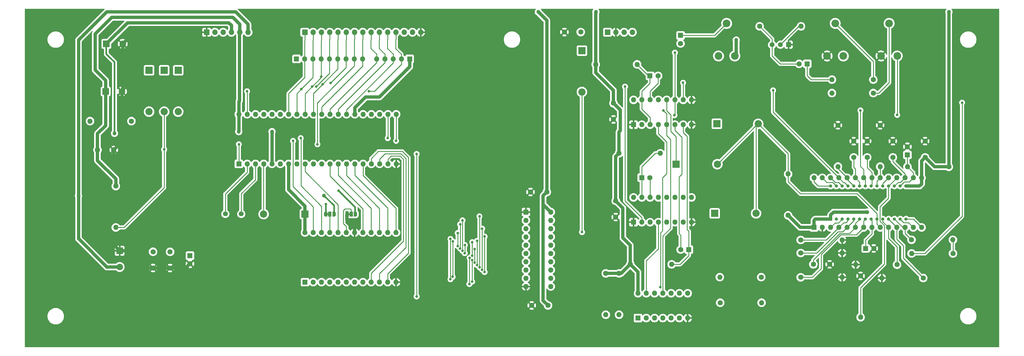
<source format=gbr>
G04 #@! TF.GenerationSoftware,KiCad,Pcbnew,(6.0.9)*
G04 #@! TF.CreationDate,2022-12-25T22:16:41-05:00*
G04 #@! TF.ProjectId,TSF_Soundboard,5453465f-536f-4756-9e64-626f6172642e,rev?*
G04 #@! TF.SameCoordinates,Original*
G04 #@! TF.FileFunction,Copper,L1,Top*
G04 #@! TF.FilePolarity,Positive*
%FSLAX46Y46*%
G04 Gerber Fmt 4.6, Leading zero omitted, Abs format (unit mm)*
G04 Created by KiCad (PCBNEW (6.0.9)) date 2022-12-25 22:16:41*
%MOMM*%
%LPD*%
G01*
G04 APERTURE LIST*
G04 Aperture macros list*
%AMFreePoly0*
4,1,22,0.550000,-0.750000,0.000000,-0.750000,0.000000,-0.745033,-0.079941,-0.743568,-0.215256,-0.701293,-0.333266,-0.622738,-0.424486,-0.514219,-0.481581,-0.384460,-0.499164,-0.250000,-0.500000,-0.250000,-0.500000,0.250000,-0.499164,0.250000,-0.499963,0.256109,-0.478152,0.396186,-0.417904,0.524511,-0.324060,0.630769,-0.204165,0.706417,-0.067858,0.745374,0.000000,0.744959,0.000000,0.750000,
0.550000,0.750000,0.550000,-0.750000,0.550000,-0.750000,$1*%
%AMFreePoly1*
4,1,20,0.000000,0.744959,0.073905,0.744508,0.209726,0.703889,0.328688,0.626782,0.421226,0.519385,0.479903,0.390333,0.500000,0.250000,0.500000,-0.250000,0.499851,-0.262216,0.476331,-0.402017,0.414519,-0.529596,0.319384,-0.634700,0.198574,-0.708877,0.061801,-0.746166,0.000000,-0.745033,0.000000,-0.750000,-0.550000,-0.750000,-0.550000,0.750000,0.000000,0.750000,0.000000,0.744959,
0.000000,0.744959,$1*%
G04 Aperture macros list end*
G04 #@! TA.AperFunction,ComponentPad*
%ADD10R,1.600000X1.600000*%
G04 #@! TD*
G04 #@! TA.AperFunction,ComponentPad*
%ADD11O,1.600000X1.600000*%
G04 #@! TD*
G04 #@! TA.AperFunction,ComponentPad*
%ADD12C,1.600000*%
G04 #@! TD*
G04 #@! TA.AperFunction,ComponentPad*
%ADD13R,2.200000X2.200000*%
G04 #@! TD*
G04 #@! TA.AperFunction,ComponentPad*
%ADD14O,2.200000X2.200000*%
G04 #@! TD*
G04 #@! TA.AperFunction,ComponentPad*
%ADD15R,1.700000X1.700000*%
G04 #@! TD*
G04 #@! TA.AperFunction,ComponentPad*
%ADD16O,1.700000X1.700000*%
G04 #@! TD*
G04 #@! TA.AperFunction,ComponentPad*
%ADD17R,2.000000X2.000000*%
G04 #@! TD*
G04 #@! TA.AperFunction,ComponentPad*
%ADD18C,2.000000*%
G04 #@! TD*
G04 #@! TA.AperFunction,SMDPad,CuDef*
%ADD19FreePoly0,0.000000*%
G04 #@! TD*
G04 #@! TA.AperFunction,SMDPad,CuDef*
%ADD20R,1.000000X1.500000*%
G04 #@! TD*
G04 #@! TA.AperFunction,SMDPad,CuDef*
%ADD21FreePoly1,0.000000*%
G04 #@! TD*
G04 #@! TA.AperFunction,ComponentPad*
%ADD22R,1.000000X1.000000*%
G04 #@! TD*
G04 #@! TA.AperFunction,ComponentPad*
%ADD23O,1.000000X1.000000*%
G04 #@! TD*
G04 #@! TA.AperFunction,ComponentPad*
%ADD24C,2.340000*%
G04 #@! TD*
G04 #@! TA.AperFunction,ComponentPad*
%ADD25R,1.500000X1.500000*%
G04 #@! TD*
G04 #@! TA.AperFunction,ComponentPad*
%ADD26C,1.500000*%
G04 #@! TD*
G04 #@! TA.AperFunction,ViaPad*
%ADD27C,1.200000*%
G04 #@! TD*
G04 #@! TA.AperFunction,ViaPad*
%ADD28C,0.800000*%
G04 #@! TD*
G04 #@! TA.AperFunction,Conductor*
%ADD29C,0.500000*%
G04 #@! TD*
G04 #@! TA.AperFunction,Conductor*
%ADD30C,1.000000*%
G04 #@! TD*
G04 #@! TA.AperFunction,Conductor*
%ADD31C,0.250000*%
G04 #@! TD*
G04 APERTURE END LIST*
G36*
X128700000Y-89740000D02*
G01*
X128200000Y-89740000D01*
X128200000Y-89140000D01*
X128700000Y-89140000D01*
X128700000Y-89740000D01*
G37*
G36*
X122120000Y-89740000D02*
G01*
X121620000Y-89740000D01*
X121620000Y-89140000D01*
X122120000Y-89140000D01*
X122120000Y-89740000D01*
G37*
D10*
X215700000Y-91920000D03*
D11*
X218240000Y-91920000D03*
X220780000Y-91920000D03*
X223320000Y-91920000D03*
X225860000Y-91920000D03*
X228400000Y-91920000D03*
X230940000Y-91920000D03*
X233480000Y-91920000D03*
X233480000Y-84300000D03*
X230940000Y-84300000D03*
X228400000Y-84300000D03*
X225860000Y-84300000D03*
X223320000Y-84300000D03*
X220780000Y-84300000D03*
X218240000Y-84300000D03*
X215700000Y-84300000D03*
D12*
X209540000Y-55340000D03*
X209540000Y-60340000D03*
D13*
X240590000Y-89210000D03*
D14*
X253290000Y-89210000D03*
D12*
X68280000Y-101000000D03*
X68280000Y-106000000D03*
X204100000Y-43420000D03*
D11*
X216800000Y-43420000D03*
D10*
X220740000Y-46940000D03*
D12*
X223240000Y-46940000D03*
X287390000Y-72000000D03*
X287390000Y-67000000D03*
D15*
X84710000Y-33560000D03*
D16*
X87250000Y-33560000D03*
X89790000Y-33560000D03*
X92330000Y-33560000D03*
X94870000Y-33560000D03*
X97410000Y-33560000D03*
D10*
X299730000Y-71230000D03*
D12*
X299730000Y-68730000D03*
D13*
X67050000Y-45250000D03*
D14*
X67050000Y-57950000D03*
D12*
X305160000Y-72000000D03*
X305160000Y-67000000D03*
X61630000Y-60860000D03*
D11*
X48930000Y-60860000D03*
D13*
X114910000Y-89420000D03*
D14*
X102210000Y-89420000D03*
D10*
X94595000Y-74005000D03*
D11*
X97135000Y-74005000D03*
X99675000Y-74005000D03*
X102215000Y-74005000D03*
X104755000Y-74005000D03*
X107295000Y-74005000D03*
X109835000Y-74005000D03*
X112375000Y-74005000D03*
X114915000Y-74005000D03*
X117455000Y-74005000D03*
X119995000Y-74005000D03*
X122535000Y-74005000D03*
X125075000Y-74005000D03*
X127615000Y-74005000D03*
X130155000Y-74005000D03*
X132695000Y-74005000D03*
X135235000Y-74005000D03*
X137775000Y-74005000D03*
X140315000Y-74005000D03*
X142855000Y-74005000D03*
X142855000Y-58765000D03*
X140315000Y-58765000D03*
X137775000Y-58765000D03*
X135235000Y-58765000D03*
X132695000Y-58765000D03*
X130155000Y-58765000D03*
X127615000Y-58765000D03*
X125075000Y-58765000D03*
X122535000Y-58765000D03*
X119995000Y-58765000D03*
X117455000Y-58765000D03*
X114915000Y-58765000D03*
X112375000Y-58765000D03*
X109835000Y-58765000D03*
X107295000Y-58765000D03*
X104755000Y-58765000D03*
X102215000Y-58765000D03*
X99675000Y-58765000D03*
X97135000Y-58765000D03*
X94595000Y-58765000D03*
D12*
X289280000Y-52240000D03*
D11*
X276580000Y-52240000D03*
D12*
X254390000Y-31710000D03*
D11*
X267090000Y-31710000D03*
D17*
X53730000Y-51730000D03*
D18*
X58730000Y-51730000D03*
D12*
X189090000Y-82650000D03*
X184090000Y-82650000D03*
D19*
X127800000Y-89440000D03*
D20*
X129100000Y-89440000D03*
D21*
X130400000Y-89440000D03*
D12*
X313720000Y-101530000D03*
D11*
X301020000Y-101530000D03*
D17*
X53950000Y-37130000D03*
D18*
X58950000Y-37130000D03*
D12*
X73490000Y-101020000D03*
X73490000Y-106020000D03*
D13*
X76000000Y-45250000D03*
D14*
X76000000Y-57950000D03*
D12*
X285370000Y-108420000D03*
D11*
X285370000Y-121120000D03*
D10*
X79590000Y-102200000D03*
D12*
X79590000Y-104700000D03*
D10*
X271070000Y-93520000D03*
D22*
X276170000Y-90970000D03*
D11*
X273610000Y-93520000D03*
D23*
X277950000Y-90970000D03*
X279730000Y-90970000D03*
D11*
X276150000Y-93520000D03*
D23*
X281510000Y-90970000D03*
D11*
X278690000Y-93520000D03*
D23*
X283290000Y-90970000D03*
D11*
X281230000Y-93520000D03*
X283770000Y-93520000D03*
D23*
X285070000Y-90970000D03*
D11*
X286310000Y-93520000D03*
D23*
X286850000Y-90970000D03*
X288630000Y-90970000D03*
D11*
X288850000Y-93520000D03*
D23*
X290410000Y-90970000D03*
D11*
X291390000Y-93520000D03*
D23*
X292190000Y-90970000D03*
D11*
X293930000Y-93520000D03*
X296470000Y-93520000D03*
D23*
X293970000Y-90970000D03*
X295750000Y-90970000D03*
D11*
X299010000Y-93520000D03*
D23*
X297530000Y-90970000D03*
D11*
X301550000Y-93520000D03*
X304090000Y-93520000D03*
D23*
X299310000Y-90970000D03*
X299310000Y-80810000D03*
D11*
X304090000Y-78280000D03*
X301550000Y-78280000D03*
D23*
X297530000Y-80810000D03*
X295750000Y-80810000D03*
D11*
X299010000Y-78280000D03*
D23*
X293970000Y-80810000D03*
D11*
X296470000Y-78280000D03*
X293930000Y-78280000D03*
D23*
X292190000Y-80810000D03*
D11*
X291390000Y-78280000D03*
D23*
X290410000Y-80810000D03*
D11*
X288850000Y-78280000D03*
D23*
X288630000Y-80810000D03*
X286850000Y-80810000D03*
D11*
X286310000Y-78280000D03*
X283770000Y-78280000D03*
D23*
X285070000Y-80810000D03*
D11*
X281230000Y-78280000D03*
D23*
X283290000Y-80810000D03*
X281510000Y-80810000D03*
D11*
X278690000Y-78280000D03*
X276150000Y-78280000D03*
D23*
X279730000Y-80810000D03*
D11*
X273610000Y-78280000D03*
D23*
X277950000Y-80810000D03*
X276170000Y-80810000D03*
D11*
X271070000Y-78280000D03*
D12*
X56850000Y-80830000D03*
D11*
X56850000Y-93530000D03*
D13*
X199860000Y-39190000D03*
D14*
X199860000Y-51890000D03*
D24*
X246770000Y-40830000D03*
X244270000Y-30830000D03*
X241770000Y-40830000D03*
D12*
X301000000Y-97320000D03*
D11*
X313700000Y-97320000D03*
D13*
X228720000Y-74100000D03*
D14*
X241420000Y-74100000D03*
D25*
X263300000Y-37370000D03*
D26*
X260760000Y-37370000D03*
X258220000Y-37370000D03*
D10*
X217075000Y-121360000D03*
D11*
X219615000Y-121360000D03*
X222155000Y-121360000D03*
X224695000Y-121360000D03*
X227235000Y-121360000D03*
X229775000Y-121360000D03*
X232315000Y-121360000D03*
X232315000Y-113740000D03*
X229775000Y-113740000D03*
X227235000Y-113740000D03*
X224695000Y-113740000D03*
X222155000Y-113740000D03*
X219615000Y-113740000D03*
X217075000Y-113740000D03*
D12*
X266990000Y-108850000D03*
D11*
X279690000Y-108850000D03*
D10*
X232665112Y-100340000D03*
D12*
X230165112Y-100340000D03*
D10*
X182690000Y-88800000D03*
D11*
X182690000Y-91340000D03*
X182690000Y-93880000D03*
X182690000Y-96420000D03*
X182690000Y-98960000D03*
X182690000Y-101500000D03*
X182690000Y-104040000D03*
X182690000Y-106580000D03*
X182690000Y-109120000D03*
X182690000Y-111660000D03*
X190310000Y-111660000D03*
X190310000Y-109120000D03*
X190310000Y-106580000D03*
X190310000Y-104040000D03*
X190310000Y-101500000D03*
X190310000Y-98960000D03*
X190310000Y-96420000D03*
X190310000Y-93880000D03*
X190310000Y-91340000D03*
X190310000Y-88800000D03*
D12*
X278430000Y-62140000D03*
D11*
X278430000Y-74840000D03*
D10*
X269000000Y-43250000D03*
D12*
X266500000Y-43250000D03*
X291390000Y-62140000D03*
D11*
X291390000Y-74840000D03*
D26*
X95330000Y-89380000D03*
X90450000Y-89380000D03*
D12*
X189460000Y-117490000D03*
X184460000Y-117490000D03*
D17*
X58020000Y-100680000D03*
D18*
X58020000Y-105680000D03*
D12*
X270880000Y-104850000D03*
X275880000Y-104850000D03*
D10*
X147030000Y-41750000D03*
D11*
X144490000Y-41750000D03*
X141950000Y-41750000D03*
X139410000Y-41750000D03*
X136870000Y-41750000D03*
D10*
X286920000Y-99980000D03*
D12*
X289420000Y-99980000D03*
D10*
X218214888Y-78240000D03*
D12*
X220714888Y-78240000D03*
X210230000Y-85350000D03*
X210230000Y-90350000D03*
X254870000Y-108800000D03*
D11*
X242170000Y-108800000D03*
D10*
X230120000Y-34510000D03*
D12*
X230120000Y-37010000D03*
X211260000Y-107640000D03*
D11*
X211260000Y-120340000D03*
D13*
X241250000Y-61700000D03*
D14*
X253950000Y-61700000D03*
D12*
X289280000Y-48110000D03*
D11*
X276580000Y-48110000D03*
D12*
X263130000Y-89810000D03*
D11*
X263130000Y-77110000D03*
D10*
X215700000Y-61940000D03*
D11*
X218240000Y-61940000D03*
X220780000Y-61940000D03*
X223320000Y-61940000D03*
X225860000Y-61940000D03*
X228400000Y-61940000D03*
X230940000Y-61940000D03*
X233480000Y-61940000D03*
X233480000Y-54320000D03*
X230940000Y-54320000D03*
X228400000Y-54320000D03*
X225860000Y-54320000D03*
X223320000Y-54320000D03*
X220780000Y-54320000D03*
X218240000Y-54320000D03*
X215700000Y-54320000D03*
D12*
X304600000Y-109070000D03*
D11*
X291900000Y-109070000D03*
D12*
X295280000Y-72000000D03*
X295280000Y-67000000D03*
X214700000Y-104850000D03*
D11*
X227400000Y-104850000D03*
D12*
X312440000Y-74900000D03*
D11*
X299740000Y-74900000D03*
D10*
X114900000Y-110340000D03*
D11*
X117440000Y-110340000D03*
X119980000Y-110340000D03*
X122520000Y-110340000D03*
X125060000Y-110340000D03*
X127600000Y-110340000D03*
X130140000Y-110340000D03*
X132680000Y-110340000D03*
X135220000Y-110340000D03*
X137760000Y-110340000D03*
X140300000Y-110340000D03*
X142840000Y-110340000D03*
X142840000Y-95100000D03*
X140300000Y-95100000D03*
X137760000Y-95100000D03*
X135220000Y-95100000D03*
X132680000Y-95100000D03*
X130140000Y-95100000D03*
X127600000Y-95100000D03*
X125060000Y-95100000D03*
X122520000Y-95100000D03*
X119980000Y-95100000D03*
X117440000Y-95100000D03*
X114900000Y-95100000D03*
D12*
X199500000Y-33490000D03*
X194500000Y-33490000D03*
X211240000Y-70730000D03*
D11*
X223940000Y-70730000D03*
D15*
X114830000Y-33560000D03*
D16*
X117370000Y-33560000D03*
X119910000Y-33560000D03*
X122450000Y-33560000D03*
X124990000Y-33560000D03*
X127530000Y-33560000D03*
X130070000Y-33560000D03*
X132610000Y-33560000D03*
X135150000Y-33560000D03*
X137690000Y-33560000D03*
X140230000Y-33560000D03*
X142770000Y-33560000D03*
X145310000Y-33560000D03*
X147850000Y-33560000D03*
X150390000Y-33560000D03*
D13*
X71690000Y-45250000D03*
D14*
X71690000Y-57950000D03*
D24*
X296630000Y-40830000D03*
X294130000Y-30830000D03*
X291630000Y-40830000D03*
D19*
X121220000Y-89440000D03*
D20*
X122520000Y-89440000D03*
D21*
X123820000Y-89440000D03*
D12*
X242290000Y-116650000D03*
D11*
X254990000Y-116650000D03*
D12*
X283270000Y-72000000D03*
X283270000Y-67000000D03*
D15*
X207710000Y-33560000D03*
D16*
X210250000Y-33560000D03*
X212790000Y-33560000D03*
X215330000Y-33560000D03*
D12*
X266990000Y-101380000D03*
D11*
X279690000Y-101380000D03*
D24*
X280080000Y-40830000D03*
X277580000Y-30830000D03*
X275080000Y-40830000D03*
D12*
X51220000Y-69710000D03*
X56220000Y-69710000D03*
X207190000Y-107640000D03*
D11*
X207190000Y-120340000D03*
D12*
X296560000Y-104960000D03*
D11*
X283860000Y-104960000D03*
D12*
X266990000Y-97380000D03*
D11*
X279690000Y-97380000D03*
D10*
X112285000Y-41750000D03*
D11*
X114825000Y-41750000D03*
X117365000Y-41750000D03*
X119905000Y-41750000D03*
X122445000Y-41750000D03*
X124985000Y-41750000D03*
X127525000Y-41750000D03*
X130065000Y-41750000D03*
X132605000Y-41750000D03*
D27*
X56440000Y-64620000D03*
D28*
X125210000Y-82270000D03*
D27*
X247220000Y-35950000D03*
X186480000Y-27300000D03*
D28*
X121310000Y-86420000D03*
D27*
X94570000Y-64080000D03*
X312460000Y-27300000D03*
X287390000Y-88800000D03*
X204150000Y-27300000D03*
X104760000Y-64080000D03*
X120670000Y-83730000D03*
X45400000Y-83760000D03*
D28*
X113790000Y-50980000D03*
X228400000Y-39800000D03*
X117095000Y-50244500D03*
X119905000Y-47145000D03*
X228270000Y-59040000D03*
X213090000Y-50260000D03*
X118370000Y-50260000D03*
X122780000Y-49090000D03*
X230900000Y-49070000D03*
X71680000Y-69550000D03*
X199880000Y-94970000D03*
X223960000Y-111900000D03*
X120310000Y-49520000D03*
X149150000Y-70950000D03*
X149150000Y-114730000D03*
X162495500Y-92580000D03*
X162486162Y-99980500D03*
X161770000Y-99256000D03*
X161771000Y-95230000D03*
X166205500Y-102224500D03*
X166210000Y-98050000D03*
X160200000Y-108690000D03*
X160233166Y-97807000D03*
X159520000Y-109440000D03*
X159529046Y-97082500D03*
X170000000Y-107225500D03*
X169990000Y-96310000D03*
X169240000Y-93880000D03*
X169225946Y-106501000D03*
X142850000Y-66910000D03*
X111240000Y-66920000D03*
X140280000Y-66090000D03*
X113580000Y-66080000D03*
X163220000Y-91340000D03*
X163215340Y-100705000D03*
X163944500Y-98950000D03*
X163911308Y-101429500D03*
X165330000Y-110930000D03*
X165400000Y-102878500D03*
X166182316Y-103603000D03*
X166170000Y-110180000D03*
X166930000Y-100220000D03*
X166927160Y-104327500D03*
X167670165Y-105052000D03*
X167670000Y-97680000D03*
X168433862Y-105776500D03*
X168430000Y-90110000D03*
X285330000Y-57560000D03*
X224860000Y-57620000D03*
X258520000Y-51400000D03*
X296600000Y-58940000D03*
X316520000Y-55190000D03*
X97130000Y-51704500D03*
X134470000Y-51700000D03*
X94600000Y-67970000D03*
X118720000Y-67970000D03*
D29*
X53950000Y-40230000D02*
X53950000Y-37130000D01*
X56440000Y-64620000D02*
X56440000Y-42720000D01*
D30*
X247220000Y-40380000D02*
X246770000Y-40830000D01*
D31*
X130240000Y-88795000D02*
X130400000Y-88795000D01*
D30*
X92330000Y-33560000D02*
X92330000Y-31440000D01*
X247220000Y-35950000D02*
X247220000Y-40380000D01*
D29*
X125210000Y-82270000D02*
X130240000Y-87300000D01*
D30*
X92330000Y-31440000D02*
X91520000Y-30630000D01*
D29*
X55040000Y-41320000D02*
X53950000Y-40230000D01*
D30*
X91520000Y-30630000D02*
X60450000Y-30630000D01*
D29*
X56440000Y-42720000D02*
X55040000Y-41320000D01*
X130240000Y-87300000D02*
X130240000Y-88795000D01*
D30*
X60450000Y-30630000D02*
X53950000Y-37130000D01*
X58730000Y-67200000D02*
X56220000Y-69710000D01*
X61570000Y-100680000D02*
X58020000Y-100680000D01*
X58950000Y-37130000D02*
X58950000Y-51510000D01*
X56220000Y-72910000D02*
X59730000Y-76420000D01*
X73490000Y-106020000D02*
X66910000Y-106020000D01*
X73490000Y-106020000D02*
X78270000Y-106020000D01*
X53630000Y-91590000D02*
X53630000Y-96290000D01*
X58950000Y-51510000D02*
X58730000Y-51730000D01*
X56220000Y-69710000D02*
X56220000Y-72910000D01*
X130140000Y-93650000D02*
X127700000Y-91210000D01*
X130140000Y-95100000D02*
X130140000Y-93650000D01*
X59730000Y-85490000D02*
X53630000Y-91590000D01*
X58730000Y-51730000D02*
X58730000Y-67200000D01*
X53630000Y-96290000D02*
X58020000Y-100680000D01*
X59730000Y-76420000D02*
X59730000Y-85490000D01*
X66910000Y-106020000D02*
X61570000Y-100680000D01*
X60270000Y-35810000D02*
X58950000Y-37130000D01*
X78270000Y-106020000D02*
X79590000Y-104700000D01*
X127700000Y-91210000D02*
X127700000Y-89440000D01*
X53730000Y-48360000D02*
X53730000Y-51730000D01*
X92770000Y-28970000D02*
X55570000Y-28970000D01*
X190310000Y-88800000D02*
X187960000Y-86450000D01*
X94870000Y-33560000D02*
X94870000Y-31070000D01*
X217075000Y-113740000D02*
X217075000Y-107225000D01*
X210230000Y-85350000D02*
X210230000Y-71740000D01*
X94800000Y-35810000D02*
X94800000Y-54590000D01*
X51220000Y-69710000D02*
X51220000Y-64720000D01*
X304090000Y-78280000D02*
X304090000Y-73070000D01*
X94800000Y-35810000D02*
X94800000Y-33730000D01*
X210230000Y-71740000D02*
X211240000Y-70730000D01*
X50510000Y-45140000D02*
X53730000Y-48360000D01*
X51220000Y-72970000D02*
X56850000Y-78600000D01*
X207190000Y-107640000D02*
X211260000Y-107640000D01*
X271070000Y-91340000D02*
X271070000Y-93520000D01*
X94595000Y-58765000D02*
X94595000Y-54795000D01*
X109835000Y-81885000D02*
X114910000Y-86960000D01*
X104755000Y-74005000D02*
X104755000Y-64085000D01*
X271070000Y-93520000D02*
X266840000Y-93520000D01*
X130155000Y-56785000D02*
X133510000Y-53430000D01*
X214700000Y-104850000D02*
X214700000Y-99000000D01*
X276170000Y-89700000D02*
X277070000Y-88800000D01*
X187960000Y-85360000D02*
X187960000Y-83780000D01*
X114910000Y-88090000D02*
X114910000Y-89420000D01*
D29*
X121310000Y-89350000D02*
X121220000Y-89440000D01*
D30*
X212440000Y-96740000D02*
X212440000Y-87560000D01*
X94595000Y-64055000D02*
X94570000Y-64080000D01*
X212440000Y-87560000D02*
X210230000Y-85350000D01*
X133510000Y-53430000D02*
X137770000Y-53430000D01*
X56850000Y-78600000D02*
X56850000Y-80830000D01*
X114910000Y-86960000D02*
X114910000Y-88090000D01*
X50510000Y-34030000D02*
X50510000Y-45140000D01*
X304090000Y-80160000D02*
X304090000Y-78280000D01*
X189090000Y-82650000D02*
X189090000Y-29910000D01*
X94595000Y-54795000D02*
X94800000Y-54590000D01*
X308060000Y-74900000D02*
X305160000Y-72000000D01*
X304090000Y-73070000D02*
X305160000Y-72000000D01*
X189460000Y-117490000D02*
X187960000Y-115990000D01*
X204100000Y-43420000D02*
X204100000Y-27350000D01*
X211640000Y-63760000D02*
X211240000Y-64160000D01*
X312440000Y-74900000D02*
X312440000Y-27320000D01*
X130155000Y-58765000D02*
X130155000Y-56785000D01*
X209540000Y-55340000D02*
X209540000Y-51400000D01*
X266840000Y-93520000D02*
X263130000Y-89810000D01*
X109835000Y-74005000D02*
X109835000Y-81885000D01*
X147030000Y-44170000D02*
X147030000Y-41750000D01*
X211240000Y-64160000D02*
X211240000Y-70730000D01*
X271440000Y-90970000D02*
X271070000Y-91340000D01*
X277070000Y-88800000D02*
X287390000Y-88800000D01*
X187960000Y-115990000D02*
X187960000Y-85360000D01*
X312440000Y-27320000D02*
X312460000Y-27300000D01*
X299310000Y-80810000D02*
X303440000Y-80810000D01*
X312440000Y-74900000D02*
X308060000Y-74900000D01*
X94595000Y-58765000D02*
X94595000Y-64055000D01*
X114900000Y-88100000D02*
X114910000Y-88090000D01*
X209540000Y-51400000D02*
X204100000Y-45960000D01*
X217075000Y-107225000D02*
X214700000Y-104850000D01*
X51220000Y-69710000D02*
X51220000Y-72970000D01*
D29*
X121310000Y-86420000D02*
X121310000Y-89350000D01*
D30*
X204100000Y-45960000D02*
X204100000Y-43420000D01*
X303440000Y-80810000D02*
X304090000Y-80160000D01*
X55570000Y-28970000D02*
X50510000Y-34030000D01*
X276170000Y-90970000D02*
X271440000Y-90970000D01*
X51220000Y-64720000D02*
X53730000Y-62210000D01*
X211260000Y-107640000D02*
X211910000Y-107640000D01*
X209540000Y-55340000D02*
X211640000Y-57440000D01*
X187960000Y-86450000D02*
X187960000Y-85360000D01*
X189090000Y-29910000D02*
X186480000Y-27300000D01*
X137770000Y-53430000D02*
X147030000Y-44170000D01*
X104755000Y-64085000D02*
X104760000Y-64080000D01*
X114900000Y-95100000D02*
X114900000Y-88100000D01*
X276170000Y-90970000D02*
X276170000Y-89700000D01*
X204100000Y-27350000D02*
X204150000Y-27300000D01*
X211640000Y-57440000D02*
X211640000Y-63760000D01*
X94870000Y-31070000D02*
X92770000Y-28970000D01*
X53730000Y-62210000D02*
X53730000Y-51730000D01*
X187960000Y-83780000D02*
X189090000Y-82650000D01*
X211910000Y-107640000D02*
X214700000Y-104850000D01*
X214700000Y-99000000D02*
X212440000Y-96740000D01*
X45400000Y-83760000D02*
X45400000Y-97000000D01*
X54060000Y-27280000D02*
X45400000Y-35940000D01*
X45400000Y-35940000D02*
X45400000Y-83760000D01*
X97410000Y-33560000D02*
X97410000Y-31110000D01*
X97410000Y-31110000D02*
X93580000Y-27280000D01*
X45400000Y-97000000D02*
X54130000Y-105730000D01*
X54130000Y-105730000D02*
X54180000Y-105680000D01*
D31*
X123820000Y-86975000D02*
X123820000Y-86840000D01*
D30*
X54180000Y-105680000D02*
X58020000Y-105680000D01*
X93580000Y-27280000D02*
X54060000Y-27280000D01*
D31*
X120710000Y-83730000D02*
X120670000Y-83730000D01*
D29*
X123820000Y-86840000D02*
X120710000Y-83730000D01*
X123820000Y-86975000D02*
X123820000Y-89440000D01*
D31*
X90450000Y-83230000D02*
X97135000Y-76545000D01*
X97135000Y-76545000D02*
X97135000Y-74005000D01*
X90450000Y-89380000D02*
X90450000Y-83230000D01*
X102210000Y-74010000D02*
X102215000Y-74005000D01*
X102210000Y-89420000D02*
X102210000Y-74010000D01*
X220740000Y-49210000D02*
X218240000Y-51710000D01*
X220740000Y-46940000D02*
X220740000Y-49210000D01*
X220780000Y-61940000D02*
X220780000Y-59690000D01*
X218240000Y-51710000D02*
X218240000Y-54320000D01*
X220320000Y-46940000D02*
X220740000Y-46940000D01*
X216800000Y-43420000D02*
X220320000Y-46940000D01*
X218240000Y-57150000D02*
X218240000Y-54320000D01*
X220780000Y-59690000D02*
X218240000Y-57150000D01*
X232155000Y-65545000D02*
X230940000Y-64330000D01*
X232155000Y-94145000D02*
X232155000Y-65545000D01*
X232665112Y-100340000D02*
X232665112Y-102184888D01*
X232665112Y-94655112D02*
X232155000Y-94145000D01*
X232665112Y-100340000D02*
X232665112Y-94655112D01*
X230940000Y-64330000D02*
X230940000Y-61940000D01*
X230000000Y-104850000D02*
X227400000Y-104850000D01*
X232665112Y-102184888D02*
X230000000Y-104850000D01*
X99675000Y-78805000D02*
X95330000Y-83150000D01*
X95330000Y-83150000D02*
X95330000Y-89380000D01*
X99675000Y-74005000D02*
X99675000Y-78805000D01*
X223240000Y-49240000D02*
X223240000Y-46940000D01*
X220780000Y-51700000D02*
X223240000Y-49240000D01*
X220780000Y-54320000D02*
X220780000Y-51700000D01*
X228400000Y-63670000D02*
X228400000Y-61940000D01*
X230165112Y-100340000D02*
X230165112Y-95865112D01*
X230165112Y-95865112D02*
X229800000Y-95500000D01*
X229680000Y-95390000D02*
X229680000Y-78010000D01*
X230530000Y-65800000D02*
X228400000Y-63670000D01*
X229790000Y-95500000D02*
X229680000Y-95390000D01*
X229800000Y-95500000D02*
X229790000Y-95500000D01*
X230530000Y-77160000D02*
X230530000Y-65800000D01*
X229680000Y-78010000D02*
X230530000Y-77160000D01*
X218240000Y-84300000D02*
X218240000Y-78265112D01*
X218240000Y-78265112D02*
X218214888Y-78240000D01*
X222380000Y-70730000D02*
X223940000Y-70730000D01*
X218214888Y-78240000D02*
X218214888Y-74895112D01*
X218214888Y-74895112D02*
X222380000Y-70730000D01*
X299010000Y-78280000D02*
X299010000Y-77090000D01*
X297600000Y-79690000D02*
X299010000Y-78280000D01*
X299010000Y-77090000D02*
X295280000Y-73360000D01*
X295750000Y-80810000D02*
X296870000Y-79690000D01*
X296870000Y-79690000D02*
X297600000Y-79690000D01*
X295280000Y-73360000D02*
X295280000Y-72000000D01*
X287390000Y-75160000D02*
X287390000Y-72000000D01*
X288850000Y-78280000D02*
X288850000Y-80590000D01*
X288850000Y-76620000D02*
X287390000Y-75160000D01*
X288850000Y-78280000D02*
X288850000Y-76620000D01*
X288850000Y-80590000D02*
X288630000Y-80810000D01*
X285070000Y-79580000D02*
X283770000Y-78280000D01*
X283770000Y-78280000D02*
X283770000Y-75510000D01*
X285070000Y-80810000D02*
X285070000Y-79580000D01*
X283770000Y-75510000D02*
X283270000Y-75010000D01*
X283270000Y-75010000D02*
X283270000Y-72000000D01*
X220780000Y-78305112D02*
X220714888Y-78240000D01*
X220780000Y-84300000D02*
X220780000Y-78305112D01*
X279065000Y-95315000D02*
X281975000Y-95315000D01*
X270880000Y-103500000D02*
X279065000Y-95315000D01*
X283770000Y-92270000D02*
X285070000Y-90970000D01*
X281975000Y-95315000D02*
X283770000Y-93520000D01*
X270880000Y-104850000D02*
X270880000Y-103500000D01*
X283770000Y-93520000D02*
X283770000Y-92270000D01*
X230120000Y-34510000D02*
X240590000Y-34510000D01*
X240590000Y-34510000D02*
X244270000Y-30830000D01*
X288850000Y-95500000D02*
X288850000Y-93520000D01*
X286920000Y-99980000D02*
X286920000Y-97430000D01*
X288850000Y-93520000D02*
X288850000Y-91190000D01*
X288850000Y-91190000D02*
X288630000Y-90970000D01*
X286920000Y-97430000D02*
X288850000Y-95500000D01*
X297530000Y-80810000D02*
X298780000Y-79560000D01*
X301550000Y-78280000D02*
X301550000Y-76710000D01*
X301550000Y-76710000D02*
X299740000Y-74900000D01*
X299730000Y-74890000D02*
X299740000Y-74900000D01*
X299730000Y-71230000D02*
X299730000Y-74890000D01*
X300270000Y-79560000D02*
X301550000Y-78280000D01*
X298780000Y-79560000D02*
X300270000Y-79560000D01*
X269000000Y-46840000D02*
X269000000Y-43250000D01*
X270270000Y-48110000D02*
X269000000Y-46840000D01*
X276580000Y-48110000D02*
X270270000Y-48110000D01*
X266500000Y-43250000D02*
X260680000Y-43250000D01*
X258220000Y-40790000D02*
X258220000Y-37370000D01*
X258220000Y-35540000D02*
X254390000Y-31710000D01*
X260680000Y-43250000D02*
X258220000Y-40790000D01*
X258220000Y-37370000D02*
X258220000Y-35540000D01*
X114825000Y-47375000D02*
X114350000Y-47850000D01*
X114830000Y-36050000D02*
X114830000Y-33560000D01*
X114825000Y-36055000D02*
X114830000Y-36050000D01*
X114350000Y-47850000D02*
X114840000Y-47360000D01*
X114825000Y-41750000D02*
X114825000Y-47375000D01*
X109835000Y-52365000D02*
X114350000Y-47850000D01*
X109835000Y-58765000D02*
X109835000Y-52365000D01*
X114825000Y-41750000D02*
X114825000Y-36055000D01*
X113790000Y-50980000D02*
X117365000Y-47405000D01*
X117365000Y-41750000D02*
X117365000Y-35995000D01*
X112375000Y-52395000D02*
X113790000Y-50980000D01*
X117370000Y-35990000D02*
X117370000Y-33560000D01*
X117365000Y-47405000D02*
X117365000Y-41750000D01*
X112375000Y-58765000D02*
X112375000Y-52395000D01*
X119910000Y-36060000D02*
X119910000Y-33560000D01*
X228270000Y-59040000D02*
X228400000Y-58910000D01*
X119905000Y-41750000D02*
X119905000Y-36065000D01*
X228400000Y-54320000D02*
X228400000Y-39800000D01*
X119905000Y-36065000D02*
X119910000Y-36060000D01*
X228400000Y-58910000D02*
X228400000Y-54320000D01*
X119905000Y-47145000D02*
X119905000Y-41750000D01*
X114915000Y-58765000D02*
X114915000Y-52415000D01*
X114915000Y-52415000D02*
X119905000Y-47425000D01*
X119905000Y-47425000D02*
X119905000Y-47145000D01*
X122445000Y-41750000D02*
X122445000Y-46185000D01*
X122450000Y-35805000D02*
X122450000Y-33560000D01*
X213090000Y-50260000D02*
X213090000Y-85360000D01*
X213090000Y-85360000D02*
X217855000Y-90125000D01*
X122445000Y-46185000D02*
X118370000Y-50260000D01*
X122445000Y-41750000D02*
X122445000Y-35810000D01*
X218240000Y-90510000D02*
X217855000Y-90125000D01*
X218240000Y-91920000D02*
X218240000Y-90510000D01*
X122445000Y-35810000D02*
X122450000Y-35805000D01*
X127525000Y-41750000D02*
X127525000Y-35810000D01*
X127530000Y-35805000D02*
X127530000Y-33560000D01*
X127525000Y-35810000D02*
X127530000Y-35805000D01*
X122780000Y-49090000D02*
X127525000Y-44345000D01*
X230940000Y-54320000D02*
X230940000Y-49110000D01*
X127525000Y-44345000D02*
X127525000Y-41750000D01*
X230940000Y-49110000D02*
X230900000Y-49070000D01*
X132610000Y-35805000D02*
X132610000Y-33560000D01*
X132605000Y-41750000D02*
X132605000Y-35810000D01*
X119995000Y-58765000D02*
X119995000Y-56515000D01*
X132605000Y-35810000D02*
X132610000Y-35805000D01*
X132620000Y-43890000D02*
X132605000Y-43875000D01*
X132605000Y-43875000D02*
X132605000Y-41750000D01*
X119995000Y-56515000D02*
X132620000Y-43890000D01*
X135150000Y-35805000D02*
X135150000Y-33560000D01*
X136870000Y-42850000D02*
X136870000Y-41750000D01*
X122535000Y-58765000D02*
X122535000Y-57185000D01*
X135145000Y-35810000D02*
X135145000Y-38515000D01*
X135145000Y-35810000D02*
X135150000Y-35805000D01*
X136870000Y-40240000D02*
X136870000Y-41750000D01*
X135145000Y-38515000D02*
X136870000Y-40240000D01*
X122535000Y-57185000D02*
X136870000Y-42850000D01*
X125075000Y-57185000D02*
X125075000Y-58765000D01*
X137685000Y-38505000D02*
X137685000Y-35810000D01*
X137685000Y-35810000D02*
X137690000Y-35805000D01*
X139410000Y-41750000D02*
X139410000Y-42850000D01*
X139410000Y-40230000D02*
X137685000Y-38505000D01*
X137690000Y-35805000D02*
X137690000Y-33560000D01*
X139410000Y-41750000D02*
X139410000Y-40230000D01*
X139410000Y-42850000D02*
X125075000Y-57185000D01*
X141950000Y-41750000D02*
X141950000Y-40240000D01*
X141950000Y-40240000D02*
X140225000Y-38515000D01*
X140225000Y-35810000D02*
X140230000Y-35805000D01*
X140225000Y-38515000D02*
X140225000Y-35810000D01*
X140230000Y-35805000D02*
X140230000Y-33560000D01*
X127615000Y-57305000D02*
X141950000Y-42970000D01*
X141950000Y-42970000D02*
X141950000Y-41750000D01*
X127615000Y-58765000D02*
X127615000Y-57305000D01*
X71680000Y-81260000D02*
X59410000Y-93530000D01*
X71680000Y-69550000D02*
X71680000Y-81260000D01*
X71680000Y-69550000D02*
X71690000Y-69540000D01*
X59410000Y-93530000D02*
X56850000Y-93530000D01*
X71690000Y-69540000D02*
X71690000Y-57950000D01*
X199860000Y-94950000D02*
X199880000Y-94970000D01*
X199860000Y-51890000D02*
X199860000Y-94950000D01*
X223990000Y-97260000D02*
X223990000Y-111870000D01*
X223320000Y-64700000D02*
X225620000Y-67000000D01*
X225620000Y-67000000D02*
X225840000Y-67220000D01*
X225840000Y-77020000D02*
X224780000Y-78080000D01*
X224060000Y-95070000D02*
X223990000Y-95140000D01*
X225840000Y-70710000D02*
X225840000Y-77020000D01*
X224600000Y-84500000D02*
X224600000Y-94530000D01*
X224780000Y-78080000D02*
X224600000Y-78260000D01*
X225840000Y-67220000D02*
X225840000Y-70710000D01*
X223320000Y-61940000D02*
X223320000Y-64700000D01*
X224600000Y-78260000D02*
X224600000Y-84500000D01*
X223990000Y-95140000D02*
X223990000Y-97260000D01*
X223990000Y-111870000D02*
X223960000Y-111900000D01*
X224600000Y-94530000D02*
X224060000Y-95070000D01*
X241420000Y-74100000D02*
X253820000Y-61700000D01*
X263130000Y-70880000D02*
X253950000Y-61700000D01*
X263130000Y-77110000D02*
X263130000Y-79440000D01*
X284320000Y-83200000D02*
X290410000Y-89290000D01*
X290410000Y-90970000D02*
X290410000Y-92540000D01*
X263130000Y-79440000D02*
X266890000Y-83200000D01*
X266890000Y-83200000D02*
X284320000Y-83200000D01*
X253290000Y-89210000D02*
X253290000Y-62360000D01*
X253820000Y-61700000D02*
X253950000Y-61700000D01*
X290410000Y-89290000D02*
X290410000Y-90970000D01*
X253290000Y-62360000D02*
X253950000Y-61700000D01*
X290410000Y-92540000D02*
X291390000Y-93520000D01*
X263130000Y-77110000D02*
X263130000Y-70880000D01*
X227130000Y-58940000D02*
X225860000Y-57670000D01*
X228720000Y-65650000D02*
X227130000Y-64060000D01*
X225860000Y-57670000D02*
X225860000Y-54320000D01*
X228720000Y-74100000D02*
X228720000Y-65650000D01*
X227130000Y-64060000D02*
X227130000Y-58940000D01*
X124985000Y-35810000D02*
X124990000Y-35805000D01*
X124985000Y-41750000D02*
X124985000Y-35810000D01*
X117455000Y-52375000D02*
X120310000Y-49520000D01*
X120310000Y-49520000D02*
X124985000Y-44845000D01*
X124990000Y-35805000D02*
X124990000Y-33560000D01*
X117455000Y-58765000D02*
X117455000Y-52375000D01*
X124985000Y-44845000D02*
X124985000Y-41750000D01*
X219615000Y-103765000D02*
X219615000Y-113740000D01*
X223320000Y-100060000D02*
X219615000Y-103765000D01*
X223320000Y-91920000D02*
X223320000Y-100060000D01*
X114915000Y-74005000D02*
X114915000Y-76365000D01*
X114915000Y-76365000D02*
X125060000Y-86510000D01*
X125060000Y-95100000D02*
X125060000Y-86510000D01*
X149150000Y-114730000D02*
X149150000Y-70950000D01*
X162495500Y-99971162D02*
X162486162Y-99980500D01*
X132680000Y-95100000D02*
X132680000Y-87860000D01*
X132680000Y-87860000D02*
X122535000Y-77715000D01*
X122535000Y-77715000D02*
X122535000Y-74005000D01*
X162495500Y-92580000D02*
X162495500Y-99971162D01*
X125075000Y-77485000D02*
X125075000Y-74005000D01*
X135220000Y-87630000D02*
X125075000Y-77485000D01*
X161771000Y-99255000D02*
X161770000Y-99256000D01*
X135220000Y-95100000D02*
X135220000Y-87630000D01*
X161771000Y-95230000D02*
X161771000Y-99255000D01*
X137760000Y-95100000D02*
X137760000Y-87730000D01*
X166205500Y-102224500D02*
X166205500Y-98054500D01*
X166205500Y-98054500D02*
X166210000Y-98050000D01*
X127615000Y-77585000D02*
X127615000Y-74005000D01*
X137760000Y-87730000D02*
X127615000Y-77585000D01*
X140300000Y-87600000D02*
X130155000Y-77455000D01*
X160233166Y-108656834D02*
X160233166Y-97807000D01*
X160200000Y-108690000D02*
X160233166Y-108656834D01*
X130155000Y-77455000D02*
X130155000Y-74005000D01*
X140300000Y-95100000D02*
X140300000Y-87600000D01*
X159475000Y-97136546D02*
X159529046Y-97082500D01*
X159520000Y-109440000D02*
X159475000Y-109395000D01*
X132695000Y-77525000D02*
X132695000Y-74005000D01*
X142840000Y-95100000D02*
X142840000Y-87680000D01*
X132690000Y-77530000D02*
X132695000Y-77525000D01*
X159475000Y-109395000D02*
X159475000Y-97136546D01*
X142840000Y-87680000D02*
X132690000Y-77530000D01*
X146660000Y-72030000D02*
X146660000Y-101420000D01*
X144780000Y-70150000D02*
X146660000Y-72030000D01*
X135235000Y-72325000D02*
X137410000Y-70150000D01*
X137410000Y-70150000D02*
X144780000Y-70150000D01*
X140300000Y-107780000D02*
X140300000Y-110340000D01*
X135235000Y-74005000D02*
X135235000Y-72325000D01*
X146660000Y-101420000D02*
X140300000Y-107780000D01*
X139430000Y-70850000D02*
X137775000Y-72505000D01*
X145830000Y-99670000D02*
X145830000Y-72350000D01*
X145830000Y-72350000D02*
X144330000Y-70850000D01*
X137775000Y-72505000D02*
X137775000Y-74005000D01*
X137760000Y-107740000D02*
X145830000Y-99670000D01*
X144330000Y-70850000D02*
X139430000Y-70850000D01*
X137760000Y-110340000D02*
X137760000Y-107740000D01*
X169990000Y-96310000D02*
X169990000Y-107215500D01*
X169990000Y-107215500D02*
X170000000Y-107225500D01*
X135220000Y-107650000D02*
X145130000Y-97740000D01*
X141300000Y-71580000D02*
X140315000Y-72565000D01*
X140315000Y-72565000D02*
X140315000Y-74005000D01*
X145130000Y-72670000D02*
X144040000Y-71580000D01*
X144040000Y-71580000D02*
X141300000Y-71580000D01*
X145130000Y-97740000D02*
X145130000Y-72670000D01*
X169240000Y-93880000D02*
X169240000Y-106486946D01*
X135220000Y-110340000D02*
X135220000Y-107650000D01*
X169240000Y-106486946D02*
X169225946Y-106501000D01*
X142855000Y-66905000D02*
X142855000Y-58765000D01*
X117440000Y-87210000D02*
X113980000Y-83750000D01*
X113980000Y-83750000D02*
X111230000Y-81000000D01*
X117440000Y-95100000D02*
X117440000Y-87210000D01*
X111230000Y-81000000D02*
X111230000Y-73750000D01*
X111230000Y-73750000D02*
X111230000Y-66930000D01*
X111230000Y-66930000D02*
X111240000Y-66920000D01*
X142850000Y-66910000D02*
X142855000Y-66905000D01*
X119980000Y-95100000D02*
X119980000Y-87030000D01*
X113660000Y-80710000D02*
X113660000Y-73690000D01*
X140280000Y-66090000D02*
X140315000Y-66055000D01*
X113660000Y-73690000D02*
X113660000Y-66160000D01*
X140315000Y-66055000D02*
X140315000Y-58765000D01*
X113660000Y-66160000D02*
X113580000Y-66080000D01*
X119980000Y-87030000D02*
X113660000Y-80710000D01*
X163220000Y-100700340D02*
X163215340Y-100705000D01*
X163220000Y-91340000D02*
X163220000Y-100700340D01*
X163944500Y-101396308D02*
X163911308Y-101429500D01*
X163944500Y-98950000D02*
X163944500Y-101396308D01*
X165330000Y-110930000D02*
X165330000Y-102948500D01*
X165330000Y-102948500D02*
X165400000Y-102878500D01*
X166170000Y-103615316D02*
X166182316Y-103603000D01*
X166170000Y-110180000D02*
X166170000Y-103615316D01*
X166930000Y-104324660D02*
X166927160Y-104327500D01*
X166930000Y-100220000D02*
X166930000Y-104324660D01*
X167670000Y-97680000D02*
X167670000Y-105051835D01*
X167670000Y-105051835D02*
X167670165Y-105052000D01*
X168430000Y-90110000D02*
X168430000Y-105772638D01*
X168430000Y-105772638D02*
X168433862Y-105776500D01*
X126660000Y-88360000D02*
X126660000Y-92340000D01*
X126660000Y-92340000D02*
X127600000Y-93280000D01*
X127160000Y-87860000D02*
X126660000Y-88360000D01*
X129100000Y-88180000D02*
X128780000Y-87860000D01*
X127600000Y-93280000D02*
X127600000Y-95100000D01*
X129100000Y-89440000D02*
X129100000Y-88180000D01*
X128780000Y-87860000D02*
X127160000Y-87860000D01*
X122520000Y-95100000D02*
X122520000Y-89440000D01*
X286850000Y-80810000D02*
X286850000Y-78820000D01*
X286310000Y-75740000D02*
X285330000Y-74760000D01*
X227090000Y-66500000D02*
X225860000Y-65270000D01*
X227090000Y-93770000D02*
X227090000Y-66500000D01*
X286850000Y-78820000D02*
X286310000Y-78280000D01*
X224860000Y-57620000D02*
X225860000Y-58620000D01*
X285330000Y-74760000D02*
X285330000Y-60070000D01*
X285330000Y-60070000D02*
X285330000Y-57560000D01*
X286310000Y-78280000D02*
X286310000Y-75740000D01*
X224695000Y-113740000D02*
X224695000Y-96165000D01*
X225860000Y-58620000D02*
X225860000Y-61940000D01*
X225860000Y-65270000D02*
X225860000Y-61940000D01*
X224695000Y-96165000D02*
X227090000Y-93770000D01*
X278690000Y-78280000D02*
X258520000Y-58110000D01*
X281510000Y-80810000D02*
X280370000Y-79670000D01*
X278690000Y-78280000D02*
X280080000Y-79670000D01*
X258520000Y-58110000D02*
X258520000Y-51400000D01*
X280080000Y-79670000D02*
X280370000Y-79670000D01*
X279730000Y-90970000D02*
X278590000Y-92110000D01*
X278590000Y-92110000D02*
X277560000Y-92110000D01*
X277560000Y-92110000D02*
X276150000Y-93520000D01*
X281430000Y-91050000D02*
X281510000Y-90970000D01*
X266990000Y-97380000D02*
X274830000Y-97380000D01*
X280190000Y-92020000D02*
X280930000Y-92020000D01*
X280930000Y-92020000D02*
X281430000Y-91520000D01*
X278690000Y-93520000D02*
X280190000Y-92020000D01*
X274830000Y-97380000D02*
X278690000Y-93520000D01*
X281430000Y-91520000D02*
X281430000Y-91050000D01*
X283290000Y-91460000D02*
X283290000Y-90970000D01*
X281230000Y-93520000D02*
X283290000Y-91460000D01*
X271900000Y-101380000D02*
X278415000Y-94865000D01*
X279885000Y-94865000D02*
X281230000Y-93520000D01*
X278415000Y-94865000D02*
X279885000Y-94865000D01*
X266990000Y-101380000D02*
X271900000Y-101380000D01*
X273260000Y-101820000D02*
X278800000Y-96280000D01*
X266990000Y-108850000D02*
X270590000Y-108850000D01*
X279315000Y-95765000D02*
X278990000Y-96090000D01*
X286310000Y-93520000D02*
X286310000Y-91510000D01*
X273260000Y-102140000D02*
X273260000Y-101820000D01*
X270590000Y-108850000D02*
X273260000Y-106180000D01*
X286310000Y-93520000D02*
X284750000Y-95080000D01*
X273260000Y-106180000D02*
X273260000Y-102140000D01*
X286310000Y-91510000D02*
X286850000Y-90970000D01*
X278800000Y-96280000D02*
X278990000Y-96090000D01*
X284750000Y-95080000D02*
X284065000Y-95765000D01*
X284065000Y-95765000D02*
X279315000Y-95765000D01*
X293930000Y-93520000D02*
X293930000Y-96840000D01*
X296560000Y-99470000D02*
X296560000Y-104960000D01*
X292190000Y-91780000D02*
X293930000Y-93520000D01*
X293930000Y-96840000D02*
X296560000Y-99470000D01*
X292190000Y-90970000D02*
X292190000Y-91780000D01*
X298500000Y-102970000D02*
X304600000Y-109070000D01*
X296470000Y-97130000D02*
X298500000Y-99160000D01*
X296470000Y-93520000D02*
X296470000Y-97130000D01*
X298500000Y-99160000D02*
X298500000Y-102970000D01*
X296470000Y-93470000D02*
X296470000Y-93520000D01*
X293970000Y-90970000D02*
X296470000Y-93470000D01*
X298300000Y-93520000D02*
X299010000Y-93520000D01*
X299010000Y-93520000D02*
X299010000Y-95330000D01*
X295750000Y-90970000D02*
X298300000Y-93520000D01*
X299010000Y-95330000D02*
X301000000Y-97320000D01*
X300070000Y-92040000D02*
X301550000Y-93520000D01*
X313720000Y-101530000D02*
X313720000Y-97340000D01*
X298600000Y-92040000D02*
X300070000Y-92040000D01*
X313720000Y-97340000D02*
X313700000Y-97320000D01*
X297530000Y-90970000D02*
X298600000Y-92040000D01*
X301540000Y-90970000D02*
X304090000Y-93520000D01*
X299310000Y-90970000D02*
X301540000Y-90970000D01*
X293970000Y-80810000D02*
X296470000Y-78310000D01*
X291320000Y-91620000D02*
X292640000Y-92940000D01*
X285370000Y-112040000D02*
X285370000Y-121120000D01*
X293970000Y-84520000D02*
X291320000Y-87170000D01*
X293970000Y-80810000D02*
X293970000Y-84520000D01*
X292640000Y-92940000D02*
X292640000Y-104770000D01*
X296470000Y-78310000D02*
X296470000Y-78280000D01*
X292640000Y-104770000D02*
X285370000Y-112040000D01*
X291320000Y-87170000D02*
X291320000Y-91620000D01*
X292190000Y-80020000D02*
X293930000Y-78280000D01*
X292190000Y-80810000D02*
X292190000Y-80020000D01*
X290410000Y-79260000D02*
X291390000Y-78280000D01*
X291390000Y-78280000D02*
X291390000Y-74840000D01*
X290410000Y-80810000D02*
X290410000Y-79260000D01*
X283290000Y-80810000D02*
X281230000Y-78750000D01*
X281230000Y-78280000D02*
X278430000Y-75480000D01*
X278430000Y-75480000D02*
X278430000Y-74840000D01*
X281230000Y-78750000D02*
X281230000Y-78280000D01*
X278630000Y-79710000D02*
X277580000Y-79710000D01*
X277580000Y-79710000D02*
X276150000Y-78280000D01*
X279730000Y-80810000D02*
X278630000Y-79710000D01*
X277950000Y-80810000D02*
X276810000Y-79670000D01*
X275000000Y-79670000D02*
X273610000Y-78280000D01*
X276810000Y-79670000D02*
X275000000Y-79670000D01*
X271070000Y-79550000D02*
X271070000Y-78280000D01*
X272330000Y-80810000D02*
X271070000Y-79550000D01*
X276170000Y-80810000D02*
X272330000Y-80810000D01*
X296600000Y-58940000D02*
X296630000Y-58910000D01*
X296630000Y-58910000D02*
X296630000Y-40830000D01*
X290900000Y-52240000D02*
X294130000Y-49010000D01*
X289280000Y-52240000D02*
X290900000Y-52240000D01*
X294130000Y-49010000D02*
X294130000Y-30830000D01*
X289280000Y-42530000D02*
X277580000Y-30830000D01*
X289280000Y-48110000D02*
X289280000Y-42530000D01*
X260760000Y-37370000D02*
X266420000Y-31710000D01*
X266420000Y-31710000D02*
X267090000Y-31710000D01*
X301020000Y-101530000D02*
X305070000Y-101530000D01*
X316520000Y-90080000D02*
X316520000Y-55190000D01*
X305070000Y-101530000D02*
X316520000Y-90080000D01*
X144490000Y-41750000D02*
X144490000Y-40330000D01*
X97135000Y-51709500D02*
X97130000Y-51704500D01*
X97135000Y-58765000D02*
X97135000Y-51709500D01*
X134470000Y-51700000D02*
X136180000Y-51700000D01*
X142765000Y-38605000D02*
X142765000Y-35810000D01*
X144490000Y-40330000D02*
X142765000Y-38605000D01*
X142765000Y-35810000D02*
X142770000Y-35805000D01*
X136180000Y-51700000D02*
X144490000Y-43390000D01*
X144490000Y-43390000D02*
X144490000Y-41750000D01*
X142770000Y-35805000D02*
X142770000Y-33560000D01*
X130065000Y-35810000D02*
X130070000Y-35805000D01*
X130065000Y-43875000D02*
X123760000Y-50180000D01*
X118710000Y-55230000D02*
X118710000Y-59800000D01*
X130065000Y-41750000D02*
X130065000Y-35810000D01*
X130065000Y-43805000D02*
X130065000Y-43875000D01*
X118710000Y-59800000D02*
X118710000Y-67960000D01*
X94600000Y-67970000D02*
X94595000Y-67975000D01*
X94595000Y-67975000D02*
X94595000Y-74005000D01*
X130070000Y-35805000D02*
X130070000Y-33560000D01*
X118740000Y-55200000D02*
X118710000Y-55230000D01*
X123760000Y-50180000D02*
X118740000Y-55200000D01*
X118710000Y-67960000D02*
X118720000Y-67970000D01*
X130065000Y-41750000D02*
X130065000Y-43805000D01*
G04 #@! TA.AperFunction,Conductor*
G36*
X53357464Y-26338502D02*
G01*
X53403957Y-26392158D01*
X53414061Y-26462432D01*
X53384567Y-26527012D01*
X53368979Y-26542143D01*
X53345938Y-26560935D01*
X53342015Y-26565677D01*
X53342013Y-26565679D01*
X53316703Y-26596273D01*
X53308713Y-26605053D01*
X44730621Y-35183145D01*
X44720478Y-35192247D01*
X44690975Y-35215968D01*
X44687008Y-35220696D01*
X44658709Y-35254421D01*
X44655528Y-35258069D01*
X44653885Y-35259881D01*
X44651691Y-35262075D01*
X44624358Y-35295349D01*
X44623696Y-35296147D01*
X44563846Y-35367474D01*
X44561278Y-35372144D01*
X44557897Y-35376261D01*
X44526860Y-35434145D01*
X44514023Y-35458086D01*
X44513394Y-35459245D01*
X44471538Y-35535381D01*
X44471535Y-35535389D01*
X44468567Y-35540787D01*
X44466955Y-35545869D01*
X44464438Y-35550563D01*
X44437238Y-35639531D01*
X44436918Y-35640559D01*
X44408765Y-35729306D01*
X44408171Y-35734602D01*
X44406613Y-35739698D01*
X44399070Y-35813958D01*
X44397218Y-35832187D01*
X44397089Y-35833393D01*
X44391500Y-35883227D01*
X44391500Y-35886754D01*
X44391445Y-35887739D01*
X44390998Y-35893419D01*
X44386626Y-35936462D01*
X44388633Y-35957688D01*
X44390941Y-35982109D01*
X44391500Y-35993967D01*
X44391500Y-83264827D01*
X44377009Y-83323493D01*
X44371492Y-83333978D01*
X44311078Y-83528543D01*
X44287132Y-83730859D01*
X44300457Y-83934151D01*
X44350605Y-84131610D01*
X44353024Y-84136857D01*
X44379926Y-84195212D01*
X44391500Y-84247963D01*
X44391500Y-96938157D01*
X44390763Y-96951764D01*
X44388884Y-96969064D01*
X44386676Y-96989388D01*
X44387213Y-96995523D01*
X44391050Y-97039388D01*
X44391379Y-97044214D01*
X44391500Y-97046686D01*
X44391500Y-97049769D01*
X44392509Y-97060058D01*
X44395690Y-97092506D01*
X44395812Y-97093819D01*
X44398714Y-97126987D01*
X44403913Y-97186413D01*
X44405400Y-97191532D01*
X44405920Y-97196833D01*
X44432791Y-97285834D01*
X44433126Y-97286967D01*
X44451431Y-97349970D01*
X44459091Y-97376336D01*
X44461544Y-97381068D01*
X44463084Y-97386169D01*
X44465978Y-97391612D01*
X44506731Y-97468260D01*
X44507343Y-97469426D01*
X44516490Y-97487071D01*
X44550108Y-97551926D01*
X44553431Y-97556089D01*
X44555934Y-97560796D01*
X44614755Y-97632918D01*
X44615446Y-97633774D01*
X44646738Y-97672973D01*
X44649242Y-97675477D01*
X44649884Y-97676195D01*
X44653585Y-97680528D01*
X44680935Y-97714062D01*
X44685682Y-97717989D01*
X44685684Y-97717991D01*
X44716262Y-97743287D01*
X44725042Y-97751277D01*
X53374547Y-106400781D01*
X53383372Y-106410582D01*
X53408447Y-106441547D01*
X53413177Y-106445488D01*
X53413182Y-106445493D01*
X53447214Y-106473847D01*
X53450262Y-106476496D01*
X53452075Y-106478309D01*
X53454462Y-106480269D01*
X53454470Y-106480277D01*
X53486735Y-106506780D01*
X53487411Y-106507339D01*
X53555657Y-106564199D01*
X53555666Y-106564205D01*
X53560396Y-106568146D01*
X53563516Y-106569847D01*
X53566261Y-106572102D01*
X53571700Y-106575019D01*
X53571704Y-106575021D01*
X53595077Y-106587553D01*
X53649864Y-106616929D01*
X53650517Y-106617282D01*
X53734041Y-106662822D01*
X53737439Y-106663887D01*
X53740563Y-106665562D01*
X53746455Y-106667363D01*
X53746454Y-106667363D01*
X53831204Y-106693274D01*
X53832043Y-106693534D01*
X53879808Y-106708502D01*
X53922768Y-106721965D01*
X53926303Y-106722349D01*
X53929698Y-106723387D01*
X54024228Y-106732990D01*
X54025008Y-106733072D01*
X54074804Y-106738481D01*
X54113265Y-106742659D01*
X54113266Y-106742659D01*
X54119388Y-106743324D01*
X54122924Y-106743015D01*
X54126462Y-106743374D01*
X54132587Y-106742795D01*
X54132588Y-106742795D01*
X54220970Y-106734440D01*
X54221847Y-106734360D01*
X54310279Y-106726624D01*
X54310283Y-106726623D01*
X54316413Y-106726087D01*
X54319827Y-106725095D01*
X54323362Y-106724761D01*
X54332614Y-106722003D01*
X54414304Y-106697651D01*
X54415143Y-106697404D01*
X54428565Y-106693504D01*
X54463722Y-106688500D01*
X56839444Y-106688500D01*
X56907565Y-106708502D01*
X56935254Y-106732668D01*
X56944398Y-106743374D01*
X56950031Y-106749969D01*
X57130584Y-106904176D01*
X57134792Y-106906755D01*
X57134798Y-106906759D01*
X57259622Y-106983251D01*
X57333037Y-107028240D01*
X57337607Y-107030133D01*
X57337611Y-107030135D01*
X57547833Y-107117211D01*
X57552406Y-107119105D01*
X57614161Y-107133931D01*
X57778476Y-107173380D01*
X57778482Y-107173381D01*
X57783289Y-107174535D01*
X58020000Y-107193165D01*
X58256711Y-107174535D01*
X58261518Y-107173381D01*
X58261524Y-107173380D01*
X58425839Y-107133931D01*
X58487594Y-107119105D01*
X58492167Y-107117211D01*
X58567368Y-107086062D01*
X67558493Y-107086062D01*
X67567789Y-107098077D01*
X67618994Y-107133931D01*
X67628489Y-107139414D01*
X67825947Y-107231490D01*
X67836239Y-107235236D01*
X68046688Y-107291625D01*
X68057481Y-107293528D01*
X68274525Y-107312517D01*
X68285475Y-107312517D01*
X68502519Y-107293528D01*
X68513312Y-107291625D01*
X68723761Y-107235236D01*
X68734053Y-107231490D01*
X68931511Y-107139414D01*
X68941006Y-107133931D01*
X68980807Y-107106062D01*
X72768493Y-107106062D01*
X72777789Y-107118077D01*
X72828994Y-107153931D01*
X72838489Y-107159414D01*
X73035947Y-107251490D01*
X73046239Y-107255236D01*
X73256688Y-107311625D01*
X73267481Y-107313528D01*
X73484525Y-107332517D01*
X73495475Y-107332517D01*
X73712519Y-107313528D01*
X73723312Y-107311625D01*
X73933761Y-107255236D01*
X73944053Y-107251490D01*
X74141511Y-107159414D01*
X74151006Y-107153931D01*
X74203048Y-107117491D01*
X74211424Y-107107012D01*
X74204356Y-107093566D01*
X73502812Y-106392022D01*
X73488868Y-106384408D01*
X73487035Y-106384539D01*
X73480420Y-106388790D01*
X72774923Y-107094287D01*
X72768493Y-107106062D01*
X68980807Y-107106062D01*
X68993048Y-107097491D01*
X69001424Y-107087012D01*
X68994356Y-107073566D01*
X68292812Y-106372022D01*
X68278868Y-106364408D01*
X68277035Y-106364539D01*
X68270420Y-106368790D01*
X67564923Y-107074287D01*
X67558493Y-107086062D01*
X58567368Y-107086062D01*
X58702389Y-107030135D01*
X58702393Y-107030133D01*
X58706963Y-107028240D01*
X58780378Y-106983251D01*
X58905202Y-106906759D01*
X58905208Y-106906755D01*
X58909416Y-106904176D01*
X59089969Y-106749969D01*
X59096060Y-106742838D01*
X59134864Y-106697404D01*
X59244176Y-106569416D01*
X59246755Y-106565208D01*
X59246759Y-106565202D01*
X59365654Y-106371183D01*
X59368240Y-106366963D01*
X59372725Y-106356137D01*
X59457211Y-106152167D01*
X59457212Y-106152165D01*
X59459105Y-106147594D01*
X59490009Y-106018868D01*
X59493224Y-106005475D01*
X66967483Y-106005475D01*
X66986472Y-106222519D01*
X66988375Y-106233312D01*
X67044764Y-106443761D01*
X67048510Y-106454053D01*
X67140586Y-106651511D01*
X67146069Y-106661006D01*
X67182509Y-106713048D01*
X67192988Y-106721424D01*
X67206434Y-106714356D01*
X67907978Y-106012812D01*
X67914356Y-106001132D01*
X68644408Y-106001132D01*
X68644539Y-106002965D01*
X68648790Y-106009580D01*
X69354287Y-106715077D01*
X69366062Y-106721507D01*
X69378077Y-106712211D01*
X69413931Y-106661006D01*
X69419414Y-106651511D01*
X69511490Y-106454053D01*
X69515236Y-106443761D01*
X69571625Y-106233312D01*
X69573528Y-106222519D01*
X69590767Y-106025475D01*
X72177483Y-106025475D01*
X72196472Y-106242519D01*
X72198375Y-106253312D01*
X72254764Y-106463761D01*
X72258510Y-106474053D01*
X72350586Y-106671511D01*
X72356069Y-106681006D01*
X72392509Y-106733048D01*
X72402988Y-106741424D01*
X72416434Y-106734356D01*
X73117978Y-106032812D01*
X73124356Y-106021132D01*
X73854408Y-106021132D01*
X73854539Y-106022965D01*
X73858790Y-106029580D01*
X74564287Y-106735077D01*
X74576062Y-106741507D01*
X74588077Y-106732211D01*
X74623931Y-106681006D01*
X74629414Y-106671511D01*
X74721490Y-106474053D01*
X74725236Y-106463761D01*
X74781625Y-106253312D01*
X74783528Y-106242519D01*
X74802517Y-106025475D01*
X74802517Y-106014525D01*
X74783528Y-105797481D01*
X74781625Y-105786688D01*
X74781457Y-105786062D01*
X78868493Y-105786062D01*
X78877789Y-105798077D01*
X78928994Y-105833931D01*
X78938489Y-105839414D01*
X79135947Y-105931490D01*
X79146239Y-105935236D01*
X79356688Y-105991625D01*
X79367481Y-105993528D01*
X79584525Y-106012517D01*
X79595475Y-106012517D01*
X79812519Y-105993528D01*
X79823312Y-105991625D01*
X80033761Y-105935236D01*
X80044053Y-105931490D01*
X80241511Y-105839414D01*
X80251006Y-105833931D01*
X80303048Y-105797491D01*
X80311424Y-105787012D01*
X80304356Y-105773566D01*
X79602812Y-105072022D01*
X79588868Y-105064408D01*
X79587035Y-105064539D01*
X79580420Y-105068790D01*
X78874923Y-105774287D01*
X78868493Y-105786062D01*
X74781457Y-105786062D01*
X74725236Y-105576239D01*
X74721490Y-105565947D01*
X74629414Y-105368489D01*
X74623931Y-105358994D01*
X74587491Y-105306952D01*
X74577012Y-105298576D01*
X74563566Y-105305644D01*
X73862022Y-106007188D01*
X73854408Y-106021132D01*
X73124356Y-106021132D01*
X73125592Y-106018868D01*
X73125461Y-106017035D01*
X73121210Y-106010420D01*
X72415713Y-105304923D01*
X72403938Y-105298493D01*
X72391923Y-105307789D01*
X72356069Y-105358994D01*
X72350586Y-105368489D01*
X72258510Y-105565947D01*
X72254764Y-105576239D01*
X72198375Y-105786688D01*
X72196472Y-105797481D01*
X72177483Y-106014525D01*
X72177483Y-106025475D01*
X69590767Y-106025475D01*
X69592517Y-106005475D01*
X69592517Y-105994525D01*
X69573528Y-105777481D01*
X69571625Y-105766688D01*
X69515236Y-105556239D01*
X69511489Y-105545945D01*
X69419414Y-105348489D01*
X69413931Y-105338994D01*
X69377491Y-105286952D01*
X69367012Y-105278576D01*
X69353566Y-105285644D01*
X68652022Y-105987188D01*
X68644408Y-106001132D01*
X67914356Y-106001132D01*
X67915592Y-105998868D01*
X67915461Y-105997035D01*
X67911210Y-105990420D01*
X67205713Y-105284923D01*
X67193938Y-105278493D01*
X67181923Y-105287789D01*
X67146069Y-105338994D01*
X67140586Y-105348489D01*
X67048511Y-105545945D01*
X67044764Y-105556239D01*
X66988375Y-105766688D01*
X66986472Y-105777481D01*
X66967483Y-105994525D01*
X66967483Y-106005475D01*
X59493224Y-106005475D01*
X59513380Y-105921524D01*
X59513381Y-105921518D01*
X59514535Y-105916711D01*
X59533165Y-105680000D01*
X59514535Y-105443289D01*
X59513321Y-105438229D01*
X59471011Y-105262000D01*
X59459105Y-105212406D01*
X59452229Y-105195805D01*
X59370135Y-104997611D01*
X59370133Y-104997607D01*
X59368240Y-104993037D01*
X59357698Y-104975834D01*
X59319186Y-104912988D01*
X67558576Y-104912988D01*
X67565644Y-104926434D01*
X68267188Y-105627978D01*
X68281132Y-105635592D01*
X68282965Y-105635461D01*
X68289580Y-105631210D01*
X68987802Y-104932988D01*
X72768576Y-104932988D01*
X72775644Y-104946434D01*
X73477188Y-105647978D01*
X73491132Y-105655592D01*
X73492965Y-105655461D01*
X73499580Y-105651210D01*
X74205077Y-104945713D01*
X74211507Y-104933938D01*
X74202211Y-104921923D01*
X74151006Y-104886069D01*
X74141511Y-104880586D01*
X73944053Y-104788510D01*
X73933761Y-104784764D01*
X73723312Y-104728375D01*
X73712519Y-104726472D01*
X73495475Y-104707483D01*
X73484525Y-104707483D01*
X73267481Y-104726472D01*
X73256688Y-104728375D01*
X73046239Y-104784764D01*
X73035947Y-104788510D01*
X72838489Y-104880586D01*
X72828994Y-104886069D01*
X72776952Y-104922509D01*
X72768576Y-104932988D01*
X68987802Y-104932988D01*
X68995077Y-104925713D01*
X69001507Y-104913938D01*
X68992211Y-104901923D01*
X68941006Y-104866069D01*
X68931511Y-104860586D01*
X68734053Y-104768510D01*
X68723761Y-104764764D01*
X68513312Y-104708375D01*
X68502519Y-104706472D01*
X68491123Y-104705475D01*
X78277483Y-104705475D01*
X78296472Y-104922519D01*
X78298375Y-104933312D01*
X78354764Y-105143761D01*
X78358510Y-105154053D01*
X78450586Y-105351511D01*
X78456069Y-105361006D01*
X78492509Y-105413048D01*
X78502988Y-105421424D01*
X78516434Y-105414356D01*
X79217978Y-104712812D01*
X79224356Y-104701132D01*
X79954408Y-104701132D01*
X79954539Y-104702965D01*
X79958790Y-104709580D01*
X80664287Y-105415077D01*
X80676062Y-105421507D01*
X80688077Y-105412211D01*
X80723931Y-105361006D01*
X80729414Y-105351511D01*
X80821490Y-105154053D01*
X80825236Y-105143761D01*
X80881625Y-104933312D01*
X80883528Y-104922519D01*
X80902517Y-104705475D01*
X80902517Y-104694525D01*
X80883528Y-104477481D01*
X80881625Y-104466688D01*
X80825236Y-104256239D01*
X80821490Y-104245947D01*
X80729414Y-104048489D01*
X80723931Y-104038994D01*
X80687491Y-103986952D01*
X80677012Y-103978576D01*
X80663566Y-103985644D01*
X79962022Y-104687188D01*
X79954408Y-104701132D01*
X79224356Y-104701132D01*
X79225592Y-104698868D01*
X79225461Y-104697035D01*
X79221210Y-104690420D01*
X78515713Y-103984923D01*
X78503938Y-103978493D01*
X78491923Y-103987789D01*
X78456069Y-104038994D01*
X78450586Y-104048489D01*
X78358510Y-104245947D01*
X78354764Y-104256239D01*
X78298375Y-104466688D01*
X78296472Y-104477481D01*
X78277483Y-104694525D01*
X78277483Y-104705475D01*
X68491123Y-104705475D01*
X68285475Y-104687483D01*
X68274525Y-104687483D01*
X68057481Y-104706472D01*
X68046688Y-104708375D01*
X67836239Y-104764764D01*
X67825947Y-104768510D01*
X67628489Y-104860586D01*
X67618994Y-104866069D01*
X67566952Y-104902509D01*
X67558576Y-104912988D01*
X59319186Y-104912988D01*
X59246759Y-104794798D01*
X59246755Y-104794792D01*
X59244176Y-104790584D01*
X59095655Y-104616688D01*
X59093177Y-104613787D01*
X59089969Y-104610031D01*
X58909416Y-104455824D01*
X58905208Y-104453245D01*
X58905202Y-104453241D01*
X58711183Y-104334346D01*
X58706963Y-104331760D01*
X58702393Y-104329867D01*
X58702389Y-104329865D01*
X58492167Y-104242789D01*
X58492165Y-104242788D01*
X58487594Y-104240895D01*
X58407391Y-104221640D01*
X58261524Y-104186620D01*
X58261518Y-104186619D01*
X58256711Y-104185465D01*
X58020000Y-104166835D01*
X57783289Y-104185465D01*
X57778482Y-104186619D01*
X57778476Y-104186620D01*
X57632609Y-104221640D01*
X57552406Y-104240895D01*
X57547835Y-104242788D01*
X57547833Y-104242789D01*
X57337611Y-104329865D01*
X57337607Y-104329867D01*
X57333037Y-104331760D01*
X57328817Y-104334346D01*
X57134798Y-104453241D01*
X57134792Y-104453245D01*
X57130584Y-104455824D01*
X56950031Y-104610031D01*
X56946823Y-104613787D01*
X56946822Y-104613788D01*
X56935254Y-104627332D01*
X56875803Y-104666140D01*
X56839444Y-104671500D01*
X54549924Y-104671500D01*
X54481803Y-104651498D01*
X54460829Y-104634595D01*
X52874368Y-103048134D01*
X78281500Y-103048134D01*
X78288255Y-103110316D01*
X78339385Y-103246705D01*
X78426739Y-103363261D01*
X78543295Y-103450615D01*
X78679684Y-103501745D01*
X78723252Y-103506478D01*
X78738486Y-103508133D01*
X78738489Y-103508133D01*
X78741866Y-103508500D01*
X78745185Y-103508500D01*
X78812110Y-103532153D01*
X78847804Y-103578156D01*
X78849734Y-103577141D01*
X78855442Y-103588000D01*
X78855632Y-103588245D01*
X78855653Y-103588403D01*
X78875644Y-103626434D01*
X79577188Y-104327978D01*
X79591132Y-104335592D01*
X79592965Y-104335461D01*
X79599580Y-104331210D01*
X80305077Y-103625713D01*
X80327871Y-103583971D01*
X80330047Y-103573971D01*
X80380253Y-103523773D01*
X80433814Y-103508549D01*
X80434719Y-103508500D01*
X80438134Y-103508500D01*
X80441530Y-103508131D01*
X80441532Y-103508131D01*
X80453879Y-103506790D01*
X80500316Y-103501745D01*
X80636705Y-103450615D01*
X80753261Y-103363261D01*
X80840615Y-103246705D01*
X80891745Y-103110316D01*
X80898500Y-103048134D01*
X80898500Y-101351866D01*
X80891745Y-101289684D01*
X80840615Y-101153295D01*
X80753261Y-101036739D01*
X80636705Y-100949385D01*
X80500316Y-100898255D01*
X80438134Y-100891500D01*
X78741866Y-100891500D01*
X78679684Y-100898255D01*
X78543295Y-100949385D01*
X78426739Y-101036739D01*
X78339385Y-101153295D01*
X78288255Y-101289684D01*
X78281500Y-101351866D01*
X78281500Y-103048134D01*
X52874368Y-103048134D01*
X51550903Y-101724669D01*
X56512001Y-101724669D01*
X56512371Y-101731490D01*
X56517895Y-101782352D01*
X56521521Y-101797604D01*
X56566676Y-101918054D01*
X56575214Y-101933649D01*
X56651715Y-102035724D01*
X56664276Y-102048285D01*
X56766351Y-102124786D01*
X56781946Y-102133324D01*
X56902394Y-102178478D01*
X56917649Y-102182105D01*
X56968514Y-102187631D01*
X56975328Y-102188000D01*
X57747885Y-102188000D01*
X57763124Y-102183525D01*
X57764329Y-102182135D01*
X57766000Y-102174452D01*
X57766000Y-102169884D01*
X58274000Y-102169884D01*
X58278475Y-102185123D01*
X58279865Y-102186328D01*
X58287548Y-102187999D01*
X59064669Y-102187999D01*
X59071490Y-102187629D01*
X59122352Y-102182105D01*
X59137604Y-102178479D01*
X59258054Y-102133324D01*
X59273649Y-102124786D01*
X59375724Y-102048285D01*
X59388285Y-102035724D01*
X59464786Y-101933649D01*
X59473324Y-101918054D01*
X59518478Y-101797606D01*
X59522105Y-101782351D01*
X59527631Y-101731486D01*
X59528000Y-101724672D01*
X59528000Y-101000000D01*
X66966502Y-101000000D01*
X66986457Y-101228087D01*
X66987881Y-101233400D01*
X66987881Y-101233402D01*
X67043255Y-101440057D01*
X67045716Y-101449243D01*
X67048039Y-101454224D01*
X67048039Y-101454225D01*
X67140151Y-101651762D01*
X67140154Y-101651767D01*
X67142477Y-101656749D01*
X67192429Y-101728087D01*
X67265110Y-101831886D01*
X67273802Y-101844300D01*
X67435700Y-102006198D01*
X67440208Y-102009355D01*
X67440211Y-102009357D01*
X67472209Y-102031762D01*
X67623251Y-102137523D01*
X67628233Y-102139846D01*
X67628238Y-102139849D01*
X67817703Y-102228197D01*
X67830757Y-102234284D01*
X67836065Y-102235706D01*
X67836067Y-102235707D01*
X68046598Y-102292119D01*
X68046600Y-102292119D01*
X68051913Y-102293543D01*
X68280000Y-102313498D01*
X68508087Y-102293543D01*
X68513400Y-102292119D01*
X68513402Y-102292119D01*
X68723933Y-102235707D01*
X68723935Y-102235706D01*
X68729243Y-102234284D01*
X68742297Y-102228197D01*
X68931762Y-102139849D01*
X68931767Y-102139846D01*
X68936749Y-102137523D01*
X69087791Y-102031762D01*
X69119789Y-102009357D01*
X69119792Y-102009355D01*
X69124300Y-102006198D01*
X69286198Y-101844300D01*
X69294891Y-101831886D01*
X69367571Y-101728087D01*
X69417523Y-101656749D01*
X69419846Y-101651767D01*
X69419849Y-101651762D01*
X69511961Y-101454225D01*
X69511961Y-101454224D01*
X69514284Y-101449243D01*
X69516746Y-101440057D01*
X69572119Y-101233402D01*
X69572119Y-101233400D01*
X69573543Y-101228087D01*
X69591748Y-101020000D01*
X72176502Y-101020000D01*
X72196457Y-101248087D01*
X72197881Y-101253400D01*
X72197881Y-101253402D01*
X72247896Y-101440057D01*
X72255716Y-101469243D01*
X72258039Y-101474224D01*
X72258039Y-101474225D01*
X72350151Y-101671762D01*
X72350154Y-101671767D01*
X72352477Y-101676749D01*
X72409431Y-101758087D01*
X72480435Y-101859491D01*
X72483802Y-101864300D01*
X72645700Y-102026198D01*
X72650208Y-102029355D01*
X72650211Y-102029357D01*
X72677243Y-102048285D01*
X72833251Y-102157523D01*
X72838233Y-102159846D01*
X72838238Y-102159849D01*
X73035775Y-102251961D01*
X73040757Y-102254284D01*
X73046065Y-102255706D01*
X73046067Y-102255707D01*
X73256598Y-102312119D01*
X73256600Y-102312119D01*
X73261913Y-102313543D01*
X73490000Y-102333498D01*
X73718087Y-102313543D01*
X73723400Y-102312119D01*
X73723402Y-102312119D01*
X73933933Y-102255707D01*
X73933935Y-102255706D01*
X73939243Y-102254284D01*
X73944225Y-102251961D01*
X74141762Y-102159849D01*
X74141767Y-102159846D01*
X74146749Y-102157523D01*
X74302757Y-102048285D01*
X74329789Y-102029357D01*
X74329792Y-102029355D01*
X74334300Y-102026198D01*
X74496198Y-101864300D01*
X74499566Y-101859491D01*
X74570569Y-101758087D01*
X74627523Y-101676749D01*
X74629846Y-101671767D01*
X74629849Y-101671762D01*
X74721961Y-101474225D01*
X74721961Y-101474224D01*
X74724284Y-101469243D01*
X74732105Y-101440057D01*
X74782119Y-101253402D01*
X74782119Y-101253400D01*
X74783543Y-101248087D01*
X74803498Y-101020000D01*
X74783543Y-100791913D01*
X74781405Y-100783933D01*
X74725707Y-100576067D01*
X74725706Y-100576065D01*
X74724284Y-100570757D01*
X74714958Y-100550757D01*
X74629849Y-100368238D01*
X74629846Y-100368233D01*
X74627523Y-100363251D01*
X74545471Y-100246069D01*
X74499357Y-100180211D01*
X74499355Y-100180208D01*
X74496198Y-100175700D01*
X74334300Y-100013802D01*
X74329792Y-100010645D01*
X74329789Y-100010643D01*
X74251611Y-99955902D01*
X74146749Y-99882477D01*
X74141767Y-99880154D01*
X74141762Y-99880151D01*
X73944225Y-99788039D01*
X73944224Y-99788039D01*
X73939243Y-99785716D01*
X73933935Y-99784294D01*
X73933933Y-99784293D01*
X73723402Y-99727881D01*
X73723400Y-99727881D01*
X73718087Y-99726457D01*
X73490000Y-99706502D01*
X73261913Y-99726457D01*
X73256600Y-99727881D01*
X73256598Y-99727881D01*
X73046067Y-99784293D01*
X73046065Y-99784294D01*
X73040757Y-99785716D01*
X73035776Y-99788039D01*
X73035775Y-99788039D01*
X72838238Y-99880151D01*
X72838233Y-99880154D01*
X72833251Y-99882477D01*
X72728389Y-99955902D01*
X72650211Y-100010643D01*
X72650208Y-100010645D01*
X72645700Y-100013802D01*
X72483802Y-100175700D01*
X72480645Y-100180208D01*
X72480643Y-100180211D01*
X72434529Y-100246069D01*
X72352477Y-100363251D01*
X72350154Y-100368233D01*
X72350151Y-100368238D01*
X72265042Y-100550757D01*
X72255716Y-100570757D01*
X72254294Y-100576065D01*
X72254293Y-100576067D01*
X72198595Y-100783933D01*
X72196457Y-100791913D01*
X72176502Y-101020000D01*
X69591748Y-101020000D01*
X69593498Y-101000000D01*
X69573543Y-100771913D01*
X69572119Y-100766598D01*
X69515707Y-100556067D01*
X69515706Y-100556065D01*
X69514284Y-100550757D01*
X69486253Y-100490643D01*
X69419849Y-100348238D01*
X69419846Y-100348233D01*
X69417523Y-100343251D01*
X69327403Y-100214546D01*
X69289357Y-100160211D01*
X69289355Y-100160208D01*
X69286198Y-100155700D01*
X69124300Y-99993802D01*
X69119792Y-99990645D01*
X69119789Y-99990643D01*
X68984720Y-99896067D01*
X68936749Y-99862477D01*
X68931767Y-99860154D01*
X68931762Y-99860151D01*
X68734225Y-99768039D01*
X68734224Y-99768039D01*
X68729243Y-99765716D01*
X68723935Y-99764294D01*
X68723933Y-99764293D01*
X68513402Y-99707881D01*
X68513400Y-99707881D01*
X68508087Y-99706457D01*
X68280000Y-99686502D01*
X68051913Y-99706457D01*
X68046600Y-99707881D01*
X68046598Y-99707881D01*
X67836067Y-99764293D01*
X67836065Y-99764294D01*
X67830757Y-99765716D01*
X67825776Y-99768039D01*
X67825775Y-99768039D01*
X67628238Y-99860151D01*
X67628233Y-99860154D01*
X67623251Y-99862477D01*
X67575280Y-99896067D01*
X67440211Y-99990643D01*
X67440208Y-99990645D01*
X67435700Y-99993802D01*
X67273802Y-100155700D01*
X67270645Y-100160208D01*
X67270643Y-100160211D01*
X67232597Y-100214546D01*
X67142477Y-100343251D01*
X67140154Y-100348233D01*
X67140151Y-100348238D01*
X67073747Y-100490643D01*
X67045716Y-100550757D01*
X67044294Y-100556065D01*
X67044293Y-100556067D01*
X66987881Y-100766598D01*
X66986457Y-100771913D01*
X66966502Y-101000000D01*
X59528000Y-101000000D01*
X59528000Y-100952115D01*
X59523525Y-100936876D01*
X59522135Y-100935671D01*
X59514452Y-100934000D01*
X58292115Y-100934000D01*
X58276876Y-100938475D01*
X58275671Y-100939865D01*
X58274000Y-100947548D01*
X58274000Y-102169884D01*
X57766000Y-102169884D01*
X57766000Y-100952115D01*
X57761525Y-100936876D01*
X57760135Y-100935671D01*
X57752452Y-100934000D01*
X56530116Y-100934000D01*
X56514877Y-100938475D01*
X56513672Y-100939865D01*
X56512001Y-100947548D01*
X56512001Y-101724669D01*
X51550903Y-101724669D01*
X50234119Y-100407885D01*
X56512000Y-100407885D01*
X56516475Y-100423124D01*
X56517865Y-100424329D01*
X56525548Y-100426000D01*
X57747885Y-100426000D01*
X57763124Y-100421525D01*
X57764329Y-100420135D01*
X57766000Y-100412452D01*
X57766000Y-100407885D01*
X58274000Y-100407885D01*
X58278475Y-100423124D01*
X58279865Y-100424329D01*
X58287548Y-100426000D01*
X59509884Y-100426000D01*
X59525123Y-100421525D01*
X59526328Y-100420135D01*
X59527999Y-100412452D01*
X59527999Y-99635331D01*
X59527629Y-99628510D01*
X59522105Y-99577648D01*
X59518479Y-99562396D01*
X59473324Y-99441946D01*
X59464786Y-99426351D01*
X59388285Y-99324276D01*
X59375724Y-99311715D01*
X59273649Y-99235214D01*
X59258054Y-99226676D01*
X59137606Y-99181522D01*
X59122351Y-99177895D01*
X59071486Y-99172369D01*
X59064672Y-99172000D01*
X58292115Y-99172000D01*
X58276876Y-99176475D01*
X58275671Y-99177865D01*
X58274000Y-99185548D01*
X58274000Y-100407885D01*
X57766000Y-100407885D01*
X57766000Y-99190116D01*
X57761525Y-99174877D01*
X57760135Y-99173672D01*
X57752452Y-99172001D01*
X56975331Y-99172001D01*
X56968510Y-99172371D01*
X56917648Y-99177895D01*
X56902396Y-99181521D01*
X56781946Y-99226676D01*
X56766351Y-99235214D01*
X56664276Y-99311715D01*
X56651715Y-99324276D01*
X56575214Y-99426351D01*
X56566676Y-99441946D01*
X56521522Y-99562394D01*
X56517895Y-99577649D01*
X56512369Y-99628514D01*
X56512000Y-99635328D01*
X56512000Y-100407885D01*
X50234119Y-100407885D01*
X46445405Y-96619171D01*
X46411379Y-96556859D01*
X46408500Y-96530076D01*
X46408500Y-93530000D01*
X55536502Y-93530000D01*
X55556457Y-93758087D01*
X55557881Y-93763400D01*
X55557881Y-93763402D01*
X55611614Y-93963933D01*
X55615716Y-93979243D01*
X55618039Y-93984224D01*
X55618039Y-93984225D01*
X55710151Y-94181762D01*
X55710154Y-94181767D01*
X55712477Y-94186749D01*
X55767737Y-94265668D01*
X55839529Y-94368197D01*
X55843802Y-94374300D01*
X56005700Y-94536198D01*
X56010208Y-94539355D01*
X56010211Y-94539357D01*
X56068053Y-94579858D01*
X56193251Y-94667523D01*
X56198233Y-94669846D01*
X56198238Y-94669849D01*
X56395775Y-94761961D01*
X56400757Y-94764284D01*
X56406065Y-94765706D01*
X56406067Y-94765707D01*
X56616598Y-94822119D01*
X56616600Y-94822119D01*
X56621913Y-94823543D01*
X56850000Y-94843498D01*
X57078087Y-94823543D01*
X57083400Y-94822119D01*
X57083402Y-94822119D01*
X57293933Y-94765707D01*
X57293935Y-94765706D01*
X57299243Y-94764284D01*
X57304225Y-94761961D01*
X57501762Y-94669849D01*
X57501767Y-94669846D01*
X57506749Y-94667523D01*
X57631947Y-94579858D01*
X57689789Y-94539357D01*
X57689792Y-94539355D01*
X57694300Y-94536198D01*
X57856198Y-94374300D01*
X57859357Y-94369789D01*
X57966181Y-94217229D01*
X58021638Y-94172901D01*
X58069394Y-94163500D01*
X59331233Y-94163500D01*
X59342416Y-94164027D01*
X59349909Y-94165702D01*
X59357835Y-94165453D01*
X59357836Y-94165453D01*
X59417986Y-94163562D01*
X59421945Y-94163500D01*
X59449856Y-94163500D01*
X59453791Y-94163003D01*
X59453856Y-94162995D01*
X59465693Y-94162062D01*
X59497951Y-94161048D01*
X59501970Y-94160922D01*
X59509889Y-94160673D01*
X59529343Y-94155021D01*
X59548700Y-94151013D01*
X59560930Y-94149468D01*
X59560931Y-94149468D01*
X59568797Y-94148474D01*
X59576168Y-94145555D01*
X59576170Y-94145555D01*
X59609912Y-94132196D01*
X59621142Y-94128351D01*
X59655983Y-94118229D01*
X59655984Y-94118229D01*
X59663593Y-94116018D01*
X59670412Y-94111985D01*
X59670417Y-94111983D01*
X59681028Y-94105707D01*
X59698776Y-94097012D01*
X59717617Y-94089552D01*
X59735987Y-94076206D01*
X59753387Y-94063564D01*
X59763307Y-94057048D01*
X59794535Y-94038580D01*
X59794538Y-94038578D01*
X59801362Y-94034542D01*
X59815683Y-94020221D01*
X59830717Y-94007380D01*
X59840694Y-94000131D01*
X59847107Y-93995472D01*
X59875298Y-93961395D01*
X59883288Y-93952616D01*
X64455904Y-89380000D01*
X89186693Y-89380000D01*
X89205885Y-89599371D01*
X89262880Y-89812076D01*
X89296101Y-89883319D01*
X89353618Y-90006666D01*
X89353621Y-90006671D01*
X89355944Y-90011653D01*
X89359100Y-90016160D01*
X89359101Y-90016162D01*
X89477494Y-90185244D01*
X89482251Y-90192038D01*
X89637962Y-90347749D01*
X89642471Y-90350906D01*
X89642473Y-90350908D01*
X89694498Y-90387336D01*
X89818346Y-90474056D01*
X90017924Y-90567120D01*
X90230629Y-90624115D01*
X90450000Y-90643307D01*
X90669371Y-90624115D01*
X90882076Y-90567120D01*
X91081654Y-90474056D01*
X91205502Y-90387336D01*
X91257527Y-90350908D01*
X91257529Y-90350906D01*
X91262038Y-90347749D01*
X91417749Y-90192038D01*
X91422507Y-90185244D01*
X91540899Y-90016162D01*
X91540900Y-90016160D01*
X91544056Y-90011653D01*
X91546379Y-90006671D01*
X91546382Y-90006666D01*
X91603899Y-89883319D01*
X91637120Y-89812076D01*
X91694115Y-89599371D01*
X91713307Y-89380000D01*
X91694115Y-89160629D01*
X91637120Y-88947924D01*
X91569915Y-88803802D01*
X91546382Y-88753334D01*
X91546379Y-88753329D01*
X91544056Y-88748347D01*
X91493142Y-88675634D01*
X91420908Y-88572473D01*
X91420906Y-88572470D01*
X91417749Y-88567962D01*
X91262038Y-88412251D01*
X91257530Y-88409094D01*
X91257527Y-88409092D01*
X91181799Y-88356067D01*
X91137228Y-88324858D01*
X91092901Y-88269402D01*
X91083500Y-88221646D01*
X91083500Y-83544594D01*
X91103502Y-83476473D01*
X91120405Y-83455499D01*
X97527247Y-77048657D01*
X97535537Y-77041113D01*
X97542018Y-77037000D01*
X97588659Y-76987332D01*
X97591413Y-76984491D01*
X97611135Y-76964769D01*
X97613612Y-76961576D01*
X97621317Y-76952555D01*
X97646159Y-76926100D01*
X97651586Y-76920321D01*
X97655407Y-76913371D01*
X97661346Y-76902568D01*
X97672202Y-76886041D01*
X97679757Y-76876302D01*
X97679758Y-76876300D01*
X97684614Y-76870040D01*
X97702174Y-76829460D01*
X97707391Y-76818812D01*
X97724875Y-76787009D01*
X97724876Y-76787007D01*
X97728695Y-76780060D01*
X97731255Y-76770092D01*
X97733733Y-76760438D01*
X97740137Y-76741734D01*
X97745033Y-76730420D01*
X97745033Y-76730419D01*
X97748181Y-76723145D01*
X97749420Y-76715322D01*
X97749423Y-76715312D01*
X97755099Y-76679476D01*
X97757505Y-76667856D01*
X97766528Y-76632711D01*
X97766528Y-76632710D01*
X97768500Y-76625030D01*
X97768500Y-76604776D01*
X97770051Y-76585065D01*
X97771980Y-76572886D01*
X97773220Y-76565057D01*
X97769059Y-76521038D01*
X97768500Y-76509181D01*
X97768500Y-75224394D01*
X97788502Y-75156273D01*
X97822229Y-75121181D01*
X97974789Y-75014357D01*
X97974792Y-75014355D01*
X97979300Y-75011198D01*
X98141198Y-74849300D01*
X98150006Y-74836722D01*
X98248957Y-74695404D01*
X98272523Y-74661749D01*
X98274846Y-74656767D01*
X98274849Y-74656762D01*
X98290805Y-74622543D01*
X98337722Y-74569258D01*
X98405999Y-74549797D01*
X98473959Y-74570339D01*
X98519195Y-74622543D01*
X98535151Y-74656762D01*
X98535154Y-74656767D01*
X98537477Y-74661749D01*
X98561043Y-74695404D01*
X98659995Y-74836722D01*
X98668802Y-74849300D01*
X98830700Y-75011198D01*
X98835208Y-75014355D01*
X98835211Y-75014357D01*
X98987771Y-75121181D01*
X99032099Y-75176638D01*
X99041500Y-75224394D01*
X99041500Y-78490406D01*
X99021498Y-78558527D01*
X99004595Y-78579501D01*
X96952862Y-80631233D01*
X94937747Y-82646348D01*
X94929461Y-82653888D01*
X94922982Y-82658000D01*
X94917557Y-82663777D01*
X94876357Y-82707651D01*
X94873602Y-82710493D01*
X94853865Y-82730230D01*
X94851385Y-82733427D01*
X94843682Y-82742447D01*
X94813414Y-82774679D01*
X94809595Y-82781625D01*
X94809593Y-82781628D01*
X94803652Y-82792434D01*
X94792801Y-82808953D01*
X94780386Y-82824959D01*
X94777241Y-82832228D01*
X94777238Y-82832232D01*
X94762826Y-82865537D01*
X94757609Y-82876187D01*
X94736305Y-82914940D01*
X94734334Y-82922615D01*
X94734334Y-82922616D01*
X94731267Y-82934562D01*
X94724863Y-82953266D01*
X94721985Y-82959918D01*
X94716819Y-82971855D01*
X94715580Y-82979678D01*
X94715577Y-82979688D01*
X94709901Y-83015524D01*
X94707495Y-83027144D01*
X94704404Y-83039184D01*
X94696500Y-83069970D01*
X94696500Y-83090224D01*
X94694949Y-83109934D01*
X94691780Y-83129943D01*
X94692526Y-83137835D01*
X94695941Y-83173961D01*
X94696500Y-83185819D01*
X94696500Y-88221646D01*
X94676498Y-88289767D01*
X94642772Y-88324858D01*
X94598201Y-88356067D01*
X94522473Y-88409092D01*
X94522470Y-88409094D01*
X94517962Y-88412251D01*
X94362251Y-88567962D01*
X94359094Y-88572470D01*
X94359092Y-88572473D01*
X94286858Y-88675634D01*
X94235944Y-88748347D01*
X94233621Y-88753329D01*
X94233618Y-88753334D01*
X94210085Y-88803802D01*
X94142880Y-88947924D01*
X94085885Y-89160629D01*
X94066693Y-89380000D01*
X94085885Y-89599371D01*
X94142880Y-89812076D01*
X94176101Y-89883319D01*
X94233618Y-90006666D01*
X94233621Y-90006671D01*
X94235944Y-90011653D01*
X94239100Y-90016160D01*
X94239101Y-90016162D01*
X94357494Y-90185244D01*
X94362251Y-90192038D01*
X94517962Y-90347749D01*
X94522471Y-90350906D01*
X94522473Y-90350908D01*
X94574498Y-90387336D01*
X94698346Y-90474056D01*
X94897924Y-90567120D01*
X95110629Y-90624115D01*
X95330000Y-90643307D01*
X95549371Y-90624115D01*
X95762076Y-90567120D01*
X95961654Y-90474056D01*
X96085502Y-90387336D01*
X96137527Y-90350908D01*
X96137529Y-90350906D01*
X96142038Y-90347749D01*
X96297749Y-90192038D01*
X96302507Y-90185244D01*
X96420899Y-90016162D01*
X96420900Y-90016160D01*
X96424056Y-90011653D01*
X96426379Y-90006671D01*
X96426382Y-90006666D01*
X96483899Y-89883319D01*
X96517120Y-89812076D01*
X96574115Y-89599371D01*
X96593307Y-89380000D01*
X96574115Y-89160629D01*
X96517120Y-88947924D01*
X96449915Y-88803802D01*
X96426382Y-88753334D01*
X96426379Y-88753329D01*
X96424056Y-88748347D01*
X96373142Y-88675634D01*
X96300908Y-88572473D01*
X96300906Y-88572470D01*
X96297749Y-88567962D01*
X96142038Y-88412251D01*
X96137530Y-88409094D01*
X96137527Y-88409092D01*
X96061799Y-88356067D01*
X96017228Y-88324858D01*
X95972901Y-88269402D01*
X95963500Y-88221646D01*
X95963500Y-83464594D01*
X95983502Y-83396473D01*
X96000405Y-83375499D01*
X98018526Y-81357379D01*
X100067253Y-79308652D01*
X100075539Y-79301112D01*
X100082018Y-79297000D01*
X100128644Y-79247348D01*
X100131398Y-79244507D01*
X100151135Y-79224770D01*
X100153615Y-79221573D01*
X100161320Y-79212551D01*
X100186159Y-79186100D01*
X100191586Y-79180321D01*
X100195405Y-79173375D01*
X100195407Y-79173372D01*
X100201348Y-79162566D01*
X100212199Y-79146047D01*
X100219758Y-79136301D01*
X100224614Y-79130041D01*
X100227759Y-79122772D01*
X100227762Y-79122768D01*
X100242174Y-79089463D01*
X100247391Y-79078813D01*
X100268695Y-79040060D01*
X100273733Y-79020437D01*
X100280137Y-79001734D01*
X100285033Y-78990420D01*
X100285033Y-78990419D01*
X100288181Y-78983145D01*
X100289420Y-78975322D01*
X100289423Y-78975312D01*
X100295099Y-78939476D01*
X100297505Y-78927856D01*
X100306528Y-78892711D01*
X100306528Y-78892710D01*
X100308500Y-78885030D01*
X100308500Y-78864776D01*
X100310051Y-78845065D01*
X100311980Y-78832886D01*
X100313220Y-78825057D01*
X100309059Y-78781038D01*
X100308500Y-78769181D01*
X100308500Y-75224394D01*
X100328502Y-75156273D01*
X100362229Y-75121181D01*
X100514789Y-75014357D01*
X100514792Y-75014355D01*
X100519300Y-75011198D01*
X100681198Y-74849300D01*
X100690006Y-74836722D01*
X100788957Y-74695404D01*
X100812523Y-74661749D01*
X100814846Y-74656767D01*
X100814849Y-74656762D01*
X100830805Y-74622543D01*
X100877722Y-74569258D01*
X100945999Y-74549797D01*
X101013959Y-74570339D01*
X101059195Y-74622543D01*
X101075151Y-74656762D01*
X101075154Y-74656767D01*
X101077477Y-74661749D01*
X101101043Y-74695404D01*
X101199995Y-74836722D01*
X101208802Y-74849300D01*
X101370700Y-75011198D01*
X101375208Y-75014355D01*
X101375211Y-75014357D01*
X101522771Y-75117680D01*
X101567099Y-75173137D01*
X101576500Y-75220893D01*
X101576500Y-87857185D01*
X101556498Y-87925306D01*
X101498720Y-87973593D01*
X101485909Y-87978900D01*
X101477498Y-87982384D01*
X101261624Y-88114672D01*
X101069102Y-88279102D01*
X100904672Y-88471624D01*
X100772384Y-88687498D01*
X100770491Y-88692068D01*
X100770489Y-88692072D01*
X100725784Y-88800000D01*
X100675495Y-88921409D01*
X100662397Y-88975968D01*
X100618064Y-89160629D01*
X100616391Y-89167597D01*
X100596526Y-89420000D01*
X100616391Y-89672403D01*
X100617545Y-89677210D01*
X100617546Y-89677216D01*
X100643457Y-89785141D01*
X100675495Y-89918591D01*
X100677388Y-89923162D01*
X100677389Y-89923164D01*
X100767837Y-90141524D01*
X100772384Y-90152502D01*
X100904672Y-90368376D01*
X101020600Y-90504110D01*
X101065728Y-90556947D01*
X101069102Y-90560898D01*
X101261624Y-90725328D01*
X101431991Y-90829729D01*
X101473037Y-90854882D01*
X101477498Y-90857616D01*
X101482068Y-90859509D01*
X101482072Y-90859511D01*
X101706836Y-90952611D01*
X101711409Y-90954505D01*
X101769470Y-90968444D01*
X101952784Y-91012454D01*
X101952790Y-91012455D01*
X101957597Y-91013609D01*
X102210000Y-91033474D01*
X102462403Y-91013609D01*
X102467210Y-91012455D01*
X102467216Y-91012454D01*
X102650530Y-90968444D01*
X102708591Y-90954505D01*
X102713164Y-90952611D01*
X102937928Y-90859511D01*
X102937932Y-90859509D01*
X102942502Y-90857616D01*
X102946964Y-90854882D01*
X102988009Y-90829729D01*
X103158376Y-90725328D01*
X103350898Y-90560898D01*
X103354273Y-90556947D01*
X103399400Y-90504110D01*
X103515328Y-90368376D01*
X103647616Y-90152502D01*
X103652164Y-90141524D01*
X103742611Y-89923164D01*
X103742612Y-89923162D01*
X103744505Y-89918591D01*
X103776543Y-89785141D01*
X103802454Y-89677216D01*
X103802455Y-89677210D01*
X103803609Y-89672403D01*
X103823474Y-89420000D01*
X103803609Y-89167597D01*
X103801937Y-89160629D01*
X103757603Y-88975968D01*
X103744505Y-88921409D01*
X103694216Y-88800000D01*
X103649511Y-88692072D01*
X103649509Y-88692068D01*
X103647616Y-88687498D01*
X103515328Y-88471624D01*
X103350898Y-88279102D01*
X103158376Y-88114672D01*
X102942502Y-87982384D01*
X102934091Y-87978900D01*
X102921280Y-87973593D01*
X102866000Y-87929044D01*
X102843500Y-87857185D01*
X102843500Y-75227895D01*
X102863502Y-75159774D01*
X102897229Y-75124682D01*
X103054789Y-75014357D01*
X103054792Y-75014355D01*
X103059300Y-75011198D01*
X103221198Y-74849300D01*
X103230006Y-74836722D01*
X103328957Y-74695404D01*
X103352523Y-74661749D01*
X103354846Y-74656767D01*
X103354849Y-74656762D01*
X103370805Y-74622543D01*
X103417722Y-74569258D01*
X103485999Y-74549797D01*
X103553959Y-74570339D01*
X103599195Y-74622543D01*
X103615151Y-74656762D01*
X103615154Y-74656767D01*
X103617477Y-74661749D01*
X103641043Y-74695404D01*
X103739995Y-74836722D01*
X103748802Y-74849300D01*
X103910700Y-75011198D01*
X103915208Y-75014355D01*
X103915211Y-75014357D01*
X103980748Y-75060246D01*
X104098251Y-75142523D01*
X104103233Y-75144846D01*
X104103238Y-75144849D01*
X104283868Y-75229077D01*
X104305757Y-75239284D01*
X104311065Y-75240706D01*
X104311067Y-75240707D01*
X104521598Y-75297119D01*
X104521600Y-75297119D01*
X104526913Y-75298543D01*
X104755000Y-75318498D01*
X104983087Y-75298543D01*
X104988400Y-75297119D01*
X104988402Y-75297119D01*
X105198933Y-75240707D01*
X105198935Y-75240706D01*
X105204243Y-75239284D01*
X105226132Y-75229077D01*
X105406762Y-75144849D01*
X105406767Y-75144846D01*
X105411749Y-75142523D01*
X105529252Y-75060246D01*
X105594789Y-75014357D01*
X105594792Y-75014355D01*
X105599300Y-75011198D01*
X105761198Y-74849300D01*
X105770006Y-74836722D01*
X105868957Y-74695404D01*
X105892523Y-74661749D01*
X105894846Y-74656767D01*
X105894849Y-74656762D01*
X105910805Y-74622543D01*
X105957722Y-74569258D01*
X106025999Y-74549797D01*
X106093959Y-74570339D01*
X106139195Y-74622543D01*
X106155151Y-74656762D01*
X106155154Y-74656767D01*
X106157477Y-74661749D01*
X106181043Y-74695404D01*
X106279995Y-74836722D01*
X106288802Y-74849300D01*
X106450700Y-75011198D01*
X106455208Y-75014355D01*
X106455211Y-75014357D01*
X106520748Y-75060246D01*
X106638251Y-75142523D01*
X106643233Y-75144846D01*
X106643238Y-75144849D01*
X106823868Y-75229077D01*
X106845757Y-75239284D01*
X106851065Y-75240706D01*
X106851067Y-75240707D01*
X107061598Y-75297119D01*
X107061600Y-75297119D01*
X107066913Y-75298543D01*
X107295000Y-75318498D01*
X107523087Y-75298543D01*
X107528400Y-75297119D01*
X107528402Y-75297119D01*
X107738933Y-75240707D01*
X107738935Y-75240706D01*
X107744243Y-75239284D01*
X107766132Y-75229077D01*
X107946762Y-75144849D01*
X107946767Y-75144846D01*
X107951749Y-75142523D01*
X108069252Y-75060246D01*
X108134789Y-75014357D01*
X108134792Y-75014355D01*
X108139300Y-75011198D01*
X108301198Y-74849300D01*
X108310006Y-74836722D01*
X108408957Y-74695404D01*
X108432523Y-74661749D01*
X108434846Y-74656767D01*
X108434849Y-74656762D01*
X108450805Y-74622543D01*
X108497722Y-74569258D01*
X108565999Y-74549797D01*
X108633959Y-74570339D01*
X108679195Y-74622543D01*
X108695151Y-74656762D01*
X108695154Y-74656767D01*
X108697477Y-74661749D01*
X108774855Y-74772256D01*
X108803713Y-74813469D01*
X108826500Y-74885740D01*
X108826500Y-81823157D01*
X108825763Y-81836764D01*
X108821676Y-81874388D01*
X108822213Y-81880523D01*
X108826050Y-81924388D01*
X108826379Y-81929214D01*
X108826500Y-81931686D01*
X108826500Y-81934769D01*
X108826801Y-81937837D01*
X108830690Y-81977506D01*
X108830812Y-81978819D01*
X108832075Y-81993251D01*
X108838913Y-82071413D01*
X108840400Y-82076532D01*
X108840920Y-82081833D01*
X108867791Y-82170834D01*
X108868126Y-82171967D01*
X108876491Y-82200757D01*
X108894091Y-82261336D01*
X108896544Y-82266068D01*
X108898084Y-82271169D01*
X108900978Y-82276612D01*
X108941731Y-82353260D01*
X108942343Y-82354426D01*
X108985108Y-82436926D01*
X108988431Y-82441089D01*
X108990934Y-82445796D01*
X109049755Y-82517918D01*
X109050446Y-82518774D01*
X109081738Y-82557973D01*
X109084242Y-82560477D01*
X109084884Y-82561195D01*
X109088585Y-82565528D01*
X109115935Y-82599062D01*
X109120682Y-82602989D01*
X109120684Y-82602991D01*
X109151262Y-82628287D01*
X109160042Y-82636277D01*
X113864595Y-87340829D01*
X113898621Y-87403141D01*
X113901500Y-87429924D01*
X113901500Y-87685500D01*
X113881498Y-87753621D01*
X113827842Y-87800114D01*
X113775500Y-87811500D01*
X113761866Y-87811500D01*
X113699684Y-87818255D01*
X113563295Y-87869385D01*
X113446739Y-87956739D01*
X113359385Y-88073295D01*
X113308255Y-88209684D01*
X113301500Y-88271866D01*
X113301500Y-90568134D01*
X113308255Y-90630316D01*
X113359385Y-90766705D01*
X113446739Y-90883261D01*
X113563295Y-90970615D01*
X113699684Y-91021745D01*
X113761866Y-91028500D01*
X113765500Y-91028500D01*
X113765549Y-91028514D01*
X113768680Y-91028684D01*
X113768640Y-91029422D01*
X113833621Y-91048502D01*
X113880114Y-91102158D01*
X113891500Y-91154500D01*
X113891500Y-94219260D01*
X113868713Y-94291531D01*
X113762477Y-94443251D01*
X113760154Y-94448233D01*
X113760151Y-94448238D01*
X113684707Y-94610030D01*
X113665716Y-94650757D01*
X113664294Y-94656065D01*
X113664293Y-94656067D01*
X113610066Y-94858444D01*
X113606457Y-94871913D01*
X113586502Y-95100000D01*
X113606457Y-95328087D01*
X113607881Y-95333400D01*
X113607881Y-95333402D01*
X113663489Y-95540930D01*
X113665716Y-95549243D01*
X113668039Y-95554224D01*
X113668039Y-95554225D01*
X113760151Y-95751762D01*
X113760154Y-95751767D01*
X113762477Y-95756749D01*
X113794650Y-95802697D01*
X113890435Y-95939491D01*
X113893802Y-95944300D01*
X114055700Y-96106198D01*
X114060208Y-96109355D01*
X114060211Y-96109357D01*
X114066548Y-96113794D01*
X114243251Y-96237523D01*
X114248233Y-96239846D01*
X114248238Y-96239849D01*
X114436142Y-96327469D01*
X114450757Y-96334284D01*
X114456065Y-96335706D01*
X114456067Y-96335707D01*
X114666598Y-96392119D01*
X114666600Y-96392119D01*
X114671913Y-96393543D01*
X114900000Y-96413498D01*
X115128087Y-96393543D01*
X115133400Y-96392119D01*
X115133402Y-96392119D01*
X115343933Y-96335707D01*
X115343935Y-96335706D01*
X115349243Y-96334284D01*
X115363858Y-96327469D01*
X115551762Y-96239849D01*
X115551767Y-96239846D01*
X115556749Y-96237523D01*
X115733452Y-96113794D01*
X115739789Y-96109357D01*
X115739792Y-96109355D01*
X115744300Y-96106198D01*
X115906198Y-95944300D01*
X115909566Y-95939491D01*
X116005350Y-95802697D01*
X116037523Y-95756749D01*
X116039846Y-95751767D01*
X116039849Y-95751762D01*
X116055805Y-95717543D01*
X116102722Y-95664258D01*
X116170999Y-95644797D01*
X116238959Y-95665339D01*
X116284195Y-95717543D01*
X116300151Y-95751762D01*
X116300154Y-95751767D01*
X116302477Y-95756749D01*
X116334650Y-95802697D01*
X116430435Y-95939491D01*
X116433802Y-95944300D01*
X116595700Y-96106198D01*
X116600208Y-96109355D01*
X116600211Y-96109357D01*
X116606548Y-96113794D01*
X116783251Y-96237523D01*
X116788233Y-96239846D01*
X116788238Y-96239849D01*
X116976142Y-96327469D01*
X116990757Y-96334284D01*
X116996065Y-96335706D01*
X116996067Y-96335707D01*
X117206598Y-96392119D01*
X117206600Y-96392119D01*
X117211913Y-96393543D01*
X117440000Y-96413498D01*
X117668087Y-96393543D01*
X117673400Y-96392119D01*
X117673402Y-96392119D01*
X117883933Y-96335707D01*
X117883935Y-96335706D01*
X117889243Y-96334284D01*
X117903858Y-96327469D01*
X118091762Y-96239849D01*
X118091767Y-96239846D01*
X118096749Y-96237523D01*
X118273452Y-96113794D01*
X118279789Y-96109357D01*
X118279792Y-96109355D01*
X118284300Y-96106198D01*
X118446198Y-95944300D01*
X118449566Y-95939491D01*
X118545350Y-95802697D01*
X118577523Y-95756749D01*
X118579846Y-95751767D01*
X118579849Y-95751762D01*
X118595805Y-95717543D01*
X118642722Y-95664258D01*
X118710999Y-95644797D01*
X118778959Y-95665339D01*
X118824195Y-95717543D01*
X118840151Y-95751762D01*
X118840154Y-95751767D01*
X118842477Y-95756749D01*
X118874650Y-95802697D01*
X118970435Y-95939491D01*
X118973802Y-95944300D01*
X119135700Y-96106198D01*
X119140208Y-96109355D01*
X119140211Y-96109357D01*
X119146548Y-96113794D01*
X119323251Y-96237523D01*
X119328233Y-96239846D01*
X119328238Y-96239849D01*
X119516142Y-96327469D01*
X119530757Y-96334284D01*
X119536065Y-96335706D01*
X119536067Y-96335707D01*
X119746598Y-96392119D01*
X119746600Y-96392119D01*
X119751913Y-96393543D01*
X119980000Y-96413498D01*
X120208087Y-96393543D01*
X120213400Y-96392119D01*
X120213402Y-96392119D01*
X120423933Y-96335707D01*
X120423935Y-96335706D01*
X120429243Y-96334284D01*
X120443858Y-96327469D01*
X120631762Y-96239849D01*
X120631767Y-96239846D01*
X120636749Y-96237523D01*
X120813452Y-96113794D01*
X120819789Y-96109357D01*
X120819792Y-96109355D01*
X120824300Y-96106198D01*
X120986198Y-95944300D01*
X120989566Y-95939491D01*
X121085350Y-95802697D01*
X121117523Y-95756749D01*
X121119846Y-95751767D01*
X121119849Y-95751762D01*
X121135805Y-95717543D01*
X121182722Y-95664258D01*
X121250999Y-95644797D01*
X121318959Y-95665339D01*
X121364195Y-95717543D01*
X121380151Y-95751762D01*
X121380154Y-95751767D01*
X121382477Y-95756749D01*
X121414650Y-95802697D01*
X121510435Y-95939491D01*
X121513802Y-95944300D01*
X121675700Y-96106198D01*
X121680208Y-96109355D01*
X121680211Y-96109357D01*
X121686548Y-96113794D01*
X121863251Y-96237523D01*
X121868233Y-96239846D01*
X121868238Y-96239849D01*
X122056142Y-96327469D01*
X122070757Y-96334284D01*
X122076065Y-96335706D01*
X122076067Y-96335707D01*
X122286598Y-96392119D01*
X122286600Y-96392119D01*
X122291913Y-96393543D01*
X122520000Y-96413498D01*
X122748087Y-96393543D01*
X122753400Y-96392119D01*
X122753402Y-96392119D01*
X122963933Y-96335707D01*
X122963935Y-96335706D01*
X122969243Y-96334284D01*
X122983858Y-96327469D01*
X123171762Y-96239849D01*
X123171767Y-96239846D01*
X123176749Y-96237523D01*
X123353452Y-96113794D01*
X123359789Y-96109357D01*
X123359792Y-96109355D01*
X123364300Y-96106198D01*
X123526198Y-95944300D01*
X123529566Y-95939491D01*
X123625350Y-95802697D01*
X123657523Y-95756749D01*
X123659846Y-95751767D01*
X123659849Y-95751762D01*
X123675805Y-95717543D01*
X123722722Y-95664258D01*
X123790999Y-95644797D01*
X123858959Y-95665339D01*
X123904195Y-95717543D01*
X123920151Y-95751762D01*
X123920154Y-95751767D01*
X123922477Y-95756749D01*
X123954650Y-95802697D01*
X124050435Y-95939491D01*
X124053802Y-95944300D01*
X124215700Y-96106198D01*
X124220208Y-96109355D01*
X124220211Y-96109357D01*
X124226548Y-96113794D01*
X124403251Y-96237523D01*
X124408233Y-96239846D01*
X124408238Y-96239849D01*
X124596142Y-96327469D01*
X124610757Y-96334284D01*
X124616065Y-96335706D01*
X124616067Y-96335707D01*
X124826598Y-96392119D01*
X124826600Y-96392119D01*
X124831913Y-96393543D01*
X125060000Y-96413498D01*
X125288087Y-96393543D01*
X125293400Y-96392119D01*
X125293402Y-96392119D01*
X125503933Y-96335707D01*
X125503935Y-96335706D01*
X125509243Y-96334284D01*
X125523858Y-96327469D01*
X125711762Y-96239849D01*
X125711767Y-96239846D01*
X125716749Y-96237523D01*
X125893452Y-96113794D01*
X125899789Y-96109357D01*
X125899792Y-96109355D01*
X125904300Y-96106198D01*
X126066198Y-95944300D01*
X126069566Y-95939491D01*
X126165350Y-95802697D01*
X126197523Y-95756749D01*
X126199846Y-95751767D01*
X126199849Y-95751762D01*
X126215805Y-95717543D01*
X126262722Y-95664258D01*
X126330999Y-95644797D01*
X126398959Y-95665339D01*
X126444195Y-95717543D01*
X126460151Y-95751762D01*
X126460154Y-95751767D01*
X126462477Y-95756749D01*
X126494650Y-95802697D01*
X126590435Y-95939491D01*
X126593802Y-95944300D01*
X126755700Y-96106198D01*
X126760208Y-96109355D01*
X126760211Y-96109357D01*
X126766548Y-96113794D01*
X126943251Y-96237523D01*
X126948233Y-96239846D01*
X126948238Y-96239849D01*
X127136142Y-96327469D01*
X127150757Y-96334284D01*
X127156065Y-96335706D01*
X127156067Y-96335707D01*
X127366598Y-96392119D01*
X127366600Y-96392119D01*
X127371913Y-96393543D01*
X127600000Y-96413498D01*
X127828087Y-96393543D01*
X127833400Y-96392119D01*
X127833402Y-96392119D01*
X128043933Y-96335707D01*
X128043935Y-96335706D01*
X128049243Y-96334284D01*
X128063858Y-96327469D01*
X128251762Y-96239849D01*
X128251767Y-96239846D01*
X128256749Y-96237523D01*
X128433452Y-96113794D01*
X128439789Y-96109357D01*
X128439792Y-96109355D01*
X128444300Y-96106198D01*
X128606198Y-95944300D01*
X128609566Y-95939491D01*
X128705350Y-95802697D01*
X128737523Y-95756749D01*
X128739846Y-95751767D01*
X128739849Y-95751762D01*
X128756081Y-95716951D01*
X128802998Y-95663666D01*
X128871275Y-95644205D01*
X128939235Y-95664747D01*
X128984471Y-95716951D01*
X129000586Y-95751511D01*
X129006069Y-95761007D01*
X129131028Y-95939467D01*
X129138084Y-95947875D01*
X129292125Y-96101916D01*
X129300533Y-96108972D01*
X129478993Y-96233931D01*
X129488489Y-96239414D01*
X129685947Y-96331490D01*
X129696239Y-96335236D01*
X129868503Y-96381394D01*
X129882599Y-96381058D01*
X129886000Y-96373116D01*
X129886000Y-93832033D01*
X129882027Y-93818502D01*
X129873478Y-93817273D01*
X129696239Y-93864764D01*
X129685947Y-93868510D01*
X129488489Y-93960586D01*
X129478993Y-93966069D01*
X129300533Y-94091028D01*
X129292125Y-94098084D01*
X129138084Y-94252125D01*
X129131028Y-94260533D01*
X129006069Y-94438993D01*
X129000586Y-94448489D01*
X128984471Y-94483049D01*
X128937554Y-94536334D01*
X128869277Y-94555795D01*
X128801317Y-94535253D01*
X128756081Y-94483049D01*
X128739849Y-94448238D01*
X128739846Y-94448233D01*
X128737523Y-94443251D01*
X128653975Y-94323933D01*
X128609357Y-94260211D01*
X128609355Y-94260208D01*
X128606198Y-94255700D01*
X128444300Y-94093802D01*
X128439792Y-94090645D01*
X128439789Y-94090643D01*
X128287229Y-93983819D01*
X128242901Y-93928362D01*
X128233500Y-93880606D01*
X128233500Y-93358768D01*
X128234027Y-93347585D01*
X128235702Y-93340092D01*
X128235193Y-93323879D01*
X128233562Y-93272002D01*
X128233500Y-93268044D01*
X128233500Y-93240144D01*
X128232996Y-93236153D01*
X128232063Y-93224311D01*
X128232042Y-93223625D01*
X128230674Y-93180111D01*
X128228462Y-93172497D01*
X128228461Y-93172492D01*
X128225023Y-93160659D01*
X128221012Y-93141295D01*
X128219467Y-93129064D01*
X128218474Y-93121203D01*
X128214524Y-93111226D01*
X128202198Y-93080092D01*
X128198354Y-93068865D01*
X128195608Y-93059414D01*
X128186018Y-93026407D01*
X128175707Y-93008972D01*
X128167012Y-92991224D01*
X128159552Y-92972383D01*
X128148579Y-92957279D01*
X128133564Y-92936613D01*
X128127048Y-92926693D01*
X128108580Y-92895465D01*
X128108578Y-92895462D01*
X128104542Y-92888638D01*
X128090221Y-92874317D01*
X128077380Y-92859283D01*
X128070131Y-92849306D01*
X128065472Y-92842893D01*
X128059367Y-92837842D01*
X128059362Y-92837837D01*
X128031396Y-92814701D01*
X128022618Y-92806713D01*
X127330405Y-92114500D01*
X127296379Y-92052188D01*
X127293500Y-92025405D01*
X127293500Y-88674595D01*
X127313502Y-88606474D01*
X127330405Y-88585499D01*
X127385501Y-88530404D01*
X127447814Y-88496379D01*
X127474596Y-88493500D01*
X127967188Y-88493500D01*
X128035309Y-88513502D01*
X128081802Y-88567158D01*
X128092452Y-88633102D01*
X128091500Y-88641866D01*
X128091500Y-90238134D01*
X128098255Y-90300316D01*
X128149385Y-90436705D01*
X128236739Y-90553261D01*
X128353295Y-90640615D01*
X128489684Y-90691745D01*
X128551866Y-90698500D01*
X129648134Y-90698500D01*
X129710316Y-90691745D01*
X129710611Y-90691634D01*
X129752627Y-90689729D01*
X129845554Y-90703090D01*
X129845557Y-90703090D01*
X129850000Y-90703729D01*
X130387322Y-90703729D01*
X130389630Y-90703750D01*
X130453020Y-90704912D01*
X130487589Y-90700606D01*
X130593128Y-90687460D01*
X130593132Y-90687459D01*
X130597565Y-90686907D01*
X130735745Y-90649234D01*
X130739862Y-90647452D01*
X130739866Y-90647451D01*
X130865296Y-90593173D01*
X130865301Y-90593171D01*
X130869420Y-90591388D01*
X130991472Y-90516448D01*
X130996689Y-90512117D01*
X131100093Y-90426270D01*
X131100095Y-90426268D01*
X131103540Y-90423408D01*
X131199654Y-90317224D01*
X131208189Y-90304570D01*
X131278599Y-90200183D01*
X131278602Y-90200178D01*
X131281107Y-90196464D01*
X131302601Y-90152101D01*
X131319817Y-90116565D01*
X131343554Y-90067572D01*
X131387838Y-89928812D01*
X131411600Y-89787574D01*
X131418682Y-89708627D01*
X131418833Y-89696285D01*
X131413995Y-89621964D01*
X131413729Y-89613779D01*
X131413729Y-89269481D01*
X131414233Y-89258223D01*
X131414798Y-89251923D01*
X131418682Y-89208627D01*
X131418833Y-89196285D01*
X131413683Y-89117171D01*
X131413109Y-89113160D01*
X131394016Y-88979839D01*
X131394015Y-88979833D01*
X131393379Y-88975394D01*
X131391864Y-88970211D01*
X131353755Y-88839892D01*
X131352497Y-88835590D01*
X131293217Y-88705211D01*
X131290805Y-88701440D01*
X131290801Y-88701432D01*
X131217157Y-88586279D01*
X131217156Y-88586278D01*
X131214742Y-88582503D01*
X131121252Y-88474002D01*
X131066895Y-88426584D01*
X131041671Y-88404579D01*
X131003486Y-88344725D01*
X130998500Y-88309630D01*
X130998500Y-87378594D01*
X131018502Y-87310473D01*
X131072158Y-87263980D01*
X131142432Y-87253876D01*
X131207012Y-87283370D01*
X131213595Y-87289499D01*
X132009595Y-88085499D01*
X132043621Y-88147811D01*
X132046500Y-88174594D01*
X132046500Y-93880606D01*
X132026498Y-93948727D01*
X131992771Y-93983819D01*
X131840211Y-94090643D01*
X131840208Y-94090645D01*
X131835700Y-94093802D01*
X131673802Y-94255700D01*
X131670645Y-94260208D01*
X131670643Y-94260211D01*
X131626025Y-94323933D01*
X131542477Y-94443251D01*
X131540154Y-94448233D01*
X131540151Y-94448238D01*
X131523919Y-94483049D01*
X131477002Y-94536334D01*
X131408725Y-94555795D01*
X131340765Y-94535253D01*
X131295529Y-94483049D01*
X131279414Y-94448489D01*
X131273931Y-94438993D01*
X131148972Y-94260533D01*
X131141916Y-94252125D01*
X130987875Y-94098084D01*
X130979467Y-94091028D01*
X130801007Y-93966069D01*
X130791511Y-93960586D01*
X130594053Y-93868510D01*
X130583761Y-93864764D01*
X130411497Y-93818606D01*
X130397401Y-93818942D01*
X130394000Y-93826884D01*
X130394000Y-96367967D01*
X130397973Y-96381498D01*
X130406522Y-96382727D01*
X130583761Y-96335236D01*
X130594053Y-96331490D01*
X130791511Y-96239414D01*
X130801007Y-96233931D01*
X130979467Y-96108972D01*
X130987875Y-96101916D01*
X131141916Y-95947875D01*
X131148972Y-95939467D01*
X131273931Y-95761007D01*
X131279414Y-95751511D01*
X131295529Y-95716951D01*
X131342446Y-95663666D01*
X131410723Y-95644205D01*
X131478683Y-95664747D01*
X131523919Y-95716951D01*
X131540151Y-95751762D01*
X131540154Y-95751767D01*
X131542477Y-95756749D01*
X131574650Y-95802697D01*
X131670435Y-95939491D01*
X131673802Y-95944300D01*
X131835700Y-96106198D01*
X131840208Y-96109355D01*
X131840211Y-96109357D01*
X131846548Y-96113794D01*
X132023251Y-96237523D01*
X132028233Y-96239846D01*
X132028238Y-96239849D01*
X132216142Y-96327469D01*
X132230757Y-96334284D01*
X132236065Y-96335706D01*
X132236067Y-96335707D01*
X132446598Y-96392119D01*
X132446600Y-96392119D01*
X132451913Y-96393543D01*
X132680000Y-96413498D01*
X132908087Y-96393543D01*
X132913400Y-96392119D01*
X132913402Y-96392119D01*
X133123933Y-96335707D01*
X133123935Y-96335706D01*
X133129243Y-96334284D01*
X133143858Y-96327469D01*
X133331762Y-96239849D01*
X133331767Y-96239846D01*
X133336749Y-96237523D01*
X133513452Y-96113794D01*
X133519789Y-96109357D01*
X133519792Y-96109355D01*
X133524300Y-96106198D01*
X133686198Y-95944300D01*
X133689566Y-95939491D01*
X133785350Y-95802697D01*
X133817523Y-95756749D01*
X133819846Y-95751767D01*
X133819849Y-95751762D01*
X133835805Y-95717543D01*
X133882722Y-95664258D01*
X133950999Y-95644797D01*
X134018959Y-95665339D01*
X134064195Y-95717543D01*
X134080151Y-95751762D01*
X134080154Y-95751767D01*
X134082477Y-95756749D01*
X134114650Y-95802697D01*
X134210435Y-95939491D01*
X134213802Y-95944300D01*
X134375700Y-96106198D01*
X134380208Y-96109355D01*
X134380211Y-96109357D01*
X134386548Y-96113794D01*
X134563251Y-96237523D01*
X134568233Y-96239846D01*
X134568238Y-96239849D01*
X134756142Y-96327469D01*
X134770757Y-96334284D01*
X134776065Y-96335706D01*
X134776067Y-96335707D01*
X134986598Y-96392119D01*
X134986600Y-96392119D01*
X134991913Y-96393543D01*
X135220000Y-96413498D01*
X135448087Y-96393543D01*
X135453400Y-96392119D01*
X135453402Y-96392119D01*
X135663933Y-96335707D01*
X135663935Y-96335706D01*
X135669243Y-96334284D01*
X135683858Y-96327469D01*
X135871762Y-96239849D01*
X135871767Y-96239846D01*
X135876749Y-96237523D01*
X136053452Y-96113794D01*
X136059789Y-96109357D01*
X136059792Y-96109355D01*
X136064300Y-96106198D01*
X136226198Y-95944300D01*
X136229566Y-95939491D01*
X136325350Y-95802697D01*
X136357523Y-95756749D01*
X136359846Y-95751767D01*
X136359849Y-95751762D01*
X136375805Y-95717543D01*
X136422722Y-95664258D01*
X136490999Y-95644797D01*
X136558959Y-95665339D01*
X136604195Y-95717543D01*
X136620151Y-95751762D01*
X136620154Y-95751767D01*
X136622477Y-95756749D01*
X136654650Y-95802697D01*
X136750435Y-95939491D01*
X136753802Y-95944300D01*
X136915700Y-96106198D01*
X136920208Y-96109355D01*
X136920211Y-96109357D01*
X136926548Y-96113794D01*
X137103251Y-96237523D01*
X137108233Y-96239846D01*
X137108238Y-96239849D01*
X137296142Y-96327469D01*
X137310757Y-96334284D01*
X137316065Y-96335706D01*
X137316067Y-96335707D01*
X137526598Y-96392119D01*
X137526600Y-96392119D01*
X137531913Y-96393543D01*
X137760000Y-96413498D01*
X137988087Y-96393543D01*
X137993400Y-96392119D01*
X137993402Y-96392119D01*
X138203933Y-96335707D01*
X138203935Y-96335706D01*
X138209243Y-96334284D01*
X138223858Y-96327469D01*
X138411762Y-96239849D01*
X138411767Y-96239846D01*
X138416749Y-96237523D01*
X138593452Y-96113794D01*
X138599789Y-96109357D01*
X138599792Y-96109355D01*
X138604300Y-96106198D01*
X138766198Y-95944300D01*
X138769566Y-95939491D01*
X138865350Y-95802697D01*
X138897523Y-95756749D01*
X138899846Y-95751767D01*
X138899849Y-95751762D01*
X138915805Y-95717543D01*
X138962722Y-95664258D01*
X139030999Y-95644797D01*
X139098959Y-95665339D01*
X139144195Y-95717543D01*
X139160151Y-95751762D01*
X139160154Y-95751767D01*
X139162477Y-95756749D01*
X139194650Y-95802697D01*
X139290435Y-95939491D01*
X139293802Y-95944300D01*
X139455700Y-96106198D01*
X139460208Y-96109355D01*
X139460211Y-96109357D01*
X139466548Y-96113794D01*
X139643251Y-96237523D01*
X139648233Y-96239846D01*
X139648238Y-96239849D01*
X139836142Y-96327469D01*
X139850757Y-96334284D01*
X139856065Y-96335706D01*
X139856067Y-96335707D01*
X140066598Y-96392119D01*
X140066600Y-96392119D01*
X140071913Y-96393543D01*
X140300000Y-96413498D01*
X140528087Y-96393543D01*
X140533400Y-96392119D01*
X140533402Y-96392119D01*
X140743933Y-96335707D01*
X140743935Y-96335706D01*
X140749243Y-96334284D01*
X140763858Y-96327469D01*
X140951762Y-96239849D01*
X140951767Y-96239846D01*
X140956749Y-96237523D01*
X141133452Y-96113794D01*
X141139789Y-96109357D01*
X141139792Y-96109355D01*
X141144300Y-96106198D01*
X141306198Y-95944300D01*
X141309566Y-95939491D01*
X141405350Y-95802697D01*
X141437523Y-95756749D01*
X141439846Y-95751767D01*
X141439849Y-95751762D01*
X141455805Y-95717543D01*
X141502722Y-95664258D01*
X141570999Y-95644797D01*
X141638959Y-95665339D01*
X141684195Y-95717543D01*
X141700151Y-95751762D01*
X141700154Y-95751767D01*
X141702477Y-95756749D01*
X141734650Y-95802697D01*
X141830435Y-95939491D01*
X141833802Y-95944300D01*
X141995700Y-96106198D01*
X142000208Y-96109355D01*
X142000211Y-96109357D01*
X142006548Y-96113794D01*
X142183251Y-96237523D01*
X142188233Y-96239846D01*
X142188238Y-96239849D01*
X142376142Y-96327469D01*
X142390757Y-96334284D01*
X142396065Y-96335706D01*
X142396067Y-96335707D01*
X142606598Y-96392119D01*
X142606600Y-96392119D01*
X142611913Y-96393543D01*
X142840000Y-96413498D01*
X143068087Y-96393543D01*
X143073400Y-96392119D01*
X143073402Y-96392119D01*
X143283933Y-96335707D01*
X143283935Y-96335706D01*
X143289243Y-96334284D01*
X143303858Y-96327469D01*
X143491762Y-96239849D01*
X143491767Y-96239846D01*
X143496749Y-96237523D01*
X143673452Y-96113794D01*
X143679789Y-96109357D01*
X143679792Y-96109355D01*
X143684300Y-96106198D01*
X143846198Y-95944300D01*
X143849566Y-95939491D01*
X143945350Y-95802697D01*
X143977523Y-95756749D01*
X143979846Y-95751767D01*
X143979849Y-95751762D01*
X144071961Y-95554225D01*
X144071961Y-95554224D01*
X144074284Y-95549243D01*
X144076512Y-95540930D01*
X144132119Y-95333402D01*
X144132119Y-95333400D01*
X144133543Y-95328087D01*
X144153498Y-95100000D01*
X144133543Y-94871913D01*
X144129934Y-94858444D01*
X144075707Y-94656067D01*
X144075706Y-94656065D01*
X144074284Y-94650757D01*
X144055293Y-94610030D01*
X143979849Y-94448238D01*
X143979846Y-94448233D01*
X143977523Y-94443251D01*
X143893975Y-94323933D01*
X143849357Y-94260211D01*
X143849355Y-94260208D01*
X143846198Y-94255700D01*
X143684300Y-94093802D01*
X143679792Y-94090645D01*
X143679789Y-94090643D01*
X143527229Y-93983819D01*
X143482901Y-93928362D01*
X143473500Y-93880606D01*
X143473500Y-87758768D01*
X143474027Y-87747585D01*
X143475702Y-87740092D01*
X143475421Y-87731133D01*
X143473562Y-87672002D01*
X143473500Y-87668044D01*
X143473500Y-87640144D01*
X143472996Y-87636153D01*
X143472063Y-87624311D01*
X143471991Y-87622002D01*
X143470674Y-87580111D01*
X143468086Y-87571203D01*
X143465021Y-87560652D01*
X143461012Y-87541293D01*
X143459599Y-87530111D01*
X143458474Y-87521203D01*
X143455558Y-87513837D01*
X143455556Y-87513831D01*
X143442200Y-87480098D01*
X143438355Y-87468868D01*
X143428230Y-87434017D01*
X143428230Y-87434016D01*
X143426019Y-87426407D01*
X143415705Y-87408966D01*
X143407008Y-87391213D01*
X143402472Y-87379758D01*
X143399552Y-87372383D01*
X143380679Y-87346407D01*
X143373563Y-87336612D01*
X143367047Y-87326692D01*
X143366896Y-87326436D01*
X143344542Y-87288638D01*
X143330221Y-87274317D01*
X143317380Y-87259283D01*
X143314631Y-87255499D01*
X143305472Y-87242893D01*
X143271395Y-87214702D01*
X143262616Y-87206712D01*
X133365405Y-77309500D01*
X133331379Y-77247188D01*
X133328500Y-77220405D01*
X133328500Y-75224394D01*
X133348502Y-75156273D01*
X133382229Y-75121181D01*
X133534789Y-75014357D01*
X133534792Y-75014355D01*
X133539300Y-75011198D01*
X133701198Y-74849300D01*
X133710006Y-74836722D01*
X133808957Y-74695404D01*
X133832523Y-74661749D01*
X133834846Y-74656767D01*
X133834849Y-74656762D01*
X133850805Y-74622543D01*
X133897722Y-74569258D01*
X133965999Y-74549797D01*
X134033959Y-74570339D01*
X134079195Y-74622543D01*
X134095151Y-74656762D01*
X134095154Y-74656767D01*
X134097477Y-74661749D01*
X134121043Y-74695404D01*
X134219995Y-74836722D01*
X134228802Y-74849300D01*
X134390700Y-75011198D01*
X134395208Y-75014355D01*
X134395211Y-75014357D01*
X134460748Y-75060246D01*
X134578251Y-75142523D01*
X134583233Y-75144846D01*
X134583238Y-75144849D01*
X134763868Y-75229077D01*
X134785757Y-75239284D01*
X134791065Y-75240706D01*
X134791067Y-75240707D01*
X135001598Y-75297119D01*
X135001600Y-75297119D01*
X135006913Y-75298543D01*
X135235000Y-75318498D01*
X135463087Y-75298543D01*
X135468400Y-75297119D01*
X135468402Y-75297119D01*
X135678933Y-75240707D01*
X135678935Y-75240706D01*
X135684243Y-75239284D01*
X135706132Y-75229077D01*
X135886762Y-75144849D01*
X135886767Y-75144846D01*
X135891749Y-75142523D01*
X136009252Y-75060246D01*
X136074789Y-75014357D01*
X136074792Y-75014355D01*
X136079300Y-75011198D01*
X136241198Y-74849300D01*
X136250006Y-74836722D01*
X136348957Y-74695404D01*
X136372523Y-74661749D01*
X136374846Y-74656767D01*
X136374849Y-74656762D01*
X136390805Y-74622543D01*
X136437722Y-74569258D01*
X136505999Y-74549797D01*
X136573959Y-74570339D01*
X136619195Y-74622543D01*
X136635151Y-74656762D01*
X136635154Y-74656767D01*
X136637477Y-74661749D01*
X136661043Y-74695404D01*
X136759995Y-74836722D01*
X136768802Y-74849300D01*
X136930700Y-75011198D01*
X136935208Y-75014355D01*
X136935211Y-75014357D01*
X137000748Y-75060246D01*
X137118251Y-75142523D01*
X137123233Y-75144846D01*
X137123238Y-75144849D01*
X137303868Y-75229077D01*
X137325757Y-75239284D01*
X137331065Y-75240706D01*
X137331067Y-75240707D01*
X137541598Y-75297119D01*
X137541600Y-75297119D01*
X137546913Y-75298543D01*
X137775000Y-75318498D01*
X138003087Y-75298543D01*
X138008400Y-75297119D01*
X138008402Y-75297119D01*
X138218933Y-75240707D01*
X138218935Y-75240706D01*
X138224243Y-75239284D01*
X138246132Y-75229077D01*
X138426762Y-75144849D01*
X138426767Y-75144846D01*
X138431749Y-75142523D01*
X138549252Y-75060246D01*
X138614789Y-75014357D01*
X138614792Y-75014355D01*
X138619300Y-75011198D01*
X138781198Y-74849300D01*
X138790006Y-74836722D01*
X138888957Y-74695404D01*
X138912523Y-74661749D01*
X138914846Y-74656767D01*
X138914849Y-74656762D01*
X138930805Y-74622543D01*
X138977722Y-74569258D01*
X139045999Y-74549797D01*
X139113959Y-74570339D01*
X139159195Y-74622543D01*
X139175151Y-74656762D01*
X139175154Y-74656767D01*
X139177477Y-74661749D01*
X139201043Y-74695404D01*
X139299995Y-74836722D01*
X139308802Y-74849300D01*
X139470700Y-75011198D01*
X139475208Y-75014355D01*
X139475211Y-75014357D01*
X139540748Y-75060246D01*
X139658251Y-75142523D01*
X139663233Y-75144846D01*
X139663238Y-75144849D01*
X139843868Y-75229077D01*
X139865757Y-75239284D01*
X139871065Y-75240706D01*
X139871067Y-75240707D01*
X140081598Y-75297119D01*
X140081600Y-75297119D01*
X140086913Y-75298543D01*
X140315000Y-75318498D01*
X140543087Y-75298543D01*
X140548400Y-75297119D01*
X140548402Y-75297119D01*
X140758933Y-75240707D01*
X140758935Y-75240706D01*
X140764243Y-75239284D01*
X140786132Y-75229077D01*
X140966762Y-75144849D01*
X140966767Y-75144846D01*
X140971749Y-75142523D01*
X141089252Y-75060246D01*
X141154789Y-75014357D01*
X141154792Y-75014355D01*
X141159300Y-75011198D01*
X141321198Y-74849300D01*
X141330006Y-74836722D01*
X141428957Y-74695404D01*
X141452523Y-74661749D01*
X141454846Y-74656767D01*
X141454849Y-74656762D01*
X141471081Y-74621951D01*
X141517998Y-74568666D01*
X141586275Y-74549205D01*
X141654235Y-74569747D01*
X141699471Y-74621951D01*
X141715586Y-74656511D01*
X141721069Y-74666007D01*
X141846028Y-74844467D01*
X141853084Y-74852875D01*
X142007125Y-75006916D01*
X142015533Y-75013972D01*
X142193993Y-75138931D01*
X142203489Y-75144414D01*
X142400947Y-75236490D01*
X142411239Y-75240236D01*
X142583503Y-75286394D01*
X142597599Y-75286058D01*
X142601000Y-75278116D01*
X142601000Y-75272967D01*
X143109000Y-75272967D01*
X143112973Y-75286498D01*
X143121522Y-75287727D01*
X143298761Y-75240236D01*
X143309053Y-75236490D01*
X143506511Y-75144414D01*
X143516007Y-75138931D01*
X143694467Y-75013972D01*
X143702875Y-75006916D01*
X143856916Y-74852875D01*
X143863972Y-74844467D01*
X143988931Y-74666007D01*
X143994414Y-74656511D01*
X144086490Y-74459053D01*
X144090236Y-74448761D01*
X144136394Y-74276497D01*
X144136058Y-74262401D01*
X144128116Y-74259000D01*
X143127115Y-74259000D01*
X143111876Y-74263475D01*
X143110671Y-74264865D01*
X143109000Y-74272548D01*
X143109000Y-75272967D01*
X142601000Y-75272967D01*
X142601000Y-73732885D01*
X143109000Y-73732885D01*
X143113475Y-73748124D01*
X143114865Y-73749329D01*
X143122548Y-73751000D01*
X144122967Y-73751000D01*
X144136498Y-73747027D01*
X144137727Y-73738478D01*
X144090236Y-73561239D01*
X144086490Y-73550947D01*
X143994414Y-73353489D01*
X143988931Y-73343993D01*
X143863972Y-73165533D01*
X143856916Y-73157125D01*
X143702875Y-73003084D01*
X143694467Y-72996028D01*
X143516007Y-72871069D01*
X143506511Y-72865586D01*
X143309053Y-72773510D01*
X143298761Y-72769764D01*
X143126497Y-72723606D01*
X143112401Y-72723942D01*
X143109000Y-72731884D01*
X143109000Y-73732885D01*
X142601000Y-73732885D01*
X142601000Y-72737033D01*
X142597027Y-72723502D01*
X142588478Y-72722273D01*
X142411239Y-72769764D01*
X142400947Y-72773510D01*
X142203489Y-72865586D01*
X142193993Y-72871069D01*
X142015533Y-72996028D01*
X142007125Y-73003084D01*
X141853084Y-73157125D01*
X141846028Y-73165533D01*
X141721069Y-73343993D01*
X141715586Y-73353489D01*
X141699471Y-73388049D01*
X141652554Y-73441334D01*
X141584277Y-73460795D01*
X141516317Y-73440253D01*
X141471081Y-73388049D01*
X141454849Y-73353238D01*
X141454846Y-73353233D01*
X141452523Y-73348251D01*
X141337332Y-73183742D01*
X141324357Y-73165211D01*
X141324355Y-73165208D01*
X141321198Y-73160700D01*
X141159300Y-72998802D01*
X141154792Y-72995645D01*
X141154789Y-72995643D01*
X141057509Y-72927527D01*
X141013181Y-72872070D01*
X141005872Y-72801450D01*
X141040685Y-72735219D01*
X141525499Y-72250405D01*
X141587811Y-72216379D01*
X141614594Y-72213500D01*
X143725405Y-72213500D01*
X143793526Y-72233502D01*
X143814501Y-72250405D01*
X144459596Y-72895501D01*
X144493621Y-72957813D01*
X144496500Y-72984596D01*
X144496500Y-97425405D01*
X144476498Y-97493526D01*
X144459595Y-97514500D01*
X134827747Y-107146348D01*
X134819461Y-107153888D01*
X134812982Y-107158000D01*
X134807557Y-107163777D01*
X134766357Y-107207651D01*
X134763602Y-107210493D01*
X134743865Y-107230230D01*
X134741385Y-107233427D01*
X134733682Y-107242447D01*
X134703414Y-107274679D01*
X134699595Y-107281625D01*
X134699593Y-107281628D01*
X134693652Y-107292434D01*
X134682801Y-107308953D01*
X134670386Y-107324959D01*
X134667241Y-107332228D01*
X134667238Y-107332232D01*
X134652826Y-107365537D01*
X134647609Y-107376187D01*
X134626305Y-107414940D01*
X134624334Y-107422615D01*
X134624334Y-107422616D01*
X134621267Y-107434562D01*
X134614863Y-107453266D01*
X134606819Y-107471855D01*
X134605580Y-107479678D01*
X134605577Y-107479688D01*
X134599901Y-107515524D01*
X134597495Y-107527144D01*
X134590451Y-107554580D01*
X134586500Y-107569970D01*
X134586500Y-107590224D01*
X134584949Y-107609934D01*
X134581780Y-107629943D01*
X134582526Y-107637835D01*
X134585941Y-107673961D01*
X134586500Y-107685819D01*
X134586500Y-109120606D01*
X134566498Y-109188727D01*
X134532771Y-109223819D01*
X134380211Y-109330643D01*
X134380208Y-109330645D01*
X134375700Y-109333802D01*
X134213802Y-109495700D01*
X134210645Y-109500208D01*
X134210643Y-109500211D01*
X134192696Y-109525842D01*
X134082477Y-109683251D01*
X134080154Y-109688233D01*
X134080151Y-109688238D01*
X134064195Y-109722457D01*
X134017278Y-109775742D01*
X133949001Y-109795203D01*
X133881041Y-109774661D01*
X133835805Y-109722457D01*
X133819849Y-109688238D01*
X133819846Y-109688233D01*
X133817523Y-109683251D01*
X133707304Y-109525842D01*
X133689357Y-109500211D01*
X133689355Y-109500208D01*
X133686198Y-109495700D01*
X133524300Y-109333802D01*
X133519792Y-109330645D01*
X133519789Y-109330643D01*
X133414094Y-109256635D01*
X133336749Y-109202477D01*
X133331767Y-109200154D01*
X133331762Y-109200151D01*
X133134225Y-109108039D01*
X133134224Y-109108039D01*
X133129243Y-109105716D01*
X133123935Y-109104294D01*
X133123933Y-109104293D01*
X132913402Y-109047881D01*
X132913400Y-109047881D01*
X132908087Y-109046457D01*
X132680000Y-109026502D01*
X132451913Y-109046457D01*
X132446600Y-109047881D01*
X132446598Y-109047881D01*
X132236067Y-109104293D01*
X132236065Y-109104294D01*
X132230757Y-109105716D01*
X132225776Y-109108039D01*
X132225775Y-109108039D01*
X132028238Y-109200151D01*
X132028233Y-109200154D01*
X132023251Y-109202477D01*
X131945906Y-109256635D01*
X131840211Y-109330643D01*
X131840208Y-109330645D01*
X131835700Y-109333802D01*
X131673802Y-109495700D01*
X131670645Y-109500208D01*
X131670643Y-109500211D01*
X131652696Y-109525842D01*
X131542477Y-109683251D01*
X131540154Y-109688233D01*
X131540151Y-109688238D01*
X131524195Y-109722457D01*
X131477278Y-109775742D01*
X131409001Y-109795203D01*
X131341041Y-109774661D01*
X131295805Y-109722457D01*
X131279849Y-109688238D01*
X131279846Y-109688233D01*
X131277523Y-109683251D01*
X131167304Y-109525842D01*
X131149357Y-109500211D01*
X131149355Y-109500208D01*
X131146198Y-109495700D01*
X130984300Y-109333802D01*
X130979792Y-109330645D01*
X130979789Y-109330643D01*
X130874094Y-109256635D01*
X130796749Y-109202477D01*
X130791767Y-109200154D01*
X130791762Y-109200151D01*
X130594225Y-109108039D01*
X130594224Y-109108039D01*
X130589243Y-109105716D01*
X130583935Y-109104294D01*
X130583933Y-109104293D01*
X130373402Y-109047881D01*
X130373400Y-109047881D01*
X130368087Y-109046457D01*
X130140000Y-109026502D01*
X129911913Y-109046457D01*
X129906600Y-109047881D01*
X129906598Y-109047881D01*
X129696067Y-109104293D01*
X129696065Y-109104294D01*
X129690757Y-109105716D01*
X129685776Y-109108039D01*
X129685775Y-109108039D01*
X129488238Y-109200151D01*
X129488233Y-109200154D01*
X129483251Y-109202477D01*
X129405906Y-109256635D01*
X129300211Y-109330643D01*
X129300208Y-109330645D01*
X129295700Y-109333802D01*
X129133802Y-109495700D01*
X129130645Y-109500208D01*
X129130643Y-109500211D01*
X129112696Y-109525842D01*
X129002477Y-109683251D01*
X129000154Y-109688233D01*
X129000151Y-109688238D01*
X128984195Y-109722457D01*
X128937278Y-109775742D01*
X128869001Y-109795203D01*
X128801041Y-109774661D01*
X128755805Y-109722457D01*
X128739849Y-109688238D01*
X128739846Y-109688233D01*
X128737523Y-109683251D01*
X128627304Y-109525842D01*
X128609357Y-109500211D01*
X128609355Y-109500208D01*
X128606198Y-109495700D01*
X128444300Y-109333802D01*
X128439792Y-109330645D01*
X128439789Y-109330643D01*
X128334094Y-109256635D01*
X128256749Y-109202477D01*
X128251767Y-109200154D01*
X128251762Y-109200151D01*
X128054225Y-109108039D01*
X128054224Y-109108039D01*
X128049243Y-109105716D01*
X128043935Y-109104294D01*
X128043933Y-109104293D01*
X127833402Y-109047881D01*
X127833400Y-109047881D01*
X127828087Y-109046457D01*
X127600000Y-109026502D01*
X127371913Y-109046457D01*
X127366600Y-109047881D01*
X127366598Y-109047881D01*
X127156067Y-109104293D01*
X127156065Y-109104294D01*
X127150757Y-109105716D01*
X127145776Y-109108039D01*
X127145775Y-109108039D01*
X126948238Y-109200151D01*
X126948233Y-109200154D01*
X126943251Y-109202477D01*
X126865906Y-109256635D01*
X126760211Y-109330643D01*
X126760208Y-109330645D01*
X126755700Y-109333802D01*
X126593802Y-109495700D01*
X126590645Y-109500208D01*
X126590643Y-109500211D01*
X126572696Y-109525842D01*
X126462477Y-109683251D01*
X126460154Y-109688233D01*
X126460151Y-109688238D01*
X126444195Y-109722457D01*
X126397278Y-109775742D01*
X126329001Y-109795203D01*
X126261041Y-109774661D01*
X126215805Y-109722457D01*
X126199849Y-109688238D01*
X126199846Y-109688233D01*
X126197523Y-109683251D01*
X126087304Y-109525842D01*
X126069357Y-109500211D01*
X126069355Y-109500208D01*
X126066198Y-109495700D01*
X125904300Y-109333802D01*
X125899792Y-109330645D01*
X125899789Y-109330643D01*
X125794094Y-109256635D01*
X125716749Y-109202477D01*
X125711767Y-109200154D01*
X125711762Y-109200151D01*
X125514225Y-109108039D01*
X125514224Y-109108039D01*
X125509243Y-109105716D01*
X125503935Y-109104294D01*
X125503933Y-109104293D01*
X125293402Y-109047881D01*
X125293400Y-109047881D01*
X125288087Y-109046457D01*
X125060000Y-109026502D01*
X124831913Y-109046457D01*
X124826600Y-109047881D01*
X124826598Y-109047881D01*
X124616067Y-109104293D01*
X124616065Y-109104294D01*
X124610757Y-109105716D01*
X124605776Y-109108039D01*
X124605775Y-109108039D01*
X124408238Y-109200151D01*
X124408233Y-109200154D01*
X124403251Y-109202477D01*
X124325906Y-109256635D01*
X124220211Y-109330643D01*
X124220208Y-109330645D01*
X124215700Y-109333802D01*
X124053802Y-109495700D01*
X124050645Y-109500208D01*
X124050643Y-109500211D01*
X124032696Y-109525842D01*
X123922477Y-109683251D01*
X123920154Y-109688233D01*
X123920151Y-109688238D01*
X123904195Y-109722457D01*
X123857278Y-109775742D01*
X123789001Y-109795203D01*
X123721041Y-109774661D01*
X123675805Y-109722457D01*
X123659849Y-109688238D01*
X123659846Y-109688233D01*
X123657523Y-109683251D01*
X123547304Y-109525842D01*
X123529357Y-109500211D01*
X123529355Y-109500208D01*
X123526198Y-109495700D01*
X123364300Y-109333802D01*
X123359792Y-109330645D01*
X123359789Y-109330643D01*
X123254094Y-109256635D01*
X123176749Y-109202477D01*
X123171767Y-109200154D01*
X123171762Y-109200151D01*
X122974225Y-109108039D01*
X122974224Y-109108039D01*
X122969243Y-109105716D01*
X122963935Y-109104294D01*
X122963933Y-109104293D01*
X122753402Y-109047881D01*
X122753400Y-109047881D01*
X122748087Y-109046457D01*
X122520000Y-109026502D01*
X122291913Y-109046457D01*
X122286600Y-109047881D01*
X122286598Y-109047881D01*
X122076067Y-109104293D01*
X122076065Y-109104294D01*
X122070757Y-109105716D01*
X122065776Y-109108039D01*
X122065775Y-109108039D01*
X121868238Y-109200151D01*
X121868233Y-109200154D01*
X121863251Y-109202477D01*
X121785906Y-109256635D01*
X121680211Y-109330643D01*
X121680208Y-109330645D01*
X121675700Y-109333802D01*
X121513802Y-109495700D01*
X121510645Y-109500208D01*
X121510643Y-109500211D01*
X121492696Y-109525842D01*
X121382477Y-109683251D01*
X121380154Y-109688233D01*
X121380151Y-109688238D01*
X121364195Y-109722457D01*
X121317278Y-109775742D01*
X121249001Y-109795203D01*
X121181041Y-109774661D01*
X121135805Y-109722457D01*
X121119849Y-109688238D01*
X121119846Y-109688233D01*
X121117523Y-109683251D01*
X121007304Y-109525842D01*
X120989357Y-109500211D01*
X120989355Y-109500208D01*
X120986198Y-109495700D01*
X120824300Y-109333802D01*
X120819792Y-109330645D01*
X120819789Y-109330643D01*
X120714094Y-109256635D01*
X120636749Y-109202477D01*
X120631767Y-109200154D01*
X120631762Y-109200151D01*
X120434225Y-109108039D01*
X120434224Y-109108039D01*
X120429243Y-109105716D01*
X120423935Y-109104294D01*
X120423933Y-109104293D01*
X120213402Y-109047881D01*
X120213400Y-109047881D01*
X120208087Y-109046457D01*
X119980000Y-109026502D01*
X119751913Y-109046457D01*
X119746600Y-109047881D01*
X119746598Y-109047881D01*
X119536067Y-109104293D01*
X119536065Y-109104294D01*
X119530757Y-109105716D01*
X119525776Y-109108039D01*
X119525775Y-109108039D01*
X119328238Y-109200151D01*
X119328233Y-109200154D01*
X119323251Y-109202477D01*
X119245906Y-109256635D01*
X119140211Y-109330643D01*
X119140208Y-109330645D01*
X119135700Y-109333802D01*
X118973802Y-109495700D01*
X118970645Y-109500208D01*
X118970643Y-109500211D01*
X118952696Y-109525842D01*
X118842477Y-109683251D01*
X118840154Y-109688233D01*
X118840151Y-109688238D01*
X118824195Y-109722457D01*
X118777278Y-109775742D01*
X118709001Y-109795203D01*
X118641041Y-109774661D01*
X118595805Y-109722457D01*
X118579849Y-109688238D01*
X118579846Y-109688233D01*
X118577523Y-109683251D01*
X118467304Y-109525842D01*
X118449357Y-109500211D01*
X118449355Y-109500208D01*
X118446198Y-109495700D01*
X118284300Y-109333802D01*
X118279792Y-109330645D01*
X118279789Y-109330643D01*
X118174094Y-109256635D01*
X118096749Y-109202477D01*
X118091767Y-109200154D01*
X118091762Y-109200151D01*
X117894225Y-109108039D01*
X117894224Y-109108039D01*
X117889243Y-109105716D01*
X117883935Y-109104294D01*
X117883933Y-109104293D01*
X117673402Y-109047881D01*
X117673400Y-109047881D01*
X117668087Y-109046457D01*
X117440000Y-109026502D01*
X117211913Y-109046457D01*
X117206600Y-109047881D01*
X117206598Y-109047881D01*
X116996067Y-109104293D01*
X116996065Y-109104294D01*
X116990757Y-109105716D01*
X116985776Y-109108039D01*
X116985775Y-109108039D01*
X116788238Y-109200151D01*
X116788233Y-109200154D01*
X116783251Y-109202477D01*
X116705906Y-109256635D01*
X116600211Y-109330643D01*
X116600208Y-109330645D01*
X116595700Y-109333802D01*
X116433802Y-109495700D01*
X116430643Y-109500211D01*
X116427108Y-109504424D01*
X116425974Y-109503473D01*
X116375929Y-109543471D01*
X116305310Y-109550776D01*
X116241951Y-109518742D01*
X116205970Y-109457538D01*
X116202918Y-109440483D01*
X116201745Y-109429684D01*
X116150615Y-109293295D01*
X116063261Y-109176739D01*
X115946705Y-109089385D01*
X115810316Y-109038255D01*
X115748134Y-109031500D01*
X114051866Y-109031500D01*
X113989684Y-109038255D01*
X113853295Y-109089385D01*
X113736739Y-109176739D01*
X113649385Y-109293295D01*
X113598255Y-109429684D01*
X113591500Y-109491866D01*
X113591500Y-111188134D01*
X113598255Y-111250316D01*
X113649385Y-111386705D01*
X113736739Y-111503261D01*
X113853295Y-111590615D01*
X113989684Y-111641745D01*
X114051866Y-111648500D01*
X115748134Y-111648500D01*
X115810316Y-111641745D01*
X115946705Y-111590615D01*
X116063261Y-111503261D01*
X116150615Y-111386705D01*
X116201745Y-111250316D01*
X116202917Y-111239526D01*
X116203803Y-111237394D01*
X116204425Y-111234778D01*
X116204848Y-111234879D01*
X116230155Y-111173965D01*
X116288517Y-111133537D01*
X116359471Y-111131078D01*
X116420490Y-111167371D01*
X116427489Y-111176031D01*
X116430643Y-111179789D01*
X116433802Y-111184300D01*
X116595700Y-111346198D01*
X116600208Y-111349355D01*
X116600211Y-111349357D01*
X116663223Y-111393478D01*
X116783251Y-111477523D01*
X116788233Y-111479846D01*
X116788238Y-111479849D01*
X116934390Y-111548000D01*
X116990757Y-111574284D01*
X116996065Y-111575706D01*
X116996067Y-111575707D01*
X117206598Y-111632119D01*
X117206600Y-111632119D01*
X117211913Y-111633543D01*
X117440000Y-111653498D01*
X117668087Y-111633543D01*
X117673400Y-111632119D01*
X117673402Y-111632119D01*
X117883933Y-111575707D01*
X117883935Y-111575706D01*
X117889243Y-111574284D01*
X117945610Y-111548000D01*
X118091762Y-111479849D01*
X118091767Y-111479846D01*
X118096749Y-111477523D01*
X118216777Y-111393478D01*
X118279789Y-111349357D01*
X118279792Y-111349355D01*
X118284300Y-111346198D01*
X118446198Y-111184300D01*
X118460303Y-111164157D01*
X118540120Y-111050166D01*
X118577523Y-110996749D01*
X118579846Y-110991767D01*
X118579849Y-110991762D01*
X118595805Y-110957543D01*
X118642722Y-110904258D01*
X118710999Y-110884797D01*
X118778959Y-110905339D01*
X118824195Y-110957543D01*
X118840151Y-110991762D01*
X118840154Y-110991767D01*
X118842477Y-110996749D01*
X118879880Y-111050166D01*
X118959698Y-111164157D01*
X118973802Y-111184300D01*
X119135700Y-111346198D01*
X119140208Y-111349355D01*
X119140211Y-111349357D01*
X119203223Y-111393478D01*
X119323251Y-111477523D01*
X119328233Y-111479846D01*
X119328238Y-111479849D01*
X119474390Y-111548000D01*
X119530757Y-111574284D01*
X119536065Y-111575706D01*
X119536067Y-111575707D01*
X119746598Y-111632119D01*
X119746600Y-111632119D01*
X119751913Y-111633543D01*
X119980000Y-111653498D01*
X120208087Y-111633543D01*
X120213400Y-111632119D01*
X120213402Y-111632119D01*
X120423933Y-111575707D01*
X120423935Y-111575706D01*
X120429243Y-111574284D01*
X120485610Y-111548000D01*
X120631762Y-111479849D01*
X120631767Y-111479846D01*
X120636749Y-111477523D01*
X120756777Y-111393478D01*
X120819789Y-111349357D01*
X120819792Y-111349355D01*
X120824300Y-111346198D01*
X120986198Y-111184300D01*
X121000303Y-111164157D01*
X121080120Y-111050166D01*
X121117523Y-110996749D01*
X121119846Y-110991767D01*
X121119849Y-110991762D01*
X121135805Y-110957543D01*
X121182722Y-110904258D01*
X121250999Y-110884797D01*
X121318959Y-110905339D01*
X121364195Y-110957543D01*
X121380151Y-110991762D01*
X121380154Y-110991767D01*
X121382477Y-110996749D01*
X121419880Y-111050166D01*
X121499698Y-111164157D01*
X121513802Y-111184300D01*
X121675700Y-111346198D01*
X121680208Y-111349355D01*
X121680211Y-111349357D01*
X121743223Y-111393478D01*
X121863251Y-111477523D01*
X121868233Y-111479846D01*
X121868238Y-111479849D01*
X122014390Y-111548000D01*
X122070757Y-111574284D01*
X122076065Y-111575706D01*
X122076067Y-111575707D01*
X122286598Y-111632119D01*
X122286600Y-111632119D01*
X122291913Y-111633543D01*
X122520000Y-111653498D01*
X122748087Y-111633543D01*
X122753400Y-111632119D01*
X122753402Y-111632119D01*
X122963933Y-111575707D01*
X122963935Y-111575706D01*
X122969243Y-111574284D01*
X123025610Y-111548000D01*
X123171762Y-111479849D01*
X123171767Y-111479846D01*
X123176749Y-111477523D01*
X123296777Y-111393478D01*
X123359789Y-111349357D01*
X123359792Y-111349355D01*
X123364300Y-111346198D01*
X123526198Y-111184300D01*
X123540303Y-111164157D01*
X123620120Y-111050166D01*
X123657523Y-110996749D01*
X123659846Y-110991767D01*
X123659849Y-110991762D01*
X123675805Y-110957543D01*
X123722722Y-110904258D01*
X123790999Y-110884797D01*
X123858959Y-110905339D01*
X123904195Y-110957543D01*
X123920151Y-110991762D01*
X123920154Y-110991767D01*
X123922477Y-110996749D01*
X123959880Y-111050166D01*
X124039698Y-111164157D01*
X124053802Y-111184300D01*
X124215700Y-111346198D01*
X124220208Y-111349355D01*
X124220211Y-111349357D01*
X124283223Y-111393478D01*
X124403251Y-111477523D01*
X124408233Y-111479846D01*
X124408238Y-111479849D01*
X124554390Y-111548000D01*
X124610757Y-111574284D01*
X124616065Y-111575706D01*
X124616067Y-111575707D01*
X124826598Y-111632119D01*
X124826600Y-111632119D01*
X124831913Y-111633543D01*
X125060000Y-111653498D01*
X125288087Y-111633543D01*
X125293400Y-111632119D01*
X125293402Y-111632119D01*
X125503933Y-111575707D01*
X125503935Y-111575706D01*
X125509243Y-111574284D01*
X125565610Y-111548000D01*
X125711762Y-111479849D01*
X125711767Y-111479846D01*
X125716749Y-111477523D01*
X125836777Y-111393478D01*
X125899789Y-111349357D01*
X125899792Y-111349355D01*
X125904300Y-111346198D01*
X126066198Y-111184300D01*
X126080303Y-111164157D01*
X126160120Y-111050166D01*
X126197523Y-110996749D01*
X126199846Y-110991767D01*
X126199849Y-110991762D01*
X126215805Y-110957543D01*
X126262722Y-110904258D01*
X126330999Y-110884797D01*
X126398959Y-110905339D01*
X126444195Y-110957543D01*
X126460151Y-110991762D01*
X126460154Y-110991767D01*
X126462477Y-110996749D01*
X126499880Y-111050166D01*
X126579698Y-111164157D01*
X126593802Y-111184300D01*
X126755700Y-111346198D01*
X126760208Y-111349355D01*
X126760211Y-111349357D01*
X126823223Y-111393478D01*
X126943251Y-111477523D01*
X126948233Y-111479846D01*
X126948238Y-111479849D01*
X127094390Y-111548000D01*
X127150757Y-111574284D01*
X127156065Y-111575706D01*
X127156067Y-111575707D01*
X127366598Y-111632119D01*
X127366600Y-111632119D01*
X127371913Y-111633543D01*
X127600000Y-111653498D01*
X127828087Y-111633543D01*
X127833400Y-111632119D01*
X127833402Y-111632119D01*
X128043933Y-111575707D01*
X128043935Y-111575706D01*
X128049243Y-111574284D01*
X128105610Y-111548000D01*
X128251762Y-111479849D01*
X128251767Y-111479846D01*
X128256749Y-111477523D01*
X128376777Y-111393478D01*
X128439789Y-111349357D01*
X128439792Y-111349355D01*
X128444300Y-111346198D01*
X128606198Y-111184300D01*
X128620303Y-111164157D01*
X128700120Y-111050166D01*
X128737523Y-110996749D01*
X128739846Y-110991767D01*
X128739849Y-110991762D01*
X128755805Y-110957543D01*
X128802722Y-110904258D01*
X128870999Y-110884797D01*
X128938959Y-110905339D01*
X128984195Y-110957543D01*
X129000151Y-110991762D01*
X129000154Y-110991767D01*
X129002477Y-110996749D01*
X129039880Y-111050166D01*
X129119698Y-111164157D01*
X129133802Y-111184300D01*
X129295700Y-111346198D01*
X129300208Y-111349355D01*
X129300211Y-111349357D01*
X129363223Y-111393478D01*
X129483251Y-111477523D01*
X129488233Y-111479846D01*
X129488238Y-111479849D01*
X129634390Y-111548000D01*
X129690757Y-111574284D01*
X129696065Y-111575706D01*
X129696067Y-111575707D01*
X129906598Y-111632119D01*
X129906600Y-111632119D01*
X129911913Y-111633543D01*
X130140000Y-111653498D01*
X130368087Y-111633543D01*
X130373400Y-111632119D01*
X130373402Y-111632119D01*
X130583933Y-111575707D01*
X130583935Y-111575706D01*
X130589243Y-111574284D01*
X130645610Y-111548000D01*
X130791762Y-111479849D01*
X130791767Y-111479846D01*
X130796749Y-111477523D01*
X130916777Y-111393478D01*
X130979789Y-111349357D01*
X130979792Y-111349355D01*
X130984300Y-111346198D01*
X131146198Y-111184300D01*
X131160303Y-111164157D01*
X131240120Y-111050166D01*
X131277523Y-110996749D01*
X131279846Y-110991767D01*
X131279849Y-110991762D01*
X131295805Y-110957543D01*
X131342722Y-110904258D01*
X131410999Y-110884797D01*
X131478959Y-110905339D01*
X131524195Y-110957543D01*
X131540151Y-110991762D01*
X131540154Y-110991767D01*
X131542477Y-110996749D01*
X131579880Y-111050166D01*
X131659698Y-111164157D01*
X131673802Y-111184300D01*
X131835700Y-111346198D01*
X131840208Y-111349355D01*
X131840211Y-111349357D01*
X131903223Y-111393478D01*
X132023251Y-111477523D01*
X132028233Y-111479846D01*
X132028238Y-111479849D01*
X132174390Y-111548000D01*
X132230757Y-111574284D01*
X132236065Y-111575706D01*
X132236067Y-111575707D01*
X132446598Y-111632119D01*
X132446600Y-111632119D01*
X132451913Y-111633543D01*
X132680000Y-111653498D01*
X132908087Y-111633543D01*
X132913400Y-111632119D01*
X132913402Y-111632119D01*
X133123933Y-111575707D01*
X133123935Y-111575706D01*
X133129243Y-111574284D01*
X133185610Y-111548000D01*
X133331762Y-111479849D01*
X133331767Y-111479846D01*
X133336749Y-111477523D01*
X133456777Y-111393478D01*
X133519789Y-111349357D01*
X133519792Y-111349355D01*
X133524300Y-111346198D01*
X133686198Y-111184300D01*
X133700303Y-111164157D01*
X133780120Y-111050166D01*
X133817523Y-110996749D01*
X133819846Y-110991767D01*
X133819849Y-110991762D01*
X133835805Y-110957543D01*
X133882722Y-110904258D01*
X133950999Y-110884797D01*
X134018959Y-110905339D01*
X134064195Y-110957543D01*
X134080151Y-110991762D01*
X134080154Y-110991767D01*
X134082477Y-110996749D01*
X134119880Y-111050166D01*
X134199698Y-111164157D01*
X134213802Y-111184300D01*
X134375700Y-111346198D01*
X134380208Y-111349355D01*
X134380211Y-111349357D01*
X134443223Y-111393478D01*
X134563251Y-111477523D01*
X134568233Y-111479846D01*
X134568238Y-111479849D01*
X134714390Y-111548000D01*
X134770757Y-111574284D01*
X134776065Y-111575706D01*
X134776067Y-111575707D01*
X134986598Y-111632119D01*
X134986600Y-111632119D01*
X134991913Y-111633543D01*
X135220000Y-111653498D01*
X135448087Y-111633543D01*
X135453400Y-111632119D01*
X135453402Y-111632119D01*
X135663933Y-111575707D01*
X135663935Y-111575706D01*
X135669243Y-111574284D01*
X135725610Y-111548000D01*
X135871762Y-111479849D01*
X135871767Y-111479846D01*
X135876749Y-111477523D01*
X135996777Y-111393478D01*
X136059789Y-111349357D01*
X136059792Y-111349355D01*
X136064300Y-111346198D01*
X136226198Y-111184300D01*
X136240303Y-111164157D01*
X136320120Y-111050166D01*
X136357523Y-110996749D01*
X136359846Y-110991767D01*
X136359849Y-110991762D01*
X136375805Y-110957543D01*
X136422722Y-110904258D01*
X136490999Y-110884797D01*
X136558959Y-110905339D01*
X136604195Y-110957543D01*
X136620151Y-110991762D01*
X136620154Y-110991767D01*
X136622477Y-110996749D01*
X136659880Y-111050166D01*
X136739698Y-111164157D01*
X136753802Y-111184300D01*
X136915700Y-111346198D01*
X136920208Y-111349355D01*
X136920211Y-111349357D01*
X136983223Y-111393478D01*
X137103251Y-111477523D01*
X137108233Y-111479846D01*
X137108238Y-111479849D01*
X137254390Y-111548000D01*
X137310757Y-111574284D01*
X137316065Y-111575706D01*
X137316067Y-111575707D01*
X137526598Y-111632119D01*
X137526600Y-111632119D01*
X137531913Y-111633543D01*
X137760000Y-111653498D01*
X137988087Y-111633543D01*
X137993400Y-111632119D01*
X137993402Y-111632119D01*
X138203933Y-111575707D01*
X138203935Y-111575706D01*
X138209243Y-111574284D01*
X138265610Y-111548000D01*
X138411762Y-111479849D01*
X138411767Y-111479846D01*
X138416749Y-111477523D01*
X138536777Y-111393478D01*
X138599789Y-111349357D01*
X138599792Y-111349355D01*
X138604300Y-111346198D01*
X138766198Y-111184300D01*
X138780303Y-111164157D01*
X138860120Y-111050166D01*
X138897523Y-110996749D01*
X138899846Y-110991767D01*
X138899849Y-110991762D01*
X138915805Y-110957543D01*
X138962722Y-110904258D01*
X139030999Y-110884797D01*
X139098959Y-110905339D01*
X139144195Y-110957543D01*
X139160151Y-110991762D01*
X139160154Y-110991767D01*
X139162477Y-110996749D01*
X139199880Y-111050166D01*
X139279698Y-111164157D01*
X139293802Y-111184300D01*
X139455700Y-111346198D01*
X139460208Y-111349355D01*
X139460211Y-111349357D01*
X139523223Y-111393478D01*
X139643251Y-111477523D01*
X139648233Y-111479846D01*
X139648238Y-111479849D01*
X139794390Y-111548000D01*
X139850757Y-111574284D01*
X139856065Y-111575706D01*
X139856067Y-111575707D01*
X140066598Y-111632119D01*
X140066600Y-111632119D01*
X140071913Y-111633543D01*
X140300000Y-111653498D01*
X140528087Y-111633543D01*
X140533400Y-111632119D01*
X140533402Y-111632119D01*
X140743933Y-111575707D01*
X140743935Y-111575706D01*
X140749243Y-111574284D01*
X140805610Y-111548000D01*
X140951762Y-111479849D01*
X140951767Y-111479846D01*
X140956749Y-111477523D01*
X141076777Y-111393478D01*
X141139789Y-111349357D01*
X141139792Y-111349355D01*
X141144300Y-111346198D01*
X141306198Y-111184300D01*
X141320303Y-111164157D01*
X141400120Y-111050166D01*
X141437523Y-110996749D01*
X141439846Y-110991767D01*
X141439849Y-110991762D01*
X141456081Y-110956951D01*
X141502998Y-110903666D01*
X141571275Y-110884205D01*
X141639235Y-110904747D01*
X141684471Y-110956951D01*
X141700586Y-110991511D01*
X141706069Y-111001007D01*
X141831028Y-111179467D01*
X141838084Y-111187875D01*
X141992125Y-111341916D01*
X142000533Y-111348972D01*
X142178993Y-111473931D01*
X142188489Y-111479414D01*
X142385947Y-111571490D01*
X142396239Y-111575236D01*
X142568503Y-111621394D01*
X142582599Y-111621058D01*
X142586000Y-111613116D01*
X142586000Y-111607967D01*
X143094000Y-111607967D01*
X143097973Y-111621498D01*
X143106522Y-111622727D01*
X143283761Y-111575236D01*
X143294053Y-111571490D01*
X143491511Y-111479414D01*
X143501007Y-111473931D01*
X143679467Y-111348972D01*
X143687875Y-111341916D01*
X143841916Y-111187875D01*
X143848972Y-111179467D01*
X143973931Y-111001007D01*
X143979414Y-110991511D01*
X144071490Y-110794053D01*
X144075236Y-110783761D01*
X144121394Y-110611497D01*
X144121058Y-110597401D01*
X144113116Y-110594000D01*
X143112115Y-110594000D01*
X143096876Y-110598475D01*
X143095671Y-110599865D01*
X143094000Y-110607548D01*
X143094000Y-111607967D01*
X142586000Y-111607967D01*
X142586000Y-110067885D01*
X143094000Y-110067885D01*
X143098475Y-110083124D01*
X143099865Y-110084329D01*
X143107548Y-110086000D01*
X144107967Y-110086000D01*
X144121498Y-110082027D01*
X144122727Y-110073478D01*
X144075236Y-109896239D01*
X144071490Y-109885947D01*
X143979414Y-109688489D01*
X143973931Y-109678993D01*
X143848972Y-109500533D01*
X143841916Y-109492125D01*
X143687875Y-109338084D01*
X143679467Y-109331028D01*
X143501007Y-109206069D01*
X143491511Y-109200586D01*
X143294053Y-109108510D01*
X143283761Y-109104764D01*
X143111497Y-109058606D01*
X143097401Y-109058942D01*
X143094000Y-109066884D01*
X143094000Y-110067885D01*
X142586000Y-110067885D01*
X142586000Y-109072033D01*
X142582027Y-109058502D01*
X142573478Y-109057273D01*
X142396239Y-109104764D01*
X142385947Y-109108510D01*
X142188489Y-109200586D01*
X142178993Y-109206069D01*
X142000533Y-109331028D01*
X141992125Y-109338084D01*
X141838084Y-109492125D01*
X141831028Y-109500533D01*
X141706069Y-109678993D01*
X141700586Y-109688489D01*
X141684471Y-109723049D01*
X141637554Y-109776334D01*
X141569277Y-109795795D01*
X141501317Y-109775253D01*
X141456081Y-109723049D01*
X141439849Y-109688238D01*
X141439846Y-109688233D01*
X141437523Y-109683251D01*
X141327304Y-109525842D01*
X141309357Y-109500211D01*
X141309355Y-109500208D01*
X141306198Y-109495700D01*
X141144300Y-109333802D01*
X141139792Y-109330645D01*
X141139789Y-109330643D01*
X140987229Y-109223819D01*
X140942901Y-109168362D01*
X140933500Y-109120606D01*
X140933500Y-108094594D01*
X140953502Y-108026473D01*
X140970405Y-108005499D01*
X147052247Y-101923657D01*
X147060537Y-101916113D01*
X147067018Y-101912000D01*
X147113659Y-101862332D01*
X147116413Y-101859491D01*
X147136134Y-101839770D01*
X147138612Y-101836575D01*
X147146318Y-101827553D01*
X147171158Y-101801101D01*
X147176586Y-101795321D01*
X147186346Y-101777568D01*
X147197199Y-101761045D01*
X147204753Y-101751306D01*
X147209613Y-101745041D01*
X147227176Y-101704457D01*
X147232383Y-101693827D01*
X147253695Y-101655060D01*
X147255666Y-101647383D01*
X147255668Y-101647378D01*
X147258732Y-101635442D01*
X147265138Y-101616730D01*
X147266579Y-101613402D01*
X147273181Y-101598145D01*
X147274421Y-101590317D01*
X147274423Y-101590310D01*
X147280099Y-101554476D01*
X147282505Y-101542856D01*
X147291528Y-101507711D01*
X147291528Y-101507710D01*
X147293500Y-101500030D01*
X147293500Y-101479776D01*
X147295051Y-101460065D01*
X147296980Y-101447886D01*
X147298220Y-101440057D01*
X147294059Y-101396038D01*
X147293500Y-101384181D01*
X147293500Y-72108763D01*
X147294027Y-72097579D01*
X147295701Y-72090091D01*
X147293562Y-72022032D01*
X147293500Y-72018075D01*
X147293500Y-71990144D01*
X147292994Y-71986138D01*
X147292061Y-71974292D01*
X147290922Y-71938037D01*
X147290673Y-71930110D01*
X147285022Y-71910658D01*
X147281014Y-71891306D01*
X147279468Y-71879068D01*
X147279467Y-71879066D01*
X147278474Y-71871203D01*
X147262194Y-71830086D01*
X147258359Y-71818885D01*
X147246018Y-71776406D01*
X147241985Y-71769587D01*
X147241983Y-71769582D01*
X147235707Y-71758971D01*
X147227010Y-71741221D01*
X147219552Y-71722383D01*
X147193571Y-71686623D01*
X147187053Y-71676701D01*
X147168578Y-71645460D01*
X147168574Y-71645455D01*
X147164542Y-71638637D01*
X147150218Y-71624313D01*
X147137376Y-71609278D01*
X147125472Y-71592893D01*
X147091406Y-71564711D01*
X147082627Y-71556722D01*
X145283652Y-69757747D01*
X145276112Y-69749461D01*
X145272000Y-69742982D01*
X145222348Y-69696356D01*
X145219507Y-69693602D01*
X145199770Y-69673865D01*
X145196573Y-69671385D01*
X145187551Y-69663680D01*
X145174116Y-69651064D01*
X145155321Y-69633414D01*
X145148375Y-69629595D01*
X145148372Y-69629593D01*
X145137566Y-69623652D01*
X145121047Y-69612801D01*
X145120583Y-69612441D01*
X145105041Y-69600386D01*
X145097772Y-69597241D01*
X145097768Y-69597238D01*
X145064463Y-69582826D01*
X145053813Y-69577609D01*
X145015060Y-69556305D01*
X144995437Y-69551267D01*
X144976734Y-69544863D01*
X144965420Y-69539967D01*
X144965419Y-69539967D01*
X144958145Y-69536819D01*
X144950322Y-69535580D01*
X144950312Y-69535577D01*
X144914476Y-69529901D01*
X144902856Y-69527495D01*
X144867711Y-69518472D01*
X144867710Y-69518472D01*
X144860030Y-69516500D01*
X144839776Y-69516500D01*
X144820065Y-69514949D01*
X144817534Y-69514548D01*
X144800057Y-69511780D01*
X144792165Y-69512526D01*
X144756039Y-69515941D01*
X144744181Y-69516500D01*
X137488763Y-69516500D01*
X137477579Y-69515973D01*
X137470091Y-69514299D01*
X137462168Y-69514548D01*
X137402033Y-69516438D01*
X137398075Y-69516500D01*
X137370144Y-69516500D01*
X137366229Y-69516995D01*
X137366225Y-69516995D01*
X137366167Y-69517003D01*
X137366138Y-69517006D01*
X137354296Y-69517939D01*
X137310110Y-69519327D01*
X137292744Y-69524372D01*
X137290658Y-69524978D01*
X137271306Y-69528986D01*
X137259068Y-69530532D01*
X137259066Y-69530533D01*
X137251203Y-69531526D01*
X137210086Y-69547806D01*
X137198885Y-69551641D01*
X137156406Y-69563982D01*
X137149587Y-69568015D01*
X137149582Y-69568017D01*
X137138971Y-69574293D01*
X137121221Y-69582990D01*
X137102383Y-69590448D01*
X137095967Y-69595109D01*
X137095966Y-69595110D01*
X137066625Y-69616428D01*
X137056701Y-69622947D01*
X137025460Y-69641422D01*
X137025455Y-69641426D01*
X137018637Y-69645458D01*
X137004313Y-69659782D01*
X136989281Y-69672621D01*
X136972893Y-69684528D01*
X136944712Y-69718593D01*
X136936722Y-69727373D01*
X134842747Y-71821348D01*
X134834461Y-71828888D01*
X134827982Y-71833000D01*
X134822557Y-71838777D01*
X134781357Y-71882651D01*
X134778602Y-71885493D01*
X134758865Y-71905230D01*
X134756385Y-71908427D01*
X134748682Y-71917447D01*
X134718414Y-71949679D01*
X134714595Y-71956625D01*
X134714593Y-71956628D01*
X134708652Y-71967434D01*
X134697801Y-71983953D01*
X134685386Y-71999959D01*
X134682241Y-72007228D01*
X134682238Y-72007232D01*
X134667826Y-72040537D01*
X134662609Y-72051187D01*
X134641305Y-72089940D01*
X134639334Y-72097615D01*
X134639334Y-72097616D01*
X134636267Y-72109562D01*
X134629863Y-72128266D01*
X134626245Y-72136628D01*
X134621819Y-72146855D01*
X134620580Y-72154678D01*
X134620577Y-72154688D01*
X134614901Y-72190524D01*
X134612495Y-72202144D01*
X134605036Y-72231198D01*
X134601500Y-72244970D01*
X134601500Y-72265224D01*
X134599949Y-72284934D01*
X134596780Y-72304943D01*
X134597526Y-72312835D01*
X134600941Y-72348961D01*
X134601500Y-72360819D01*
X134601500Y-72785606D01*
X134581498Y-72853727D01*
X134547771Y-72888819D01*
X134395211Y-72995643D01*
X134395208Y-72995645D01*
X134390700Y-72998802D01*
X134228802Y-73160700D01*
X134225645Y-73165208D01*
X134225643Y-73165211D01*
X134212668Y-73183742D01*
X134097477Y-73348251D01*
X134095154Y-73353233D01*
X134095151Y-73353238D01*
X134079195Y-73387457D01*
X134032278Y-73440742D01*
X133964001Y-73460203D01*
X133896041Y-73439661D01*
X133850805Y-73387457D01*
X133834849Y-73353238D01*
X133834846Y-73353233D01*
X133832523Y-73348251D01*
X133717332Y-73183742D01*
X133704357Y-73165211D01*
X133704355Y-73165208D01*
X133701198Y-73160700D01*
X133539300Y-72998802D01*
X133534792Y-72995645D01*
X133534789Y-72995643D01*
X133456611Y-72940902D01*
X133351749Y-72867477D01*
X133346767Y-72865154D01*
X133346762Y-72865151D01*
X133149225Y-72773039D01*
X133149224Y-72773039D01*
X133144243Y-72770716D01*
X133138935Y-72769294D01*
X133138933Y-72769293D01*
X132928402Y-72712881D01*
X132928400Y-72712881D01*
X132923087Y-72711457D01*
X132695000Y-72691502D01*
X132466913Y-72711457D01*
X132461600Y-72712881D01*
X132461598Y-72712881D01*
X132251067Y-72769293D01*
X132251065Y-72769294D01*
X132245757Y-72770716D01*
X132240776Y-72773039D01*
X132240775Y-72773039D01*
X132043238Y-72865151D01*
X132043233Y-72865154D01*
X132038251Y-72867477D01*
X131933389Y-72940902D01*
X131855211Y-72995643D01*
X131855208Y-72995645D01*
X131850700Y-72998802D01*
X131688802Y-73160700D01*
X131685645Y-73165208D01*
X131685643Y-73165211D01*
X131672668Y-73183742D01*
X131557477Y-73348251D01*
X131555154Y-73353233D01*
X131555151Y-73353238D01*
X131539195Y-73387457D01*
X131492278Y-73440742D01*
X131424001Y-73460203D01*
X131356041Y-73439661D01*
X131310805Y-73387457D01*
X131294849Y-73353238D01*
X131294846Y-73353233D01*
X131292523Y-73348251D01*
X131177332Y-73183742D01*
X131164357Y-73165211D01*
X131164355Y-73165208D01*
X131161198Y-73160700D01*
X130999300Y-72998802D01*
X130994792Y-72995645D01*
X130994789Y-72995643D01*
X130916611Y-72940902D01*
X130811749Y-72867477D01*
X130806767Y-72865154D01*
X130806762Y-72865151D01*
X130609225Y-72773039D01*
X130609224Y-72773039D01*
X130604243Y-72770716D01*
X130598935Y-72769294D01*
X130598933Y-72769293D01*
X130388402Y-72712881D01*
X130388400Y-72712881D01*
X130383087Y-72711457D01*
X130155000Y-72691502D01*
X129926913Y-72711457D01*
X129921600Y-72712881D01*
X129921598Y-72712881D01*
X129711067Y-72769293D01*
X129711065Y-72769294D01*
X129705757Y-72770716D01*
X129700776Y-72773039D01*
X129700775Y-72773039D01*
X129503238Y-72865151D01*
X129503233Y-72865154D01*
X129498251Y-72867477D01*
X129393389Y-72940902D01*
X129315211Y-72995643D01*
X129315208Y-72995645D01*
X129310700Y-72998802D01*
X129148802Y-73160700D01*
X129145645Y-73165208D01*
X129145643Y-73165211D01*
X129132668Y-73183742D01*
X129017477Y-73348251D01*
X129015154Y-73353233D01*
X129015151Y-73353238D01*
X128999195Y-73387457D01*
X128952278Y-73440742D01*
X128884001Y-73460203D01*
X128816041Y-73439661D01*
X128770805Y-73387457D01*
X128754849Y-73353238D01*
X128754846Y-73353233D01*
X128752523Y-73348251D01*
X128637332Y-73183742D01*
X128624357Y-73165211D01*
X128624355Y-73165208D01*
X128621198Y-73160700D01*
X128459300Y-72998802D01*
X128454792Y-72995645D01*
X128454789Y-72995643D01*
X128376611Y-72940902D01*
X128271749Y-72867477D01*
X128266767Y-72865154D01*
X128266762Y-72865151D01*
X128069225Y-72773039D01*
X128069224Y-72773039D01*
X128064243Y-72770716D01*
X128058935Y-72769294D01*
X128058933Y-72769293D01*
X127848402Y-72712881D01*
X127848400Y-72712881D01*
X127843087Y-72711457D01*
X127615000Y-72691502D01*
X127386913Y-72711457D01*
X127381600Y-72712881D01*
X127381598Y-72712881D01*
X127171067Y-72769293D01*
X127171065Y-72769294D01*
X127165757Y-72770716D01*
X127160776Y-72773039D01*
X127160775Y-72773039D01*
X126963238Y-72865151D01*
X126963233Y-72865154D01*
X126958251Y-72867477D01*
X126853389Y-72940902D01*
X126775211Y-72995643D01*
X126775208Y-72995645D01*
X126770700Y-72998802D01*
X126608802Y-73160700D01*
X126605645Y-73165208D01*
X126605643Y-73165211D01*
X126592668Y-73183742D01*
X126477477Y-73348251D01*
X126475154Y-73353233D01*
X126475151Y-73353238D01*
X126459195Y-73387457D01*
X126412278Y-73440742D01*
X126344001Y-73460203D01*
X126276041Y-73439661D01*
X126230805Y-73387457D01*
X126214849Y-73353238D01*
X126214846Y-73353233D01*
X126212523Y-73348251D01*
X126097332Y-73183742D01*
X126084357Y-73165211D01*
X126084355Y-73165208D01*
X126081198Y-73160700D01*
X125919300Y-72998802D01*
X125914792Y-72995645D01*
X125914789Y-72995643D01*
X125836611Y-72940902D01*
X125731749Y-72867477D01*
X125726767Y-72865154D01*
X125726762Y-72865151D01*
X125529225Y-72773039D01*
X125529224Y-72773039D01*
X125524243Y-72770716D01*
X125518935Y-72769294D01*
X125518933Y-72769293D01*
X125308402Y-72712881D01*
X125308400Y-72712881D01*
X125303087Y-72711457D01*
X125075000Y-72691502D01*
X124846913Y-72711457D01*
X124841600Y-72712881D01*
X124841598Y-72712881D01*
X124631067Y-72769293D01*
X124631065Y-72769294D01*
X124625757Y-72770716D01*
X124620776Y-72773039D01*
X124620775Y-72773039D01*
X124423238Y-72865151D01*
X124423233Y-72865154D01*
X124418251Y-72867477D01*
X124313389Y-72940902D01*
X124235211Y-72995643D01*
X124235208Y-72995645D01*
X124230700Y-72998802D01*
X124068802Y-73160700D01*
X124065645Y-73165208D01*
X124065643Y-73165211D01*
X124052668Y-73183742D01*
X123937477Y-73348251D01*
X123935154Y-73353233D01*
X123935151Y-73353238D01*
X123919195Y-73387457D01*
X123872278Y-73440742D01*
X123804001Y-73460203D01*
X123736041Y-73439661D01*
X123690805Y-73387457D01*
X123674849Y-73353238D01*
X123674846Y-73353233D01*
X123672523Y-73348251D01*
X123557332Y-73183742D01*
X123544357Y-73165211D01*
X123544355Y-73165208D01*
X123541198Y-73160700D01*
X123379300Y-72998802D01*
X123374792Y-72995645D01*
X123374789Y-72995643D01*
X123296611Y-72940902D01*
X123191749Y-72867477D01*
X123186767Y-72865154D01*
X123186762Y-72865151D01*
X122989225Y-72773039D01*
X122989224Y-72773039D01*
X122984243Y-72770716D01*
X122978935Y-72769294D01*
X122978933Y-72769293D01*
X122768402Y-72712881D01*
X122768400Y-72712881D01*
X122763087Y-72711457D01*
X122535000Y-72691502D01*
X122306913Y-72711457D01*
X122301600Y-72712881D01*
X122301598Y-72712881D01*
X122091067Y-72769293D01*
X122091065Y-72769294D01*
X122085757Y-72770716D01*
X122080776Y-72773039D01*
X122080775Y-72773039D01*
X121883238Y-72865151D01*
X121883233Y-72865154D01*
X121878251Y-72867477D01*
X121773389Y-72940902D01*
X121695211Y-72995643D01*
X121695208Y-72995645D01*
X121690700Y-72998802D01*
X121528802Y-73160700D01*
X121525645Y-73165208D01*
X121525643Y-73165211D01*
X121512668Y-73183742D01*
X121397477Y-73348251D01*
X121395154Y-73353233D01*
X121395151Y-73353238D01*
X121379195Y-73387457D01*
X121332278Y-73440742D01*
X121264001Y-73460203D01*
X121196041Y-73439661D01*
X121150805Y-73387457D01*
X121134849Y-73353238D01*
X121134846Y-73353233D01*
X121132523Y-73348251D01*
X121017332Y-73183742D01*
X121004357Y-73165211D01*
X121004355Y-73165208D01*
X121001198Y-73160700D01*
X120839300Y-72998802D01*
X120834792Y-72995645D01*
X120834789Y-72995643D01*
X120756611Y-72940902D01*
X120651749Y-72867477D01*
X120646767Y-72865154D01*
X120646762Y-72865151D01*
X120449225Y-72773039D01*
X120449224Y-72773039D01*
X120444243Y-72770716D01*
X120438935Y-72769294D01*
X120438933Y-72769293D01*
X120228402Y-72712881D01*
X120228400Y-72712881D01*
X120223087Y-72711457D01*
X119995000Y-72691502D01*
X119766913Y-72711457D01*
X119761600Y-72712881D01*
X119761598Y-72712881D01*
X119551067Y-72769293D01*
X119551065Y-72769294D01*
X119545757Y-72770716D01*
X119540776Y-72773039D01*
X119540775Y-72773039D01*
X119343238Y-72865151D01*
X119343233Y-72865154D01*
X119338251Y-72867477D01*
X119233389Y-72940902D01*
X119155211Y-72995643D01*
X119155208Y-72995645D01*
X119150700Y-72998802D01*
X118988802Y-73160700D01*
X118985645Y-73165208D01*
X118985643Y-73165211D01*
X118972668Y-73183742D01*
X118857477Y-73348251D01*
X118855154Y-73353233D01*
X118855151Y-73353238D01*
X118839195Y-73387457D01*
X118792278Y-73440742D01*
X118724001Y-73460203D01*
X118656041Y-73439661D01*
X118610805Y-73387457D01*
X118594849Y-73353238D01*
X118594846Y-73353233D01*
X118592523Y-73348251D01*
X118477332Y-73183742D01*
X118464357Y-73165211D01*
X118464355Y-73165208D01*
X118461198Y-73160700D01*
X118299300Y-72998802D01*
X118294792Y-72995645D01*
X118294789Y-72995643D01*
X118216611Y-72940902D01*
X118111749Y-72867477D01*
X118106767Y-72865154D01*
X118106762Y-72865151D01*
X117909225Y-72773039D01*
X117909224Y-72773039D01*
X117904243Y-72770716D01*
X117898935Y-72769294D01*
X117898933Y-72769293D01*
X117688402Y-72712881D01*
X117688400Y-72712881D01*
X117683087Y-72711457D01*
X117455000Y-72691502D01*
X117226913Y-72711457D01*
X117221600Y-72712881D01*
X117221598Y-72712881D01*
X117011067Y-72769293D01*
X117011065Y-72769294D01*
X117005757Y-72770716D01*
X117000776Y-72773039D01*
X117000775Y-72773039D01*
X116803238Y-72865151D01*
X116803233Y-72865154D01*
X116798251Y-72867477D01*
X116693389Y-72940902D01*
X116615211Y-72995643D01*
X116615208Y-72995645D01*
X116610700Y-72998802D01*
X116448802Y-73160700D01*
X116445645Y-73165208D01*
X116445643Y-73165211D01*
X116432668Y-73183742D01*
X116317477Y-73348251D01*
X116315154Y-73353233D01*
X116315151Y-73353238D01*
X116299195Y-73387457D01*
X116252278Y-73440742D01*
X116184001Y-73460203D01*
X116116041Y-73439661D01*
X116070805Y-73387457D01*
X116054849Y-73353238D01*
X116054846Y-73353233D01*
X116052523Y-73348251D01*
X115937332Y-73183742D01*
X115924357Y-73165211D01*
X115924355Y-73165208D01*
X115921198Y-73160700D01*
X115759300Y-72998802D01*
X115754792Y-72995645D01*
X115754789Y-72995643D01*
X115676611Y-72940902D01*
X115571749Y-72867477D01*
X115566767Y-72865154D01*
X115566762Y-72865151D01*
X115369225Y-72773039D01*
X115369224Y-72773039D01*
X115364243Y-72770716D01*
X115358935Y-72769294D01*
X115358933Y-72769293D01*
X115148402Y-72712881D01*
X115148400Y-72712881D01*
X115143087Y-72711457D01*
X114915000Y-72691502D01*
X114686913Y-72711457D01*
X114681600Y-72712881D01*
X114681598Y-72712881D01*
X114610679Y-72731884D01*
X114465757Y-72770716D01*
X114462131Y-72772407D01*
X114391743Y-72776881D01*
X114329702Y-72742363D01*
X114296171Y-72679784D01*
X114293500Y-72653976D01*
X114293500Y-66691862D01*
X114313502Y-66623741D01*
X114315340Y-66621053D01*
X114319040Y-66616944D01*
X114407389Y-66463919D01*
X114411223Y-66457279D01*
X114411224Y-66457278D01*
X114414527Y-66451556D01*
X114473542Y-66269928D01*
X114476569Y-66241134D01*
X114492814Y-66086565D01*
X114493504Y-66080000D01*
X114486449Y-66012872D01*
X114474232Y-65896635D01*
X114474232Y-65896633D01*
X114473542Y-65890072D01*
X114414527Y-65708444D01*
X114411090Y-65702490D01*
X114375705Y-65641203D01*
X114319040Y-65543056D01*
X114311841Y-65535060D01*
X114195675Y-65406045D01*
X114195674Y-65406044D01*
X114191253Y-65401134D01*
X114036752Y-65288882D01*
X114030724Y-65286198D01*
X114030722Y-65286197D01*
X113868319Y-65213891D01*
X113868318Y-65213891D01*
X113862288Y-65211206D01*
X113766728Y-65190894D01*
X113681944Y-65172872D01*
X113681939Y-65172872D01*
X113675487Y-65171500D01*
X113484513Y-65171500D01*
X113478061Y-65172872D01*
X113478056Y-65172872D01*
X113393272Y-65190894D01*
X113297712Y-65211206D01*
X113291682Y-65213891D01*
X113291681Y-65213891D01*
X113129278Y-65286197D01*
X113129276Y-65286198D01*
X113123248Y-65288882D01*
X112968747Y-65401134D01*
X112964326Y-65406044D01*
X112964325Y-65406045D01*
X112848160Y-65535060D01*
X112840960Y-65543056D01*
X112784295Y-65641203D01*
X112748911Y-65702490D01*
X112745473Y-65708444D01*
X112686458Y-65890072D01*
X112685768Y-65896633D01*
X112685768Y-65896635D01*
X112673551Y-66012872D01*
X112666496Y-66080000D01*
X112667186Y-66086565D01*
X112683432Y-66241134D01*
X112686458Y-66269928D01*
X112745473Y-66451556D01*
X112748776Y-66457278D01*
X112748777Y-66457279D01*
X112774165Y-66501252D01*
X112840960Y-66616944D01*
X112968747Y-66758866D01*
X112974561Y-66763090D01*
X112974767Y-66763357D01*
X112978998Y-66767167D01*
X112978301Y-66767941D01*
X113017914Y-66819311D01*
X113026500Y-66865026D01*
X113026500Y-72667250D01*
X113006498Y-72735371D01*
X112952842Y-72781864D01*
X112882568Y-72791968D01*
X112847250Y-72781444D01*
X112837164Y-72776741D01*
X112829232Y-72773042D01*
X112829228Y-72773041D01*
X112824243Y-72770716D01*
X112679321Y-72731884D01*
X112608402Y-72712881D01*
X112608400Y-72712881D01*
X112603087Y-72711457D01*
X112375000Y-72691502D01*
X112146913Y-72711457D01*
X112022111Y-72744898D01*
X111951135Y-72743208D01*
X111892339Y-72703414D01*
X111864391Y-72638150D01*
X111863500Y-72623191D01*
X111863500Y-67633631D01*
X111883502Y-67565510D01*
X111895864Y-67549320D01*
X111909124Y-67534594D01*
X111979040Y-67456944D01*
X112046165Y-67340680D01*
X112071223Y-67297279D01*
X112071224Y-67297278D01*
X112074527Y-67291556D01*
X112133542Y-67109928D01*
X112145254Y-66998500D01*
X112152814Y-66926565D01*
X112153504Y-66920000D01*
X112149417Y-66881118D01*
X112134232Y-66736635D01*
X112134232Y-66736633D01*
X112133542Y-66730072D01*
X112074527Y-66548444D01*
X112068754Y-66538444D01*
X112020733Y-66455271D01*
X111979040Y-66383056D01*
X111968305Y-66371133D01*
X111855675Y-66246045D01*
X111855674Y-66246044D01*
X111851253Y-66241134D01*
X111696752Y-66128882D01*
X111690724Y-66126198D01*
X111690722Y-66126197D01*
X111528319Y-66053891D01*
X111528318Y-66053891D01*
X111522288Y-66051206D01*
X111426865Y-66030923D01*
X111341944Y-66012872D01*
X111341939Y-66012872D01*
X111335487Y-66011500D01*
X111144513Y-66011500D01*
X111138061Y-66012872D01*
X111138056Y-66012872D01*
X111053135Y-66030923D01*
X110957712Y-66051206D01*
X110951682Y-66053891D01*
X110951681Y-66053891D01*
X110789278Y-66126197D01*
X110789276Y-66126198D01*
X110783248Y-66128882D01*
X110628747Y-66241134D01*
X110624326Y-66246044D01*
X110624325Y-66246045D01*
X110511696Y-66371133D01*
X110500960Y-66383056D01*
X110459267Y-66455271D01*
X110411247Y-66538444D01*
X110405473Y-66548444D01*
X110346458Y-66730072D01*
X110345768Y-66736633D01*
X110345768Y-66736635D01*
X110330583Y-66881118D01*
X110326496Y-66920000D01*
X110327186Y-66926565D01*
X110334747Y-66998500D01*
X110346458Y-67109928D01*
X110405473Y-67291556D01*
X110500960Y-67456944D01*
X110505378Y-67461851D01*
X110505379Y-67461852D01*
X110564136Y-67527108D01*
X110594853Y-67591115D01*
X110596500Y-67611418D01*
X110596500Y-72718543D01*
X110576498Y-72786664D01*
X110522842Y-72833157D01*
X110452568Y-72843261D01*
X110417250Y-72832738D01*
X110405812Y-72827404D01*
X110308150Y-72781864D01*
X110289225Y-72773039D01*
X110289224Y-72773039D01*
X110284243Y-72770716D01*
X110278935Y-72769294D01*
X110278933Y-72769293D01*
X110068402Y-72712881D01*
X110068400Y-72712881D01*
X110063087Y-72711457D01*
X109835000Y-72691502D01*
X109606913Y-72711457D01*
X109601600Y-72712881D01*
X109601598Y-72712881D01*
X109391067Y-72769293D01*
X109391065Y-72769294D01*
X109385757Y-72770716D01*
X109380776Y-72773039D01*
X109380775Y-72773039D01*
X109183238Y-72865151D01*
X109183233Y-72865154D01*
X109178251Y-72867477D01*
X109073389Y-72940902D01*
X108995211Y-72995643D01*
X108995208Y-72995645D01*
X108990700Y-72998802D01*
X108828802Y-73160700D01*
X108825645Y-73165208D01*
X108825643Y-73165211D01*
X108812668Y-73183742D01*
X108697477Y-73348251D01*
X108695154Y-73353233D01*
X108695151Y-73353238D01*
X108679195Y-73387457D01*
X108632278Y-73440742D01*
X108564001Y-73460203D01*
X108496041Y-73439661D01*
X108450805Y-73387457D01*
X108434849Y-73353238D01*
X108434846Y-73353233D01*
X108432523Y-73348251D01*
X108317332Y-73183742D01*
X108304357Y-73165211D01*
X108304355Y-73165208D01*
X108301198Y-73160700D01*
X108139300Y-72998802D01*
X108134792Y-72995645D01*
X108134789Y-72995643D01*
X108056611Y-72940902D01*
X107951749Y-72867477D01*
X107946767Y-72865154D01*
X107946762Y-72865151D01*
X107749225Y-72773039D01*
X107749224Y-72773039D01*
X107744243Y-72770716D01*
X107738935Y-72769294D01*
X107738933Y-72769293D01*
X107528402Y-72712881D01*
X107528400Y-72712881D01*
X107523087Y-72711457D01*
X107295000Y-72691502D01*
X107066913Y-72711457D01*
X107061600Y-72712881D01*
X107061598Y-72712881D01*
X106851067Y-72769293D01*
X106851065Y-72769294D01*
X106845757Y-72770716D01*
X106840776Y-72773039D01*
X106840775Y-72773039D01*
X106643238Y-72865151D01*
X106643233Y-72865154D01*
X106638251Y-72867477D01*
X106533389Y-72940902D01*
X106455211Y-72995643D01*
X106455208Y-72995645D01*
X106450700Y-72998802D01*
X106288802Y-73160700D01*
X106285645Y-73165208D01*
X106285643Y-73165211D01*
X106272668Y-73183742D01*
X106157477Y-73348251D01*
X106155154Y-73353233D01*
X106155151Y-73353238D01*
X106139195Y-73387457D01*
X106092278Y-73440742D01*
X106024001Y-73460203D01*
X105956041Y-73439661D01*
X105910805Y-73387457D01*
X105894849Y-73353238D01*
X105894846Y-73353233D01*
X105892523Y-73348251D01*
X105786287Y-73196531D01*
X105763500Y-73124260D01*
X105763500Y-64588612D01*
X105774358Y-64537523D01*
X105777004Y-64532799D01*
X105811937Y-64429889D01*
X105840634Y-64345352D01*
X105840635Y-64345347D01*
X105842490Y-64339883D01*
X105871723Y-64138263D01*
X105873249Y-64080000D01*
X105872327Y-64069958D01*
X105855137Y-63882880D01*
X105855136Y-63882877D01*
X105854608Y-63877126D01*
X105844991Y-63843026D01*
X105800875Y-63686606D01*
X105800874Y-63686604D01*
X105799307Y-63681047D01*
X105788680Y-63659496D01*
X105711756Y-63503510D01*
X105709201Y-63498329D01*
X105690796Y-63473681D01*
X105590758Y-63339715D01*
X105590758Y-63339714D01*
X105587305Y-63335091D01*
X105481722Y-63237491D01*
X105441943Y-63200719D01*
X105441940Y-63200717D01*
X105437703Y-63196800D01*
X105302729Y-63111638D01*
X105270288Y-63091169D01*
X105270283Y-63091167D01*
X105265404Y-63088088D01*
X105076180Y-63012595D01*
X104876366Y-62972849D01*
X104870592Y-62972773D01*
X104870588Y-62972773D01*
X104767452Y-62971424D01*
X104672655Y-62970183D01*
X104666958Y-62971162D01*
X104666957Y-62971162D01*
X104626848Y-62978054D01*
X104471870Y-63004684D01*
X104280734Y-63075198D01*
X104275773Y-63078150D01*
X104275772Y-63078150D01*
X104118091Y-63171961D01*
X104105649Y-63179363D01*
X103952478Y-63313690D01*
X103948911Y-63318215D01*
X103948906Y-63318220D01*
X103898478Y-63382188D01*
X103826351Y-63473681D01*
X103823662Y-63478792D01*
X103823660Y-63478795D01*
X103776500Y-63568432D01*
X103731492Y-63653978D01*
X103671078Y-63848543D01*
X103647132Y-64050859D01*
X103660457Y-64254151D01*
X103710605Y-64451610D01*
X103734498Y-64503437D01*
X103734926Y-64504366D01*
X103746500Y-64557117D01*
X103746500Y-73124260D01*
X103723713Y-73196531D01*
X103617477Y-73348251D01*
X103615154Y-73353233D01*
X103615151Y-73353238D01*
X103599195Y-73387457D01*
X103552278Y-73440742D01*
X103484001Y-73460203D01*
X103416041Y-73439661D01*
X103370805Y-73387457D01*
X103354849Y-73353238D01*
X103354846Y-73353233D01*
X103352523Y-73348251D01*
X103237332Y-73183742D01*
X103224357Y-73165211D01*
X103224355Y-73165208D01*
X103221198Y-73160700D01*
X103059300Y-72998802D01*
X103054792Y-72995645D01*
X103054789Y-72995643D01*
X102976611Y-72940902D01*
X102871749Y-72867477D01*
X102866767Y-72865154D01*
X102866762Y-72865151D01*
X102669225Y-72773039D01*
X102669224Y-72773039D01*
X102664243Y-72770716D01*
X102658935Y-72769294D01*
X102658933Y-72769293D01*
X102448402Y-72712881D01*
X102448400Y-72712881D01*
X102443087Y-72711457D01*
X102215000Y-72691502D01*
X101986913Y-72711457D01*
X101981600Y-72712881D01*
X101981598Y-72712881D01*
X101771067Y-72769293D01*
X101771065Y-72769294D01*
X101765757Y-72770716D01*
X101760776Y-72773039D01*
X101760775Y-72773039D01*
X101563238Y-72865151D01*
X101563233Y-72865154D01*
X101558251Y-72867477D01*
X101453389Y-72940902D01*
X101375211Y-72995643D01*
X101375208Y-72995645D01*
X101370700Y-72998802D01*
X101208802Y-73160700D01*
X101205645Y-73165208D01*
X101205643Y-73165211D01*
X101192668Y-73183742D01*
X101077477Y-73348251D01*
X101075154Y-73353233D01*
X101075151Y-73353238D01*
X101059195Y-73387457D01*
X101012278Y-73440742D01*
X100944001Y-73460203D01*
X100876041Y-73439661D01*
X100830805Y-73387457D01*
X100814849Y-73353238D01*
X100814846Y-73353233D01*
X100812523Y-73348251D01*
X100697332Y-73183742D01*
X100684357Y-73165211D01*
X100684355Y-73165208D01*
X100681198Y-73160700D01*
X100519300Y-72998802D01*
X100514792Y-72995645D01*
X100514789Y-72995643D01*
X100436611Y-72940902D01*
X100331749Y-72867477D01*
X100326767Y-72865154D01*
X100326762Y-72865151D01*
X100129225Y-72773039D01*
X100129224Y-72773039D01*
X100124243Y-72770716D01*
X100118935Y-72769294D01*
X100118933Y-72769293D01*
X99908402Y-72712881D01*
X99908400Y-72712881D01*
X99903087Y-72711457D01*
X99675000Y-72691502D01*
X99446913Y-72711457D01*
X99441600Y-72712881D01*
X99441598Y-72712881D01*
X99231067Y-72769293D01*
X99231065Y-72769294D01*
X99225757Y-72770716D01*
X99220776Y-72773039D01*
X99220775Y-72773039D01*
X99023238Y-72865151D01*
X99023233Y-72865154D01*
X99018251Y-72867477D01*
X98913389Y-72940902D01*
X98835211Y-72995643D01*
X98835208Y-72995645D01*
X98830700Y-72998802D01*
X98668802Y-73160700D01*
X98665645Y-73165208D01*
X98665643Y-73165211D01*
X98652668Y-73183742D01*
X98537477Y-73348251D01*
X98535154Y-73353233D01*
X98535151Y-73353238D01*
X98519195Y-73387457D01*
X98472278Y-73440742D01*
X98404001Y-73460203D01*
X98336041Y-73439661D01*
X98290805Y-73387457D01*
X98274849Y-73353238D01*
X98274846Y-73353233D01*
X98272523Y-73348251D01*
X98157332Y-73183742D01*
X98144357Y-73165211D01*
X98144355Y-73165208D01*
X98141198Y-73160700D01*
X97979300Y-72998802D01*
X97974792Y-72995645D01*
X97974789Y-72995643D01*
X97896611Y-72940902D01*
X97791749Y-72867477D01*
X97786767Y-72865154D01*
X97786762Y-72865151D01*
X97589225Y-72773039D01*
X97589224Y-72773039D01*
X97584243Y-72770716D01*
X97578935Y-72769294D01*
X97578933Y-72769293D01*
X97368402Y-72712881D01*
X97368400Y-72712881D01*
X97363087Y-72711457D01*
X97135000Y-72691502D01*
X96906913Y-72711457D01*
X96901600Y-72712881D01*
X96901598Y-72712881D01*
X96691067Y-72769293D01*
X96691065Y-72769294D01*
X96685757Y-72770716D01*
X96680776Y-72773039D01*
X96680775Y-72773039D01*
X96483238Y-72865151D01*
X96483233Y-72865154D01*
X96478251Y-72867477D01*
X96373389Y-72940902D01*
X96295211Y-72995643D01*
X96295208Y-72995645D01*
X96290700Y-72998802D01*
X96128802Y-73160700D01*
X96125643Y-73165211D01*
X96122108Y-73169424D01*
X96120974Y-73168473D01*
X96070929Y-73208471D01*
X96000310Y-73215776D01*
X95936951Y-73183742D01*
X95900970Y-73122538D01*
X95897918Y-73105483D01*
X95896745Y-73094684D01*
X95845615Y-72958295D01*
X95758261Y-72841739D01*
X95641705Y-72754385D01*
X95505316Y-72703255D01*
X95443134Y-72696500D01*
X95354500Y-72696500D01*
X95286379Y-72676498D01*
X95239886Y-72622842D01*
X95228500Y-72570500D01*
X95228500Y-68678077D01*
X95248502Y-68609956D01*
X95260858Y-68593774D01*
X95339040Y-68506944D01*
X95420650Y-68365592D01*
X95431223Y-68347279D01*
X95431224Y-68347278D01*
X95434527Y-68341556D01*
X95493542Y-68159928D01*
X95496275Y-68133931D01*
X95512814Y-67976565D01*
X95513504Y-67970000D01*
X95493542Y-67780072D01*
X95434527Y-67598444D01*
X95339040Y-67433056D01*
X95261288Y-67346703D01*
X95215675Y-67296045D01*
X95215674Y-67296044D01*
X95211253Y-67291134D01*
X95056752Y-67178882D01*
X95050724Y-67176198D01*
X95050722Y-67176197D01*
X94888319Y-67103891D01*
X94888318Y-67103891D01*
X94882288Y-67101206D01*
X94788887Y-67081353D01*
X94701944Y-67062872D01*
X94701939Y-67062872D01*
X94695487Y-67061500D01*
X94504513Y-67061500D01*
X94498061Y-67062872D01*
X94498056Y-67062872D01*
X94411113Y-67081353D01*
X94317712Y-67101206D01*
X94311682Y-67103891D01*
X94311681Y-67103891D01*
X94149278Y-67176197D01*
X94149276Y-67176198D01*
X94143248Y-67178882D01*
X93988747Y-67291134D01*
X93984326Y-67296044D01*
X93984325Y-67296045D01*
X93938713Y-67346703D01*
X93860960Y-67433056D01*
X93765473Y-67598444D01*
X93706458Y-67780072D01*
X93686496Y-67970000D01*
X93687186Y-67976565D01*
X93703726Y-68133931D01*
X93706458Y-68159928D01*
X93765473Y-68341556D01*
X93768776Y-68347278D01*
X93768777Y-68347279D01*
X93779350Y-68365592D01*
X93860960Y-68506944D01*
X93929137Y-68582662D01*
X93959853Y-68646668D01*
X93961500Y-68666971D01*
X93961500Y-72570500D01*
X93941498Y-72638621D01*
X93887842Y-72685114D01*
X93835500Y-72696500D01*
X93746866Y-72696500D01*
X93684684Y-72703255D01*
X93548295Y-72754385D01*
X93431739Y-72841739D01*
X93344385Y-72958295D01*
X93293255Y-73094684D01*
X93286500Y-73156866D01*
X93286500Y-74853134D01*
X93293255Y-74915316D01*
X93344385Y-75051705D01*
X93431739Y-75168261D01*
X93548295Y-75255615D01*
X93684684Y-75306745D01*
X93746866Y-75313500D01*
X95443134Y-75313500D01*
X95505316Y-75306745D01*
X95641705Y-75255615D01*
X95758261Y-75168261D01*
X95845615Y-75051705D01*
X95896745Y-74915316D01*
X95897917Y-74904526D01*
X95898803Y-74902394D01*
X95899425Y-74899778D01*
X95899848Y-74899879D01*
X95925155Y-74838965D01*
X95983517Y-74798537D01*
X96054471Y-74796078D01*
X96115490Y-74832371D01*
X96122489Y-74841031D01*
X96125643Y-74844789D01*
X96128802Y-74849300D01*
X96290700Y-75011198D01*
X96295208Y-75014355D01*
X96295211Y-75014357D01*
X96447771Y-75121181D01*
X96492099Y-75176638D01*
X96501500Y-75224394D01*
X96501500Y-76230406D01*
X96481498Y-76298527D01*
X96464595Y-76319501D01*
X93254279Y-79529816D01*
X90057747Y-82726348D01*
X90049461Y-82733888D01*
X90042982Y-82738000D01*
X90037557Y-82743777D01*
X89996357Y-82787651D01*
X89993602Y-82790493D01*
X89973865Y-82810230D01*
X89971385Y-82813427D01*
X89963682Y-82822447D01*
X89933414Y-82854679D01*
X89929595Y-82861625D01*
X89929593Y-82861628D01*
X89923652Y-82872434D01*
X89912801Y-82888953D01*
X89900386Y-82904959D01*
X89897241Y-82912228D01*
X89897238Y-82912232D01*
X89882826Y-82945537D01*
X89877609Y-82956187D01*
X89856305Y-82994940D01*
X89854334Y-83002615D01*
X89854334Y-83002616D01*
X89853471Y-83005978D01*
X89851307Y-83014408D01*
X89851267Y-83014562D01*
X89844863Y-83033266D01*
X89836819Y-83051855D01*
X89835580Y-83059678D01*
X89835577Y-83059688D01*
X89829901Y-83095524D01*
X89827495Y-83107144D01*
X89821642Y-83129943D01*
X89816500Y-83149970D01*
X89816500Y-83170224D01*
X89814949Y-83189934D01*
X89811780Y-83209943D01*
X89812526Y-83217835D01*
X89815941Y-83253961D01*
X89816500Y-83265819D01*
X89816500Y-88221646D01*
X89796498Y-88289767D01*
X89762772Y-88324858D01*
X89718201Y-88356067D01*
X89642473Y-88409092D01*
X89642470Y-88409094D01*
X89637962Y-88412251D01*
X89482251Y-88567962D01*
X89479094Y-88572470D01*
X89479092Y-88572473D01*
X89406858Y-88675634D01*
X89355944Y-88748347D01*
X89353621Y-88753329D01*
X89353618Y-88753334D01*
X89330085Y-88803802D01*
X89262880Y-88947924D01*
X89205885Y-89160629D01*
X89186693Y-89380000D01*
X64455904Y-89380000D01*
X72072247Y-81763657D01*
X72080537Y-81756113D01*
X72087018Y-81752000D01*
X72102404Y-81735616D01*
X72133658Y-81702333D01*
X72136413Y-81699491D01*
X72156134Y-81679770D01*
X72158612Y-81676575D01*
X72166318Y-81667553D01*
X72183626Y-81649122D01*
X72196586Y-81635321D01*
X72206346Y-81617568D01*
X72217199Y-81601045D01*
X72224753Y-81591306D01*
X72229613Y-81585041D01*
X72247176Y-81544457D01*
X72252383Y-81533827D01*
X72273695Y-81495060D01*
X72275666Y-81487383D01*
X72275668Y-81487378D01*
X72278732Y-81475442D01*
X72285138Y-81456730D01*
X72290034Y-81445417D01*
X72293181Y-81438145D01*
X72294456Y-81430099D01*
X72300097Y-81394481D01*
X72302504Y-81382860D01*
X72311528Y-81347711D01*
X72311528Y-81347710D01*
X72313500Y-81340030D01*
X72313500Y-81319769D01*
X72315051Y-81300058D01*
X72316865Y-81288608D01*
X72318219Y-81280057D01*
X72314059Y-81236046D01*
X72313500Y-81224189D01*
X72313500Y-70252524D01*
X72333502Y-70184403D01*
X72345858Y-70168221D01*
X72419040Y-70086944D01*
X72508147Y-69932607D01*
X72511223Y-69927279D01*
X72511224Y-69927278D01*
X72514527Y-69921556D01*
X72573542Y-69739928D01*
X72574828Y-69727699D01*
X72592814Y-69556565D01*
X72593504Y-69550000D01*
X72573542Y-69360072D01*
X72514527Y-69178444D01*
X72419040Y-69013056D01*
X72355864Y-68942892D01*
X72325147Y-68878885D01*
X72323500Y-68858582D01*
X72323500Y-59512815D01*
X72343502Y-59444694D01*
X72401280Y-59396407D01*
X72417925Y-59389512D01*
X72417927Y-59389511D01*
X72422502Y-59387616D01*
X72638376Y-59255328D01*
X72830898Y-59090898D01*
X72995328Y-58898376D01*
X73127616Y-58682502D01*
X73172022Y-58575298D01*
X73222611Y-58453164D01*
X73222612Y-58453162D01*
X73224505Y-58448591D01*
X73255237Y-58320583D01*
X73282454Y-58207216D01*
X73282455Y-58207210D01*
X73283609Y-58202403D01*
X73303474Y-57950000D01*
X74386526Y-57950000D01*
X74406391Y-58202403D01*
X74407545Y-58207210D01*
X74407546Y-58207216D01*
X74434763Y-58320583D01*
X74465495Y-58448591D01*
X74467388Y-58453162D01*
X74467389Y-58453164D01*
X74517979Y-58575298D01*
X74562384Y-58682502D01*
X74694672Y-58898376D01*
X74859102Y-59090898D01*
X75051624Y-59255328D01*
X75267498Y-59387616D01*
X75272068Y-59389509D01*
X75272072Y-59389511D01*
X75495004Y-59481852D01*
X75501409Y-59484505D01*
X75586032Y-59504821D01*
X75742784Y-59542454D01*
X75742790Y-59542455D01*
X75747597Y-59543609D01*
X76000000Y-59563474D01*
X76252403Y-59543609D01*
X76257210Y-59542455D01*
X76257216Y-59542454D01*
X76413968Y-59504821D01*
X76498591Y-59484505D01*
X76504996Y-59481852D01*
X76727928Y-59389511D01*
X76727932Y-59389509D01*
X76732502Y-59387616D01*
X76948376Y-59255328D01*
X77140898Y-59090898D01*
X77305328Y-58898376D01*
X77437616Y-58682502D01*
X77482022Y-58575298D01*
X77532611Y-58453164D01*
X77532612Y-58453162D01*
X77534505Y-58448591D01*
X77565237Y-58320583D01*
X77592454Y-58207216D01*
X77592455Y-58207210D01*
X77593609Y-58202403D01*
X77613474Y-57950000D01*
X77593609Y-57697597D01*
X77576217Y-57625151D01*
X77553203Y-57529293D01*
X77534505Y-57451409D01*
X77529277Y-57438787D01*
X77439511Y-57222072D01*
X77439509Y-57222068D01*
X77437616Y-57217498D01*
X77305328Y-57001624D01*
X77140898Y-56809102D01*
X76948376Y-56644672D01*
X76732502Y-56512384D01*
X76727932Y-56510491D01*
X76727928Y-56510489D01*
X76503164Y-56417389D01*
X76503162Y-56417388D01*
X76498591Y-56415495D01*
X76377355Y-56386389D01*
X76257216Y-56357546D01*
X76257210Y-56357545D01*
X76252403Y-56356391D01*
X76000000Y-56336526D01*
X75747597Y-56356391D01*
X75742790Y-56357545D01*
X75742784Y-56357546D01*
X75622645Y-56386389D01*
X75501409Y-56415495D01*
X75496838Y-56417388D01*
X75496836Y-56417389D01*
X75272072Y-56510489D01*
X75272068Y-56510491D01*
X75267498Y-56512384D01*
X75051624Y-56644672D01*
X74859102Y-56809102D01*
X74694672Y-57001624D01*
X74562384Y-57217498D01*
X74560491Y-57222068D01*
X74560489Y-57222072D01*
X74470723Y-57438787D01*
X74465495Y-57451409D01*
X74446797Y-57529293D01*
X74423784Y-57625151D01*
X74406391Y-57697597D01*
X74386526Y-57950000D01*
X73303474Y-57950000D01*
X73283609Y-57697597D01*
X73266217Y-57625151D01*
X73243203Y-57529293D01*
X73224505Y-57451409D01*
X73219277Y-57438787D01*
X73129511Y-57222072D01*
X73129509Y-57222068D01*
X73127616Y-57217498D01*
X72995328Y-57001624D01*
X72830898Y-56809102D01*
X72638376Y-56644672D01*
X72422502Y-56512384D01*
X72417932Y-56510491D01*
X72417928Y-56510489D01*
X72193164Y-56417389D01*
X72193162Y-56417388D01*
X72188591Y-56415495D01*
X72067355Y-56386389D01*
X71947216Y-56357546D01*
X71947210Y-56357545D01*
X71942403Y-56356391D01*
X71690000Y-56336526D01*
X71437597Y-56356391D01*
X71432790Y-56357545D01*
X71432784Y-56357546D01*
X71312645Y-56386389D01*
X71191409Y-56415495D01*
X71186838Y-56417388D01*
X71186836Y-56417389D01*
X70962072Y-56510489D01*
X70962068Y-56510491D01*
X70957498Y-56512384D01*
X70741624Y-56644672D01*
X70549102Y-56809102D01*
X70384672Y-57001624D01*
X70252384Y-57217498D01*
X70250491Y-57222068D01*
X70250489Y-57222072D01*
X70160723Y-57438787D01*
X70155495Y-57451409D01*
X70136797Y-57529293D01*
X70113784Y-57625151D01*
X70096391Y-57697597D01*
X70076526Y-57950000D01*
X70096391Y-58202403D01*
X70097545Y-58207210D01*
X70097546Y-58207216D01*
X70124763Y-58320583D01*
X70155495Y-58448591D01*
X70157388Y-58453162D01*
X70157389Y-58453164D01*
X70207979Y-58575298D01*
X70252384Y-58682502D01*
X70384672Y-58898376D01*
X70549102Y-59090898D01*
X70741624Y-59255328D01*
X70957498Y-59387616D01*
X70962073Y-59389511D01*
X70962075Y-59389512D01*
X70978720Y-59396407D01*
X71034000Y-59440956D01*
X71056500Y-59512815D01*
X71056500Y-68836369D01*
X71036498Y-68904490D01*
X71024137Y-68920679D01*
X70940960Y-69013056D01*
X70845473Y-69178444D01*
X70786458Y-69360072D01*
X70766496Y-69550000D01*
X70767186Y-69556565D01*
X70785173Y-69727699D01*
X70786458Y-69739928D01*
X70845473Y-69921556D01*
X70848776Y-69927278D01*
X70848777Y-69927279D01*
X70851853Y-69932607D01*
X70940960Y-70086944D01*
X71014137Y-70168215D01*
X71044853Y-70232221D01*
X71046500Y-70252524D01*
X71046500Y-80945405D01*
X71026498Y-81013526D01*
X71009595Y-81034500D01*
X59184500Y-92859595D01*
X59122188Y-92893621D01*
X59095405Y-92896500D01*
X58069394Y-92896500D01*
X58001273Y-92876498D01*
X57966181Y-92842771D01*
X57859357Y-92690211D01*
X57859355Y-92690208D01*
X57856198Y-92685700D01*
X57694300Y-92523802D01*
X57689792Y-92520645D01*
X57689789Y-92520643D01*
X57610032Y-92464797D01*
X57506749Y-92392477D01*
X57501767Y-92390154D01*
X57501762Y-92390151D01*
X57304225Y-92298039D01*
X57304224Y-92298039D01*
X57299243Y-92295716D01*
X57293935Y-92294294D01*
X57293933Y-92294293D01*
X57083402Y-92237881D01*
X57083400Y-92237881D01*
X57078087Y-92236457D01*
X56850000Y-92216502D01*
X56621913Y-92236457D01*
X56616600Y-92237881D01*
X56616598Y-92237881D01*
X56406067Y-92294293D01*
X56406065Y-92294294D01*
X56400757Y-92295716D01*
X56395776Y-92298039D01*
X56395775Y-92298039D01*
X56198238Y-92390151D01*
X56198233Y-92390154D01*
X56193251Y-92392477D01*
X56089968Y-92464797D01*
X56010211Y-92520643D01*
X56010208Y-92520645D01*
X56005700Y-92523802D01*
X55843802Y-92685700D01*
X55840645Y-92690208D01*
X55840643Y-92690211D01*
X55834139Y-92699500D01*
X55712477Y-92873251D01*
X55710154Y-92878233D01*
X55710151Y-92878238D01*
X55622702Y-93065775D01*
X55615716Y-93080757D01*
X55614294Y-93086065D01*
X55614293Y-93086067D01*
X55557881Y-93296598D01*
X55556457Y-93301913D01*
X55536502Y-93530000D01*
X46408500Y-93530000D01*
X46408500Y-84257381D01*
X46417911Y-84213107D01*
X46417004Y-84212799D01*
X46480634Y-84025352D01*
X46480635Y-84025347D01*
X46482490Y-84019883D01*
X46511723Y-83818263D01*
X46513249Y-83760000D01*
X46498642Y-83601032D01*
X46495137Y-83562880D01*
X46495136Y-83562877D01*
X46494608Y-83557126D01*
X46467275Y-83460211D01*
X46440875Y-83366606D01*
X46440874Y-83366604D01*
X46439307Y-83361047D01*
X46436754Y-83355871D01*
X46436751Y-83355862D01*
X46421494Y-83324924D01*
X46408500Y-83269197D01*
X46408500Y-60860000D01*
X47616502Y-60860000D01*
X47636457Y-61088087D01*
X47637881Y-61093400D01*
X47637881Y-61093402D01*
X47646209Y-61124480D01*
X47695716Y-61309243D01*
X47698039Y-61314224D01*
X47698039Y-61314225D01*
X47790151Y-61511762D01*
X47790154Y-61511767D01*
X47792477Y-61516749D01*
X47795634Y-61521257D01*
X47918158Y-61696239D01*
X47923802Y-61704300D01*
X48085700Y-61866198D01*
X48090208Y-61869355D01*
X48090211Y-61869357D01*
X48168389Y-61924098D01*
X48273251Y-61997523D01*
X48278233Y-61999846D01*
X48278238Y-61999849D01*
X48475775Y-62091961D01*
X48480757Y-62094284D01*
X48486065Y-62095706D01*
X48486067Y-62095707D01*
X48696598Y-62152119D01*
X48696600Y-62152119D01*
X48701913Y-62153543D01*
X48930000Y-62173498D01*
X49158087Y-62153543D01*
X49163400Y-62152119D01*
X49163402Y-62152119D01*
X49373933Y-62095707D01*
X49373935Y-62095706D01*
X49379243Y-62094284D01*
X49384225Y-62091961D01*
X49581762Y-61999849D01*
X49581767Y-61999846D01*
X49586749Y-61997523D01*
X49691611Y-61924098D01*
X49769789Y-61869357D01*
X49769792Y-61869355D01*
X49774300Y-61866198D01*
X49936198Y-61704300D01*
X49941843Y-61696239D01*
X50064366Y-61521257D01*
X50067523Y-61516749D01*
X50069846Y-61511767D01*
X50069849Y-61511762D01*
X50161961Y-61314225D01*
X50161961Y-61314224D01*
X50164284Y-61309243D01*
X50213792Y-61124480D01*
X50222119Y-61093402D01*
X50222119Y-61093400D01*
X50223543Y-61088087D01*
X50243498Y-60860000D01*
X50223543Y-60631913D01*
X50222093Y-60626502D01*
X50165707Y-60416067D01*
X50165706Y-60416065D01*
X50164284Y-60410757D01*
X50158281Y-60397883D01*
X50069849Y-60208238D01*
X50069846Y-60208233D01*
X50067523Y-60203251D01*
X49979834Y-60078019D01*
X49939357Y-60020211D01*
X49939355Y-60020208D01*
X49936198Y-60015700D01*
X49774300Y-59853802D01*
X49769792Y-59850645D01*
X49769789Y-59850643D01*
X49660841Y-59774357D01*
X49586749Y-59722477D01*
X49581767Y-59720154D01*
X49581762Y-59720151D01*
X49384225Y-59628039D01*
X49384224Y-59628039D01*
X49379243Y-59625716D01*
X49373935Y-59624294D01*
X49373933Y-59624293D01*
X49163402Y-59567881D01*
X49163400Y-59567881D01*
X49158087Y-59566457D01*
X48930000Y-59546502D01*
X48701913Y-59566457D01*
X48696600Y-59567881D01*
X48696598Y-59567881D01*
X48486067Y-59624293D01*
X48486065Y-59624294D01*
X48480757Y-59625716D01*
X48475776Y-59628039D01*
X48475775Y-59628039D01*
X48278238Y-59720151D01*
X48278233Y-59720154D01*
X48273251Y-59722477D01*
X48199159Y-59774357D01*
X48090211Y-59850643D01*
X48090208Y-59850645D01*
X48085700Y-59853802D01*
X47923802Y-60015700D01*
X47920645Y-60020208D01*
X47920643Y-60020211D01*
X47880166Y-60078019D01*
X47792477Y-60203251D01*
X47790154Y-60208233D01*
X47790151Y-60208238D01*
X47701719Y-60397883D01*
X47695716Y-60410757D01*
X47694294Y-60416065D01*
X47694293Y-60416067D01*
X47637907Y-60626502D01*
X47636457Y-60631913D01*
X47616502Y-60860000D01*
X46408500Y-60860000D01*
X46408500Y-36409925D01*
X46428502Y-36341804D01*
X46445405Y-36320830D01*
X49537154Y-33229081D01*
X49599466Y-33195055D01*
X49670281Y-33200120D01*
X49727117Y-33242667D01*
X49751928Y-33309187D01*
X49736837Y-33378561D01*
X49722771Y-33399167D01*
X49677805Y-33452755D01*
X49677802Y-33452759D01*
X49673846Y-33457474D01*
X49671278Y-33462144D01*
X49667897Y-33466261D01*
X49653579Y-33492965D01*
X49624023Y-33548086D01*
X49623394Y-33549245D01*
X49581538Y-33625381D01*
X49581535Y-33625389D01*
X49578567Y-33630787D01*
X49576955Y-33635869D01*
X49574438Y-33640563D01*
X49547238Y-33729531D01*
X49546918Y-33730559D01*
X49518765Y-33819306D01*
X49518171Y-33824602D01*
X49516613Y-33829698D01*
X49513330Y-33862022D01*
X49507218Y-33922187D01*
X49507089Y-33923393D01*
X49501500Y-33973227D01*
X49501500Y-33976754D01*
X49501445Y-33977739D01*
X49500998Y-33983419D01*
X49496626Y-34026462D01*
X49497206Y-34032593D01*
X49500941Y-34072109D01*
X49501500Y-34083967D01*
X49501500Y-45078157D01*
X49500763Y-45091764D01*
X49496676Y-45129388D01*
X49497213Y-45135523D01*
X49501050Y-45179388D01*
X49501379Y-45184214D01*
X49501500Y-45186686D01*
X49501500Y-45189769D01*
X49501801Y-45192837D01*
X49505690Y-45232506D01*
X49505812Y-45233819D01*
X49513913Y-45326413D01*
X49515400Y-45331532D01*
X49515920Y-45336833D01*
X49542791Y-45425834D01*
X49543126Y-45426967D01*
X49561462Y-45490076D01*
X49569091Y-45516336D01*
X49571544Y-45521068D01*
X49573084Y-45526169D01*
X49575978Y-45531612D01*
X49616731Y-45608260D01*
X49617343Y-45609426D01*
X49657157Y-45686233D01*
X49660108Y-45691926D01*
X49663431Y-45696089D01*
X49665934Y-45700796D01*
X49724755Y-45772918D01*
X49725446Y-45773774D01*
X49756738Y-45812973D01*
X49759242Y-45815477D01*
X49759884Y-45816195D01*
X49763585Y-45820528D01*
X49790935Y-45854062D01*
X49795682Y-45857989D01*
X49795684Y-45857991D01*
X49826262Y-45883287D01*
X49835042Y-45891277D01*
X51272131Y-47328365D01*
X52684595Y-48740829D01*
X52718621Y-48803141D01*
X52721500Y-48829924D01*
X52721500Y-50105507D01*
X52701498Y-50173628D01*
X52647842Y-50220121D01*
X52626237Y-50227543D01*
X52619684Y-50228255D01*
X52612289Y-50231027D01*
X52612286Y-50231028D01*
X52556800Y-50251829D01*
X52483295Y-50279385D01*
X52366739Y-50366739D01*
X52279385Y-50483295D01*
X52228255Y-50619684D01*
X52221500Y-50681866D01*
X52221500Y-52778134D01*
X52228255Y-52840316D01*
X52279385Y-52976705D01*
X52366739Y-53093261D01*
X52483295Y-53180615D01*
X52491703Y-53183767D01*
X52612286Y-53228972D01*
X52612289Y-53228973D01*
X52619684Y-53231745D01*
X52625453Y-53232372D01*
X52686291Y-53267126D01*
X52719113Y-53330081D01*
X52721500Y-53354493D01*
X52721500Y-61740075D01*
X52701498Y-61808196D01*
X52684595Y-61829170D01*
X50550621Y-63963145D01*
X50540478Y-63972247D01*
X50518326Y-63990058D01*
X50510975Y-63995968D01*
X50491821Y-64018795D01*
X50478709Y-64034421D01*
X50475528Y-64038069D01*
X50473885Y-64039881D01*
X50471691Y-64042075D01*
X50444358Y-64075349D01*
X50443696Y-64076147D01*
X50383846Y-64147474D01*
X50381278Y-64152144D01*
X50377897Y-64156261D01*
X50374502Y-64162593D01*
X50334023Y-64238086D01*
X50333394Y-64239245D01*
X50291538Y-64315381D01*
X50291535Y-64315389D01*
X50288567Y-64320787D01*
X50286955Y-64325869D01*
X50284438Y-64330563D01*
X50257238Y-64419531D01*
X50256918Y-64420559D01*
X50228765Y-64509306D01*
X50228171Y-64514602D01*
X50226613Y-64519698D01*
X50217485Y-64609563D01*
X50217218Y-64612187D01*
X50217089Y-64613393D01*
X50211500Y-64663227D01*
X50211500Y-64666754D01*
X50211445Y-64667739D01*
X50210998Y-64673419D01*
X50206626Y-64716462D01*
X50209216Y-64743856D01*
X50210941Y-64762109D01*
X50211500Y-64773967D01*
X50211500Y-68829260D01*
X50188713Y-68901531D01*
X50082477Y-69053251D01*
X50080154Y-69058233D01*
X50080151Y-69058238D01*
X50024099Y-69178444D01*
X49985716Y-69260757D01*
X49984294Y-69266065D01*
X49984293Y-69266067D01*
X49934604Y-69451507D01*
X49926457Y-69481913D01*
X49906502Y-69710000D01*
X49926457Y-69938087D01*
X49927881Y-69943400D01*
X49927881Y-69943402D01*
X49982709Y-70148019D01*
X49985716Y-70159243D01*
X49988039Y-70164224D01*
X49988039Y-70164225D01*
X50080151Y-70361762D01*
X50080154Y-70361767D01*
X50082477Y-70366749D01*
X50147270Y-70459283D01*
X50188713Y-70518469D01*
X50211500Y-70590740D01*
X50211500Y-72908157D01*
X50210763Y-72921764D01*
X50208693Y-72940825D01*
X50206676Y-72959388D01*
X50207213Y-72965523D01*
X50211050Y-73009388D01*
X50211379Y-73014214D01*
X50211500Y-73016686D01*
X50211500Y-73019769D01*
X50211801Y-73022837D01*
X50215690Y-73062506D01*
X50215812Y-73063819D01*
X50216580Y-73072593D01*
X50223913Y-73156413D01*
X50225400Y-73161532D01*
X50225920Y-73166833D01*
X50252791Y-73255834D01*
X50253126Y-73256967D01*
X50279091Y-73346336D01*
X50281544Y-73351068D01*
X50283084Y-73356169D01*
X50285978Y-73361612D01*
X50326731Y-73438260D01*
X50327343Y-73439426D01*
X50359990Y-73502407D01*
X50370108Y-73521926D01*
X50373431Y-73526089D01*
X50375934Y-73530796D01*
X50434755Y-73602918D01*
X50435446Y-73603774D01*
X50466738Y-73642973D01*
X50469242Y-73645477D01*
X50469884Y-73646195D01*
X50473585Y-73650528D01*
X50500935Y-73684062D01*
X50505682Y-73687989D01*
X50505684Y-73687991D01*
X50536262Y-73713287D01*
X50545042Y-73721277D01*
X53190378Y-76366612D01*
X55804595Y-78980829D01*
X55838621Y-79043141D01*
X55841500Y-79069924D01*
X55841500Y-79949260D01*
X55818713Y-80021531D01*
X55712477Y-80173251D01*
X55710154Y-80178233D01*
X55710151Y-80178238D01*
X55620510Y-80370476D01*
X55615716Y-80380757D01*
X55614294Y-80386065D01*
X55614293Y-80386067D01*
X55567683Y-80560018D01*
X55556457Y-80601913D01*
X55536502Y-80830000D01*
X55556457Y-81058087D01*
X55557881Y-81063400D01*
X55557881Y-81063402D01*
X55602557Y-81230132D01*
X55615716Y-81279243D01*
X55618039Y-81284224D01*
X55618039Y-81284225D01*
X55710151Y-81481762D01*
X55710154Y-81481767D01*
X55712477Y-81486749D01*
X55775275Y-81576434D01*
X55839674Y-81668404D01*
X55843802Y-81674300D01*
X56005700Y-81836198D01*
X56010208Y-81839355D01*
X56010211Y-81839357D01*
X56013316Y-81841531D01*
X56193251Y-81967523D01*
X56198233Y-81969846D01*
X56198238Y-81969849D01*
X56395775Y-82061961D01*
X56400757Y-82064284D01*
X56406065Y-82065706D01*
X56406067Y-82065707D01*
X56616598Y-82122119D01*
X56616600Y-82122119D01*
X56621913Y-82123543D01*
X56850000Y-82143498D01*
X57078087Y-82123543D01*
X57083400Y-82122119D01*
X57083402Y-82122119D01*
X57293933Y-82065707D01*
X57293935Y-82065706D01*
X57299243Y-82064284D01*
X57304225Y-82061961D01*
X57501762Y-81969849D01*
X57501767Y-81969846D01*
X57506749Y-81967523D01*
X57686684Y-81841531D01*
X57689789Y-81839357D01*
X57689792Y-81839355D01*
X57694300Y-81836198D01*
X57856198Y-81674300D01*
X57860327Y-81668404D01*
X57924725Y-81576434D01*
X57987523Y-81486749D01*
X57989846Y-81481767D01*
X57989849Y-81481762D01*
X58081961Y-81284225D01*
X58081961Y-81284224D01*
X58084284Y-81279243D01*
X58097444Y-81230132D01*
X58142119Y-81063402D01*
X58142119Y-81063400D01*
X58143543Y-81058087D01*
X58163498Y-80830000D01*
X58143543Y-80601913D01*
X58132317Y-80560018D01*
X58085707Y-80386067D01*
X58085706Y-80386065D01*
X58084284Y-80380757D01*
X58079490Y-80370476D01*
X57989849Y-80178238D01*
X57989846Y-80178233D01*
X57987523Y-80173251D01*
X57881287Y-80021531D01*
X57858500Y-79949260D01*
X57858500Y-78661840D01*
X57859237Y-78648232D01*
X57862659Y-78616736D01*
X57862659Y-78616732D01*
X57863324Y-78610611D01*
X57861749Y-78592611D01*
X57858950Y-78560609D01*
X57858621Y-78555784D01*
X57858500Y-78553313D01*
X57858500Y-78550231D01*
X57855771Y-78522404D01*
X57854309Y-78507489D01*
X57854187Y-78506174D01*
X57846623Y-78419719D01*
X57846087Y-78413587D01*
X57844600Y-78408468D01*
X57844080Y-78403167D01*
X57817218Y-78314194D01*
X57816862Y-78312994D01*
X57790909Y-78223663D01*
X57788455Y-78218929D01*
X57786916Y-78213831D01*
X57764828Y-78172289D01*
X57743316Y-78131831D01*
X57742702Y-78130663D01*
X57702726Y-78053541D01*
X57702725Y-78053540D01*
X57699892Y-78048074D01*
X57696569Y-78043911D01*
X57694066Y-78039204D01*
X57635245Y-77967082D01*
X57634554Y-77966226D01*
X57603262Y-77927027D01*
X57600758Y-77924523D01*
X57600116Y-77923805D01*
X57596415Y-77919472D01*
X57569065Y-77885938D01*
X57563567Y-77881389D01*
X57533738Y-77856713D01*
X57524958Y-77848723D01*
X54897128Y-75220893D01*
X52265405Y-72589171D01*
X52231379Y-72526859D01*
X52228500Y-72500076D01*
X52228500Y-70796062D01*
X55498493Y-70796062D01*
X55507789Y-70808077D01*
X55558994Y-70843931D01*
X55568489Y-70849414D01*
X55765947Y-70941490D01*
X55776239Y-70945236D01*
X55986688Y-71001625D01*
X55997481Y-71003528D01*
X56214525Y-71022517D01*
X56225475Y-71022517D01*
X56442519Y-71003528D01*
X56453312Y-71001625D01*
X56663761Y-70945236D01*
X56674053Y-70941490D01*
X56871511Y-70849414D01*
X56881006Y-70843931D01*
X56933048Y-70807491D01*
X56941424Y-70797012D01*
X56934356Y-70783566D01*
X56232812Y-70082022D01*
X56218868Y-70074408D01*
X56217035Y-70074539D01*
X56210420Y-70078790D01*
X55504923Y-70784287D01*
X55498493Y-70796062D01*
X52228500Y-70796062D01*
X52228500Y-70590740D01*
X52251287Y-70518469D01*
X52292730Y-70459283D01*
X52357523Y-70366749D01*
X52359846Y-70361767D01*
X52359849Y-70361762D01*
X52451961Y-70164225D01*
X52451961Y-70164224D01*
X52454284Y-70159243D01*
X52457292Y-70148019D01*
X52512119Y-69943402D01*
X52512119Y-69943400D01*
X52513543Y-69938087D01*
X52533019Y-69715475D01*
X54907483Y-69715475D01*
X54926472Y-69932519D01*
X54928375Y-69943312D01*
X54984764Y-70153761D01*
X54988510Y-70164053D01*
X55080586Y-70361511D01*
X55086069Y-70371006D01*
X55122509Y-70423048D01*
X55132988Y-70431424D01*
X55146434Y-70424356D01*
X55847978Y-69722812D01*
X55854356Y-69711132D01*
X56584408Y-69711132D01*
X56584539Y-69712965D01*
X56588790Y-69719580D01*
X57294287Y-70425077D01*
X57306062Y-70431507D01*
X57318077Y-70422211D01*
X57353931Y-70371006D01*
X57359414Y-70361511D01*
X57451490Y-70164053D01*
X57455236Y-70153761D01*
X57511625Y-69943312D01*
X57513528Y-69932519D01*
X57532517Y-69715475D01*
X57532517Y-69704525D01*
X57513528Y-69487481D01*
X57511625Y-69476688D01*
X57455236Y-69266239D01*
X57451490Y-69255947D01*
X57359414Y-69058489D01*
X57353931Y-69048994D01*
X57317491Y-68996952D01*
X57307012Y-68988576D01*
X57293566Y-68995644D01*
X56592022Y-69697188D01*
X56584408Y-69711132D01*
X55854356Y-69711132D01*
X55855592Y-69708868D01*
X55855461Y-69707035D01*
X55851210Y-69700420D01*
X55145713Y-68994923D01*
X55133938Y-68988493D01*
X55121923Y-68997789D01*
X55086069Y-69048994D01*
X55080586Y-69058489D01*
X54988510Y-69255947D01*
X54984764Y-69266239D01*
X54928375Y-69476688D01*
X54926472Y-69487481D01*
X54907483Y-69704525D01*
X54907483Y-69715475D01*
X52533019Y-69715475D01*
X52533498Y-69710000D01*
X52513543Y-69481913D01*
X52505396Y-69451507D01*
X52455707Y-69266067D01*
X52455706Y-69266065D01*
X52454284Y-69260757D01*
X52415901Y-69178444D01*
X52359849Y-69058238D01*
X52359846Y-69058233D01*
X52357523Y-69053251D01*
X52251287Y-68901531D01*
X52228500Y-68829260D01*
X52228500Y-68622988D01*
X55498576Y-68622988D01*
X55505644Y-68636434D01*
X56207188Y-69337978D01*
X56221132Y-69345592D01*
X56222965Y-69345461D01*
X56229580Y-69341210D01*
X56935077Y-68635713D01*
X56941507Y-68623938D01*
X56932211Y-68611923D01*
X56881006Y-68576069D01*
X56871511Y-68570586D01*
X56674053Y-68478510D01*
X56663761Y-68474764D01*
X56453312Y-68418375D01*
X56442519Y-68416472D01*
X56225475Y-68397483D01*
X56214525Y-68397483D01*
X55997481Y-68416472D01*
X55986688Y-68418375D01*
X55776239Y-68474764D01*
X55765947Y-68478510D01*
X55568489Y-68570586D01*
X55558994Y-68576069D01*
X55506952Y-68612509D01*
X55498576Y-68622988D01*
X52228500Y-68622988D01*
X52228500Y-65189925D01*
X52248502Y-65121804D01*
X52265405Y-65100830D01*
X54399379Y-62966855D01*
X54409522Y-62957753D01*
X54434218Y-62937897D01*
X54439025Y-62934032D01*
X54471292Y-62895578D01*
X54474472Y-62891931D01*
X54476115Y-62890119D01*
X54478309Y-62887925D01*
X54505642Y-62854651D01*
X54506348Y-62853800D01*
X54507682Y-62852211D01*
X54566154Y-62782526D01*
X54568722Y-62777856D01*
X54572103Y-62773739D01*
X54615977Y-62691914D01*
X54616606Y-62690755D01*
X54658462Y-62614619D01*
X54658465Y-62614611D01*
X54661433Y-62609213D01*
X54663045Y-62604131D01*
X54665562Y-62599437D01*
X54692762Y-62510469D01*
X54693108Y-62509358D01*
X54693289Y-62508790D01*
X54721235Y-62420694D01*
X54721829Y-62415398D01*
X54723387Y-62410302D01*
X54732790Y-62317743D01*
X54732911Y-62316607D01*
X54738500Y-62266773D01*
X54738500Y-62263246D01*
X54738555Y-62262261D01*
X54739004Y-62256559D01*
X54743374Y-62213538D01*
X54739377Y-62171259D01*
X54739059Y-62167891D01*
X54738500Y-62156033D01*
X54738500Y-53354493D01*
X54758502Y-53286372D01*
X54812158Y-53239879D01*
X54833763Y-53232457D01*
X54840316Y-53231745D01*
X54847711Y-53228973D01*
X54847714Y-53228972D01*
X54968297Y-53183767D01*
X54976705Y-53180615D01*
X55093261Y-53093261D01*
X55180615Y-52976705D01*
X55231745Y-52840316D01*
X55238500Y-52778134D01*
X55238500Y-50681866D01*
X55231745Y-50619684D01*
X55180615Y-50483295D01*
X55093261Y-50366739D01*
X54976705Y-50279385D01*
X54903200Y-50251829D01*
X54847714Y-50231028D01*
X54847711Y-50231027D01*
X54840316Y-50228255D01*
X54834547Y-50227628D01*
X54773709Y-50192874D01*
X54740887Y-50129919D01*
X54738500Y-50105507D01*
X54738500Y-48421850D01*
X54739237Y-48408242D01*
X54740562Y-48396045D01*
X54743325Y-48370612D01*
X54738947Y-48320570D01*
X54738621Y-48315788D01*
X54738500Y-48313310D01*
X54738500Y-48310231D01*
X54738201Y-48307177D01*
X54738200Y-48307166D01*
X54734313Y-48267529D01*
X54734191Y-48266215D01*
X54727852Y-48193767D01*
X54726087Y-48173587D01*
X54724600Y-48168468D01*
X54724080Y-48163167D01*
X54697209Y-48074166D01*
X54696874Y-48073033D01*
X54672630Y-47989586D01*
X54672628Y-47989582D01*
X54670909Y-47983664D01*
X54668456Y-47978932D01*
X54666916Y-47973831D01*
X54650152Y-47942301D01*
X54623269Y-47891740D01*
X54622657Y-47890574D01*
X54582729Y-47813547D01*
X54579892Y-47808074D01*
X54576569Y-47803911D01*
X54574066Y-47799204D01*
X54563380Y-47786101D01*
X54515261Y-47727102D01*
X54514433Y-47726075D01*
X54485469Y-47689792D01*
X54485464Y-47689787D01*
X54483262Y-47687028D01*
X54480761Y-47684527D01*
X54480119Y-47683809D01*
X54476406Y-47679461D01*
X54457088Y-47655775D01*
X54449065Y-47645938D01*
X54444323Y-47642015D01*
X54444321Y-47642013D01*
X54413727Y-47616703D01*
X54404947Y-47608713D01*
X51555405Y-44759171D01*
X51521379Y-44696859D01*
X51518500Y-44670076D01*
X51518500Y-34499925D01*
X51538502Y-34431804D01*
X51555405Y-34410830D01*
X55950829Y-30015405D01*
X56013141Y-29981379D01*
X56039924Y-29978500D01*
X59371075Y-29978500D01*
X59439196Y-29998502D01*
X59485689Y-30052158D01*
X59495793Y-30122432D01*
X59466299Y-30187012D01*
X59460170Y-30193595D01*
X54069171Y-35584595D01*
X54006859Y-35618621D01*
X53980076Y-35621500D01*
X52901866Y-35621500D01*
X52839684Y-35628255D01*
X52703295Y-35679385D01*
X52586739Y-35766739D01*
X52499385Y-35883295D01*
X52448255Y-36019684D01*
X52441500Y-36081866D01*
X52441500Y-38178134D01*
X52448255Y-38240316D01*
X52499385Y-38376705D01*
X52586739Y-38493261D01*
X52703295Y-38580615D01*
X52839684Y-38631745D01*
X52901866Y-38638500D01*
X53065500Y-38638500D01*
X53133621Y-38658502D01*
X53180114Y-38712158D01*
X53191500Y-38764500D01*
X53191500Y-40162930D01*
X53190067Y-40181880D01*
X53188796Y-40190237D01*
X53186801Y-40203349D01*
X53187394Y-40210641D01*
X53187394Y-40210644D01*
X53191085Y-40256018D01*
X53191500Y-40266233D01*
X53191500Y-40274293D01*
X53191925Y-40277937D01*
X53194789Y-40302507D01*
X53195222Y-40306882D01*
X53198902Y-40352120D01*
X53201140Y-40379637D01*
X53203396Y-40386601D01*
X53204587Y-40392560D01*
X53205971Y-40398415D01*
X53206818Y-40405681D01*
X53231735Y-40474327D01*
X53233152Y-40478455D01*
X53252023Y-40536705D01*
X53255649Y-40547899D01*
X53259445Y-40554154D01*
X53261951Y-40559628D01*
X53264670Y-40565058D01*
X53267167Y-40
... [609314 chars truncated]
</source>
